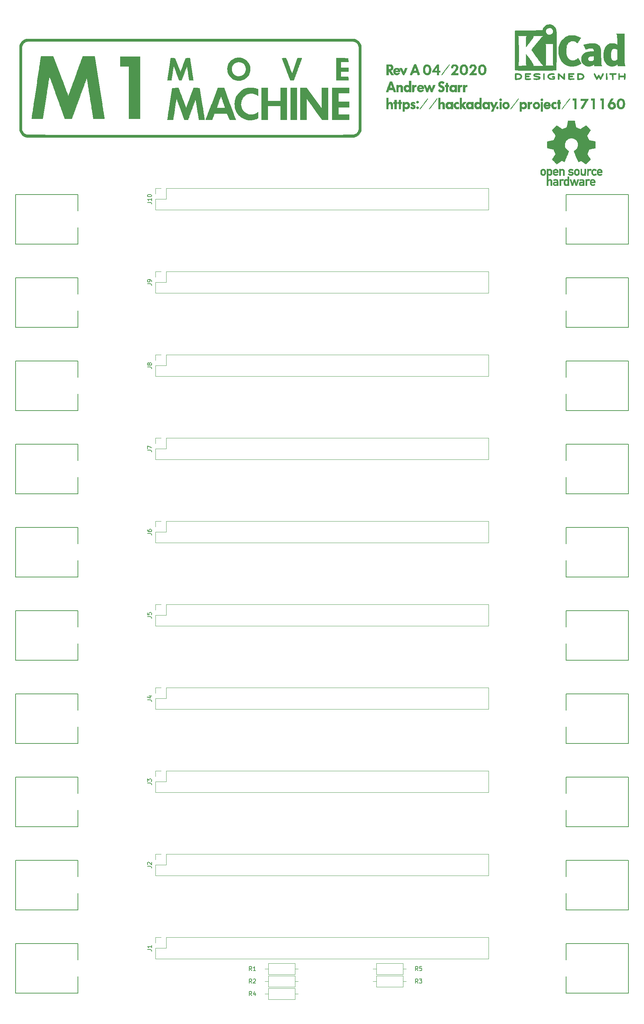
<source format=gto>
G04 #@! TF.GenerationSoftware,KiCad,Pcbnew,5.1.6-c6e7f7d~86~ubuntu18.04.1*
G04 #@! TF.CreationDate,2020-06-23T20:17:20+12:00*
G04 #@! TF.ProjectId,M1 Backplane,4d312042-6163-46b7-906c-616e652e6b69,rev?*
G04 #@! TF.SameCoordinates,Original*
G04 #@! TF.FileFunction,Legend,Top*
G04 #@! TF.FilePolarity,Positive*
%FSLAX46Y46*%
G04 Gerber Fmt 4.6, Leading zero omitted, Abs format (unit mm)*
G04 Created by KiCad (PCBNEW 5.1.6-c6e7f7d~86~ubuntu18.04.1) date 2020-06-23 20:17:20*
%MOMM*%
%LPD*%
G01*
G04 APERTURE LIST*
%ADD10C,0.010000*%
%ADD11C,0.120000*%
%ADD12C,0.150000*%
G04 APERTURE END LIST*
D10*
G36*
X196071021Y-94610667D02*
G01*
X196202469Y-94617002D01*
X196343004Y-94627444D01*
X196481967Y-94641096D01*
X196608701Y-94657062D01*
X196712548Y-94674445D01*
X196773404Y-94689208D01*
X196949460Y-94761128D01*
X197092019Y-94858017D01*
X197203429Y-94982317D01*
X197286036Y-95136472D01*
X197329109Y-95267751D01*
X197346403Y-95387567D01*
X197334019Y-95510243D01*
X197290469Y-95645019D01*
X197256168Y-95720594D01*
X197161608Y-95867863D01*
X197036558Y-95985822D01*
X196881192Y-96074345D01*
X196695685Y-96133308D01*
X196672344Y-96138205D01*
X196606240Y-96147828D01*
X196510871Y-96157077D01*
X196395223Y-96165551D01*
X196268282Y-96172850D01*
X196139032Y-96178573D01*
X196016460Y-96182319D01*
X195909550Y-96183688D01*
X195827288Y-96182279D01*
X195780103Y-96177992D01*
X195748660Y-96169028D01*
X195723766Y-96152919D01*
X195704488Y-96124944D01*
X195689893Y-96080382D01*
X195679049Y-96014513D01*
X195671021Y-95922617D01*
X195664877Y-95799972D01*
X195659684Y-95641858D01*
X195657390Y-95557162D01*
X195654454Y-95394724D01*
X195965833Y-95394724D01*
X195966313Y-95528749D01*
X195967654Y-95647998D01*
X195969711Y-95746147D01*
X195972337Y-95816870D01*
X195975385Y-95853840D01*
X195976546Y-95857657D01*
X196002670Y-95862490D01*
X196061548Y-95864050D01*
X196143763Y-95862749D01*
X196239896Y-95859000D01*
X196340530Y-95853215D01*
X196436247Y-95845807D01*
X196517628Y-95837189D01*
X196550120Y-95832535D01*
X196709962Y-95791441D01*
X196837390Y-95724707D01*
X196934793Y-95630795D01*
X196983772Y-95553218D01*
X197018679Y-95443944D01*
X197014059Y-95335051D01*
X196972522Y-95231001D01*
X196896678Y-95136260D01*
X196789134Y-95055291D01*
X196656974Y-94994124D01*
X196601857Y-94980170D01*
X196519335Y-94965891D01*
X196419290Y-94952273D01*
X196311599Y-94940304D01*
X196206141Y-94930970D01*
X196112795Y-94925257D01*
X196041441Y-94924153D01*
X196001957Y-94928643D01*
X196001818Y-94928696D01*
X195989841Y-94936880D01*
X195980833Y-94954568D01*
X195974379Y-94987116D01*
X195970066Y-95039879D01*
X195967480Y-95118214D01*
X195966209Y-95227476D01*
X195965837Y-95373023D01*
X195965833Y-95394724D01*
X195654454Y-95394724D01*
X195653096Y-95319661D01*
X195653791Y-95122044D01*
X195659635Y-94962140D01*
X195670786Y-94837776D01*
X195687405Y-94746779D01*
X195709651Y-94686977D01*
X195722706Y-94668346D01*
X195771908Y-94638581D01*
X195853370Y-94617474D01*
X195878020Y-94613902D01*
X195959319Y-94609334D01*
X196071021Y-94610667D01*
G37*
X196071021Y-94610667D02*
X196202469Y-94617002D01*
X196343004Y-94627444D01*
X196481967Y-94641096D01*
X196608701Y-94657062D01*
X196712548Y-94674445D01*
X196773404Y-94689208D01*
X196949460Y-94761128D01*
X197092019Y-94858017D01*
X197203429Y-94982317D01*
X197286036Y-95136472D01*
X197329109Y-95267751D01*
X197346403Y-95387567D01*
X197334019Y-95510243D01*
X197290469Y-95645019D01*
X197256168Y-95720594D01*
X197161608Y-95867863D01*
X197036558Y-95985822D01*
X196881192Y-96074345D01*
X196695685Y-96133308D01*
X196672344Y-96138205D01*
X196606240Y-96147828D01*
X196510871Y-96157077D01*
X196395223Y-96165551D01*
X196268282Y-96172850D01*
X196139032Y-96178573D01*
X196016460Y-96182319D01*
X195909550Y-96183688D01*
X195827288Y-96182279D01*
X195780103Y-96177992D01*
X195748660Y-96169028D01*
X195723766Y-96152919D01*
X195704488Y-96124944D01*
X195689893Y-96080382D01*
X195679049Y-96014513D01*
X195671021Y-95922617D01*
X195664877Y-95799972D01*
X195659684Y-95641858D01*
X195657390Y-95557162D01*
X195654454Y-95394724D01*
X195965833Y-95394724D01*
X195966313Y-95528749D01*
X195967654Y-95647998D01*
X195969711Y-95746147D01*
X195972337Y-95816870D01*
X195975385Y-95853840D01*
X195976546Y-95857657D01*
X196002670Y-95862490D01*
X196061548Y-95864050D01*
X196143763Y-95862749D01*
X196239896Y-95859000D01*
X196340530Y-95853215D01*
X196436247Y-95845807D01*
X196517628Y-95837189D01*
X196550120Y-95832535D01*
X196709962Y-95791441D01*
X196837390Y-95724707D01*
X196934793Y-95630795D01*
X196983772Y-95553218D01*
X197018679Y-95443944D01*
X197014059Y-95335051D01*
X196972522Y-95231001D01*
X196896678Y-95136260D01*
X196789134Y-95055291D01*
X196656974Y-94994124D01*
X196601857Y-94980170D01*
X196519335Y-94965891D01*
X196419290Y-94952273D01*
X196311599Y-94940304D01*
X196206141Y-94930970D01*
X196112795Y-94925257D01*
X196041441Y-94924153D01*
X196001957Y-94928643D01*
X196001818Y-94928696D01*
X195989841Y-94936880D01*
X195980833Y-94954568D01*
X195974379Y-94987116D01*
X195970066Y-95039879D01*
X195967480Y-95118214D01*
X195966209Y-95227476D01*
X195965837Y-95373023D01*
X195965833Y-95394724D01*
X195654454Y-95394724D01*
X195653096Y-95319661D01*
X195653791Y-95122044D01*
X195659635Y-94962140D01*
X195670786Y-94837776D01*
X195687405Y-94746779D01*
X195709651Y-94686977D01*
X195722706Y-94668346D01*
X195771908Y-94638581D01*
X195853370Y-94617474D01*
X195878020Y-94613902D01*
X195959319Y-94609334D01*
X196071021Y-94610667D01*
G36*
X199142808Y-94617332D02*
G01*
X199251090Y-94618876D01*
X199331988Y-94621657D01*
X199390487Y-94625947D01*
X199431568Y-94632019D01*
X199460214Y-94640146D01*
X199481408Y-94650602D01*
X199485287Y-94653059D01*
X199541073Y-94710984D01*
X199557863Y-94783931D01*
X199545131Y-94842979D01*
X199535578Y-94864507D01*
X199521976Y-94881572D01*
X199499549Y-94894846D01*
X199463522Y-94905004D01*
X199409121Y-94912719D01*
X199331570Y-94918666D01*
X199226095Y-94923517D01*
X199087920Y-94927948D01*
X198912272Y-94932630D01*
X198909229Y-94932708D01*
X198771779Y-94936673D01*
X198648999Y-94941047D01*
X198547046Y-94945542D01*
X198472077Y-94949871D01*
X198430249Y-94953747D01*
X198423714Y-94955397D01*
X198416655Y-94980577D01*
X198409188Y-95034963D01*
X198404282Y-95089451D01*
X198395345Y-95213011D01*
X198756843Y-95223447D01*
X198913458Y-95229388D01*
X199029541Y-95237077D01*
X199106862Y-95246681D01*
X199147193Y-95258368D01*
X199150754Y-95260783D01*
X199176924Y-95306478D01*
X199183064Y-95371104D01*
X199170015Y-95436760D01*
X199140270Y-95484093D01*
X199118852Y-95498923D01*
X199087711Y-95509978D01*
X199040189Y-95518079D01*
X198969625Y-95524049D01*
X198869362Y-95528711D01*
X198748687Y-95532455D01*
X198400000Y-95541997D01*
X198400000Y-95849737D01*
X198500542Y-95859199D01*
X198555341Y-95862583D01*
X198643018Y-95865927D01*
X198754117Y-95868962D01*
X198879184Y-95871417D01*
X198971500Y-95872662D01*
X199135394Y-95875028D01*
X199262296Y-95878645D01*
X199357544Y-95884258D01*
X199426475Y-95892611D01*
X199474427Y-95904449D01*
X199506738Y-95920517D01*
X199528746Y-95941559D01*
X199535759Y-95951380D01*
X199555100Y-96014583D01*
X199543458Y-96082013D01*
X199506198Y-96138073D01*
X199462661Y-96163915D01*
X199427944Y-96168251D01*
X199357743Y-96172137D01*
X199258905Y-96175505D01*
X199138277Y-96178288D01*
X199002706Y-96180420D01*
X198859040Y-96181834D01*
X198714126Y-96182462D01*
X198574811Y-96182238D01*
X198447943Y-96181095D01*
X198340368Y-96178966D01*
X198258934Y-96175785D01*
X198257280Y-96175690D01*
X198185687Y-96167632D01*
X198143511Y-96150628D01*
X198119697Y-96122774D01*
X198113124Y-96090524D01*
X198107338Y-96022334D01*
X198102388Y-95924592D01*
X198098322Y-95803682D01*
X198095186Y-95665993D01*
X198093030Y-95517911D01*
X198091902Y-95365823D01*
X198091849Y-95216116D01*
X198092920Y-95075176D01*
X198095162Y-94949391D01*
X198098623Y-94845146D01*
X198103352Y-94768830D01*
X198109208Y-94727485D01*
X198119488Y-94697363D01*
X198134621Y-94673322D01*
X198159095Y-94654670D01*
X198197399Y-94640712D01*
X198254020Y-94630753D01*
X198333447Y-94624098D01*
X198440167Y-94620054D01*
X198578670Y-94617926D01*
X198753443Y-94617020D01*
X198824165Y-94616863D01*
X199002161Y-94616752D01*
X199142808Y-94617332D01*
G37*
X199142808Y-94617332D02*
X199251090Y-94618876D01*
X199331988Y-94621657D01*
X199390487Y-94625947D01*
X199431568Y-94632019D01*
X199460214Y-94640146D01*
X199481408Y-94650602D01*
X199485287Y-94653059D01*
X199541073Y-94710984D01*
X199557863Y-94783931D01*
X199545131Y-94842979D01*
X199535578Y-94864507D01*
X199521976Y-94881572D01*
X199499549Y-94894846D01*
X199463522Y-94905004D01*
X199409121Y-94912719D01*
X199331570Y-94918666D01*
X199226095Y-94923517D01*
X199087920Y-94927948D01*
X198912272Y-94932630D01*
X198909229Y-94932708D01*
X198771779Y-94936673D01*
X198648999Y-94941047D01*
X198547046Y-94945542D01*
X198472077Y-94949871D01*
X198430249Y-94953747D01*
X198423714Y-94955397D01*
X198416655Y-94980577D01*
X198409188Y-95034963D01*
X198404282Y-95089451D01*
X198395345Y-95213011D01*
X198756843Y-95223447D01*
X198913458Y-95229388D01*
X199029541Y-95237077D01*
X199106862Y-95246681D01*
X199147193Y-95258368D01*
X199150754Y-95260783D01*
X199176924Y-95306478D01*
X199183064Y-95371104D01*
X199170015Y-95436760D01*
X199140270Y-95484093D01*
X199118852Y-95498923D01*
X199087711Y-95509978D01*
X199040189Y-95518079D01*
X198969625Y-95524049D01*
X198869362Y-95528711D01*
X198748687Y-95532455D01*
X198400000Y-95541997D01*
X198400000Y-95849737D01*
X198500542Y-95859199D01*
X198555341Y-95862583D01*
X198643018Y-95865927D01*
X198754117Y-95868962D01*
X198879184Y-95871417D01*
X198971500Y-95872662D01*
X199135394Y-95875028D01*
X199262296Y-95878645D01*
X199357544Y-95884258D01*
X199426475Y-95892611D01*
X199474427Y-95904449D01*
X199506738Y-95920517D01*
X199528746Y-95941559D01*
X199535759Y-95951380D01*
X199555100Y-96014583D01*
X199543458Y-96082013D01*
X199506198Y-96138073D01*
X199462661Y-96163915D01*
X199427944Y-96168251D01*
X199357743Y-96172137D01*
X199258905Y-96175505D01*
X199138277Y-96178288D01*
X199002706Y-96180420D01*
X198859040Y-96181834D01*
X198714126Y-96182462D01*
X198574811Y-96182238D01*
X198447943Y-96181095D01*
X198340368Y-96178966D01*
X198258934Y-96175785D01*
X198257280Y-96175690D01*
X198185687Y-96167632D01*
X198143511Y-96150628D01*
X198119697Y-96122774D01*
X198113124Y-96090524D01*
X198107338Y-96022334D01*
X198102388Y-95924592D01*
X198098322Y-95803682D01*
X198095186Y-95665993D01*
X198093030Y-95517911D01*
X198091902Y-95365823D01*
X198091849Y-95216116D01*
X198092920Y-95075176D01*
X198095162Y-94949391D01*
X198098623Y-94845146D01*
X198103352Y-94768830D01*
X198109208Y-94727485D01*
X198119488Y-94697363D01*
X198134621Y-94673322D01*
X198159095Y-94654670D01*
X198197399Y-94640712D01*
X198254020Y-94630753D01*
X198333447Y-94624098D01*
X198440167Y-94620054D01*
X198578670Y-94617926D01*
X198753443Y-94617020D01*
X198824165Y-94616863D01*
X199002161Y-94616752D01*
X199142808Y-94617332D01*
G36*
X201319576Y-94621721D02*
G01*
X201467919Y-94636722D01*
X201600563Y-94659003D01*
X201710775Y-94688265D01*
X201791821Y-94724210D01*
X201833967Y-94761578D01*
X201849331Y-94820587D01*
X201831163Y-94890203D01*
X201804284Y-94932954D01*
X201777360Y-94963956D01*
X201750226Y-94979983D01*
X201710161Y-94984016D01*
X201644447Y-94979036D01*
X201619075Y-94976364D01*
X201435466Y-94957752D01*
X201285956Y-94945208D01*
X201162801Y-94938376D01*
X201058256Y-94936899D01*
X200964579Y-94940420D01*
X200918132Y-94944059D01*
X200766120Y-94962951D01*
X200650141Y-94988313D01*
X200572266Y-95019556D01*
X200536227Y-95052668D01*
X200531057Y-95084526D01*
X200553821Y-95113527D01*
X200607720Y-95141105D01*
X200695955Y-95168689D01*
X200821729Y-95197713D01*
X200891774Y-95211692D01*
X201076587Y-95247471D01*
X201224804Y-95276776D01*
X201341440Y-95300922D01*
X201431509Y-95321223D01*
X201500026Y-95338994D01*
X201552006Y-95355549D01*
X201592464Y-95372202D01*
X201626414Y-95390268D01*
X201658871Y-95411062D01*
X201662961Y-95413842D01*
X201752079Y-95490896D01*
X201816958Y-95580071D01*
X201849979Y-95670440D01*
X201851833Y-95684666D01*
X201855169Y-95769790D01*
X201842457Y-95833815D01*
X201807701Y-95891915D01*
X201744907Y-95959269D01*
X201742373Y-95961742D01*
X201637940Y-96050068D01*
X201531181Y-96108531D01*
X201404143Y-96146611D01*
X201384500Y-96150699D01*
X201303464Y-96161920D01*
X201191550Y-96170688D01*
X201060158Y-96176702D01*
X200920689Y-96179658D01*
X200784541Y-96179255D01*
X200663116Y-96175188D01*
X200607297Y-96171329D01*
X200447220Y-96151873D01*
X200326793Y-96124148D01*
X200243941Y-96087028D01*
X200196587Y-96039390D01*
X200182656Y-95980110D01*
X200187951Y-95944230D01*
X200196666Y-95911241D01*
X200207556Y-95885693D01*
X200225586Y-95866763D01*
X200255724Y-95853628D01*
X200302935Y-95845462D01*
X200372185Y-95841442D01*
X200468441Y-95840743D01*
X200596668Y-95842543D01*
X200761833Y-95846015D01*
X200777739Y-95846361D01*
X200941572Y-95849826D01*
X201068835Y-95851988D01*
X201165282Y-95852499D01*
X201236666Y-95851012D01*
X201288741Y-95847179D01*
X201327260Y-95840649D01*
X201357975Y-95831076D01*
X201386642Y-95818111D01*
X201405667Y-95808343D01*
X201460353Y-95774128D01*
X201494801Y-95741534D01*
X201500917Y-95727285D01*
X201496734Y-95707878D01*
X201481593Y-95689938D01*
X201451605Y-95672349D01*
X201402882Y-95653997D01*
X201331536Y-95633768D01*
X201233677Y-95610547D01*
X201105418Y-95583218D01*
X200942869Y-95550668D01*
X200763267Y-95515838D01*
X200615927Y-95483631D01*
X200500830Y-95448154D01*
X200407904Y-95404958D01*
X200327075Y-95349593D01*
X200267958Y-95297046D01*
X200216289Y-95243503D01*
X200189324Y-95200578D01*
X200179228Y-95151813D01*
X200178000Y-95108079D01*
X200192912Y-94984221D01*
X200239682Y-94880778D01*
X200321359Y-94793600D01*
X200440993Y-94718536D01*
X200476830Y-94701341D01*
X200577992Y-94666384D01*
X200703849Y-94640500D01*
X200847669Y-94623390D01*
X201002718Y-94614757D01*
X201162264Y-94614300D01*
X201319576Y-94621721D01*
G37*
X201319576Y-94621721D02*
X201467919Y-94636722D01*
X201600563Y-94659003D01*
X201710775Y-94688265D01*
X201791821Y-94724210D01*
X201833967Y-94761578D01*
X201849331Y-94820587D01*
X201831163Y-94890203D01*
X201804284Y-94932954D01*
X201777360Y-94963956D01*
X201750226Y-94979983D01*
X201710161Y-94984016D01*
X201644447Y-94979036D01*
X201619075Y-94976364D01*
X201435466Y-94957752D01*
X201285956Y-94945208D01*
X201162801Y-94938376D01*
X201058256Y-94936899D01*
X200964579Y-94940420D01*
X200918132Y-94944059D01*
X200766120Y-94962951D01*
X200650141Y-94988313D01*
X200572266Y-95019556D01*
X200536227Y-95052668D01*
X200531057Y-95084526D01*
X200553821Y-95113527D01*
X200607720Y-95141105D01*
X200695955Y-95168689D01*
X200821729Y-95197713D01*
X200891774Y-95211692D01*
X201076587Y-95247471D01*
X201224804Y-95276776D01*
X201341440Y-95300922D01*
X201431509Y-95321223D01*
X201500026Y-95338994D01*
X201552006Y-95355549D01*
X201592464Y-95372202D01*
X201626414Y-95390268D01*
X201658871Y-95411062D01*
X201662961Y-95413842D01*
X201752079Y-95490896D01*
X201816958Y-95580071D01*
X201849979Y-95670440D01*
X201851833Y-95684666D01*
X201855169Y-95769790D01*
X201842457Y-95833815D01*
X201807701Y-95891915D01*
X201744907Y-95959269D01*
X201742373Y-95961742D01*
X201637940Y-96050068D01*
X201531181Y-96108531D01*
X201404143Y-96146611D01*
X201384500Y-96150699D01*
X201303464Y-96161920D01*
X201191550Y-96170688D01*
X201060158Y-96176702D01*
X200920689Y-96179658D01*
X200784541Y-96179255D01*
X200663116Y-96175188D01*
X200607297Y-96171329D01*
X200447220Y-96151873D01*
X200326793Y-96124148D01*
X200243941Y-96087028D01*
X200196587Y-96039390D01*
X200182656Y-95980110D01*
X200187951Y-95944230D01*
X200196666Y-95911241D01*
X200207556Y-95885693D01*
X200225586Y-95866763D01*
X200255724Y-95853628D01*
X200302935Y-95845462D01*
X200372185Y-95841442D01*
X200468441Y-95840743D01*
X200596668Y-95842543D01*
X200761833Y-95846015D01*
X200777739Y-95846361D01*
X200941572Y-95849826D01*
X201068835Y-95851988D01*
X201165282Y-95852499D01*
X201236666Y-95851012D01*
X201288741Y-95847179D01*
X201327260Y-95840649D01*
X201357975Y-95831076D01*
X201386642Y-95818111D01*
X201405667Y-95808343D01*
X201460353Y-95774128D01*
X201494801Y-95741534D01*
X201500917Y-95727285D01*
X201496734Y-95707878D01*
X201481593Y-95689938D01*
X201451605Y-95672349D01*
X201402882Y-95653997D01*
X201331536Y-95633768D01*
X201233677Y-95610547D01*
X201105418Y-95583218D01*
X200942869Y-95550668D01*
X200763267Y-95515838D01*
X200615927Y-95483631D01*
X200500830Y-95448154D01*
X200407904Y-95404958D01*
X200327075Y-95349593D01*
X200267958Y-95297046D01*
X200216289Y-95243503D01*
X200189324Y-95200578D01*
X200179228Y-95151813D01*
X200178000Y-95108079D01*
X200192912Y-94984221D01*
X200239682Y-94880778D01*
X200321359Y-94793600D01*
X200440993Y-94718536D01*
X200476830Y-94701341D01*
X200577992Y-94666384D01*
X200703849Y-94640500D01*
X200847669Y-94623390D01*
X201002718Y-94614757D01*
X201162264Y-94614300D01*
X201319576Y-94621721D01*
G36*
X202804863Y-94633949D02*
G01*
X202857594Y-94670876D01*
X202868909Y-94685602D01*
X202877891Y-94705122D01*
X202884806Y-94734111D01*
X202889924Y-94777245D01*
X202893511Y-94839199D01*
X202895836Y-94924649D01*
X202897167Y-95038270D01*
X202897771Y-95184738D01*
X202897916Y-95368727D01*
X202897917Y-95374668D01*
X202897434Y-95540035D01*
X202896068Y-95693735D01*
X202893940Y-95830115D01*
X202891172Y-95943523D01*
X202887886Y-96028304D01*
X202884203Y-96078805D01*
X202882549Y-96088496D01*
X202851694Y-96136201D01*
X202798642Y-96175780D01*
X202743034Y-96192660D01*
X202742131Y-96192666D01*
X202718354Y-96178658D01*
X202680098Y-96144019D01*
X202670829Y-96134458D01*
X202649149Y-96109545D01*
X202631952Y-96082402D01*
X202618678Y-96048014D01*
X202608770Y-96001366D01*
X202601671Y-95937441D01*
X202596823Y-95851224D01*
X202593667Y-95737700D01*
X202591646Y-95591853D01*
X202590208Y-95409500D01*
X202588870Y-95219580D01*
X202587909Y-95067522D01*
X202587745Y-94948852D01*
X202588798Y-94859100D01*
X202591489Y-94793791D01*
X202596236Y-94748456D01*
X202603460Y-94718620D01*
X202613581Y-94699812D01*
X202627018Y-94687560D01*
X202644193Y-94677392D01*
X202659792Y-94668434D01*
X202739979Y-94632536D01*
X202804863Y-94633949D01*
G37*
X202804863Y-94633949D02*
X202857594Y-94670876D01*
X202868909Y-94685602D01*
X202877891Y-94705122D01*
X202884806Y-94734111D01*
X202889924Y-94777245D01*
X202893511Y-94839199D01*
X202895836Y-94924649D01*
X202897167Y-95038270D01*
X202897771Y-95184738D01*
X202897916Y-95368727D01*
X202897917Y-95374668D01*
X202897434Y-95540035D01*
X202896068Y-95693735D01*
X202893940Y-95830115D01*
X202891172Y-95943523D01*
X202887886Y-96028304D01*
X202884203Y-96078805D01*
X202882549Y-96088496D01*
X202851694Y-96136201D01*
X202798642Y-96175780D01*
X202743034Y-96192660D01*
X202742131Y-96192666D01*
X202718354Y-96178658D01*
X202680098Y-96144019D01*
X202670829Y-96134458D01*
X202649149Y-96109545D01*
X202631952Y-96082402D01*
X202618678Y-96048014D01*
X202608770Y-96001366D01*
X202601671Y-95937441D01*
X202596823Y-95851224D01*
X202593667Y-95737700D01*
X202591646Y-95591853D01*
X202590208Y-95409500D01*
X202588870Y-95219580D01*
X202587909Y-95067522D01*
X202587745Y-94948852D01*
X202588798Y-94859100D01*
X202591489Y-94793791D01*
X202596236Y-94748456D01*
X202603460Y-94718620D01*
X202613581Y-94699812D01*
X202627018Y-94687560D01*
X202644193Y-94677392D01*
X202659792Y-94668434D01*
X202739979Y-94632536D01*
X202804863Y-94633949D01*
G36*
X206330551Y-94619462D02*
G01*
X206368747Y-94639126D01*
X206424156Y-94677021D01*
X206498969Y-94734965D01*
X206595378Y-94814775D01*
X206715574Y-94918269D01*
X206861749Y-95047265D01*
X207036092Y-95203581D01*
X207053035Y-95218868D01*
X207168685Y-95322773D01*
X207273878Y-95416362D01*
X207364622Y-95496156D01*
X207436924Y-95558678D01*
X207486792Y-95600448D01*
X207510233Y-95617988D01*
X207511456Y-95618242D01*
X207514391Y-95595746D01*
X207518288Y-95537338D01*
X207522825Y-95449422D01*
X207527678Y-95338400D01*
X207532526Y-95210673D01*
X207533707Y-95176666D01*
X207540485Y-95008047D01*
X207548111Y-94878645D01*
X207556867Y-94785350D01*
X207567037Y-94725048D01*
X207577278Y-94696964D01*
X207628348Y-94652056D01*
X207699297Y-94634710D01*
X207775694Y-94647687D01*
X207793275Y-94655639D01*
X207855140Y-94687631D01*
X207870226Y-95194034D01*
X207873957Y-95349222D01*
X207876011Y-95502090D01*
X207876389Y-95643650D01*
X207875090Y-95764915D01*
X207872114Y-95856899D01*
X207870235Y-95886267D01*
X207861062Y-95980376D01*
X207849626Y-96043928D01*
X207832469Y-96088685D01*
X207806134Y-96126408D01*
X207796320Y-96137674D01*
X207737484Y-96203250D01*
X207664465Y-96164252D01*
X207611008Y-96129281D01*
X207530008Y-96066655D01*
X207420958Y-95975940D01*
X207283347Y-95856702D01*
X207116665Y-95708508D01*
X206930167Y-95539816D01*
X206835691Y-95454357D01*
X206745919Y-95374163D01*
X206668152Y-95305685D01*
X206609693Y-95255370D01*
X206586208Y-95236016D01*
X206506833Y-95173109D01*
X206505569Y-95317763D01*
X206503898Y-95392815D01*
X206500198Y-95497615D01*
X206494974Y-95619651D01*
X206488729Y-95746415D01*
X206486991Y-95778782D01*
X206480013Y-95900918D01*
X206473640Y-95988097D01*
X206466385Y-96047644D01*
X206456765Y-96086886D01*
X206443296Y-96113146D01*
X206424492Y-96133751D01*
X206412991Y-96143907D01*
X206357134Y-96182790D01*
X206310096Y-96187391D01*
X206257473Y-96157542D01*
X206238493Y-96141888D01*
X206216571Y-96121836D01*
X206200476Y-96100570D01*
X206188839Y-96071157D01*
X206180292Y-96026664D01*
X206173466Y-95960158D01*
X206166993Y-95864708D01*
X206160154Y-95745013D01*
X206154107Y-95590969D01*
X206151323Y-95416248D01*
X206151896Y-95240707D01*
X206155919Y-95084203D01*
X206156925Y-95061495D01*
X206163186Y-94934906D01*
X206168921Y-94843391D01*
X206175501Y-94779732D01*
X206184302Y-94736714D01*
X206196695Y-94707119D01*
X206214053Y-94683730D01*
X206232428Y-94664648D01*
X206286147Y-94623312D01*
X206329370Y-94619043D01*
X206330551Y-94619462D01*
G37*
X206330551Y-94619462D02*
X206368747Y-94639126D01*
X206424156Y-94677021D01*
X206498969Y-94734965D01*
X206595378Y-94814775D01*
X206715574Y-94918269D01*
X206861749Y-95047265D01*
X207036092Y-95203581D01*
X207053035Y-95218868D01*
X207168685Y-95322773D01*
X207273878Y-95416362D01*
X207364622Y-95496156D01*
X207436924Y-95558678D01*
X207486792Y-95600448D01*
X207510233Y-95617988D01*
X207511456Y-95618242D01*
X207514391Y-95595746D01*
X207518288Y-95537338D01*
X207522825Y-95449422D01*
X207527678Y-95338400D01*
X207532526Y-95210673D01*
X207533707Y-95176666D01*
X207540485Y-95008047D01*
X207548111Y-94878645D01*
X207556867Y-94785350D01*
X207567037Y-94725048D01*
X207577278Y-94696964D01*
X207628348Y-94652056D01*
X207699297Y-94634710D01*
X207775694Y-94647687D01*
X207793275Y-94655639D01*
X207855140Y-94687631D01*
X207870226Y-95194034D01*
X207873957Y-95349222D01*
X207876011Y-95502090D01*
X207876389Y-95643650D01*
X207875090Y-95764915D01*
X207872114Y-95856899D01*
X207870235Y-95886267D01*
X207861062Y-95980376D01*
X207849626Y-96043928D01*
X207832469Y-96088685D01*
X207806134Y-96126408D01*
X207796320Y-96137674D01*
X207737484Y-96203250D01*
X207664465Y-96164252D01*
X207611008Y-96129281D01*
X207530008Y-96066655D01*
X207420958Y-95975940D01*
X207283347Y-95856702D01*
X207116665Y-95708508D01*
X206930167Y-95539816D01*
X206835691Y-95454357D01*
X206745919Y-95374163D01*
X206668152Y-95305685D01*
X206609693Y-95255370D01*
X206586208Y-95236016D01*
X206506833Y-95173109D01*
X206505569Y-95317763D01*
X206503898Y-95392815D01*
X206500198Y-95497615D01*
X206494974Y-95619651D01*
X206488729Y-95746415D01*
X206486991Y-95778782D01*
X206480013Y-95900918D01*
X206473640Y-95988097D01*
X206466385Y-96047644D01*
X206456765Y-96086886D01*
X206443296Y-96113146D01*
X206424492Y-96133751D01*
X206412991Y-96143907D01*
X206357134Y-96182790D01*
X206310096Y-96187391D01*
X206257473Y-96157542D01*
X206238493Y-96141888D01*
X206216571Y-96121836D01*
X206200476Y-96100570D01*
X206188839Y-96071157D01*
X206180292Y-96026664D01*
X206173466Y-95960158D01*
X206166993Y-95864708D01*
X206160154Y-95745013D01*
X206154107Y-95590969D01*
X206151323Y-95416248D01*
X206151896Y-95240707D01*
X206155919Y-95084203D01*
X206156925Y-95061495D01*
X206163186Y-94934906D01*
X206168921Y-94843391D01*
X206175501Y-94779732D01*
X206184302Y-94736714D01*
X206196695Y-94707119D01*
X206214053Y-94683730D01*
X206232428Y-94664648D01*
X206286147Y-94623312D01*
X206329370Y-94619043D01*
X206330551Y-94619462D01*
G36*
X209408695Y-94610909D02*
G01*
X209602829Y-94614394D01*
X209758867Y-94618365D01*
X209881043Y-94623716D01*
X209973593Y-94631339D01*
X210040751Y-94642128D01*
X210086752Y-94656977D01*
X210115831Y-94676780D01*
X210132224Y-94702430D01*
X210140164Y-94734821D01*
X210143256Y-94765904D01*
X210145268Y-94807794D01*
X210141391Y-94840709D01*
X210127062Y-94865933D01*
X210097720Y-94884751D01*
X210048805Y-94898448D01*
X209975753Y-94908308D01*
X209874005Y-94915617D01*
X209738999Y-94921658D01*
X209569018Y-94927620D01*
X209426123Y-94933017D01*
X209297498Y-94939011D01*
X209189124Y-94945228D01*
X209106982Y-94951298D01*
X209057055Y-94956850D01*
X209044517Y-94960180D01*
X209035278Y-94988316D01*
X209026242Y-95044683D01*
X209021215Y-95094972D01*
X209011985Y-95214361D01*
X209380680Y-95222402D01*
X209525473Y-95226215D01*
X209633350Y-95231773D01*
X209709727Y-95241049D01*
X209760020Y-95256020D01*
X209789645Y-95278660D01*
X209804018Y-95310943D01*
X209808557Y-95354844D01*
X209808833Y-95378515D01*
X209805369Y-95426833D01*
X209791505Y-95463376D01*
X209762028Y-95489950D01*
X209711728Y-95508360D01*
X209635394Y-95520414D01*
X209527815Y-95527916D01*
X209383782Y-95532673D01*
X209362639Y-95533172D01*
X209004500Y-95541384D01*
X209004500Y-95854000D01*
X209094458Y-95857621D01*
X209165324Y-95860997D01*
X209227090Y-95864779D01*
X209237333Y-95865562D01*
X209275047Y-95867094D01*
X209347194Y-95868691D01*
X209445874Y-95870229D01*
X209563187Y-95871580D01*
X209676542Y-95872524D01*
X209814425Y-95873786D01*
X209916343Y-95875859D01*
X209988663Y-95879410D01*
X210037753Y-95885107D01*
X210069982Y-95893618D01*
X210091716Y-95905611D01*
X210105167Y-95917500D01*
X210137879Y-95974356D01*
X210146589Y-96043740D01*
X210130856Y-96107578D01*
X210110458Y-96134851D01*
X210094259Y-96144782D01*
X210066978Y-96152761D01*
X210023989Y-96159075D01*
X209960667Y-96164011D01*
X209872387Y-96167857D01*
X209754524Y-96170899D01*
X209602453Y-96173427D01*
X209461809Y-96175173D01*
X209254715Y-96176774D01*
X209088001Y-96176394D01*
X208959757Y-96173984D01*
X208868075Y-96169494D01*
X208811044Y-96162876D01*
X208792879Y-96157955D01*
X208742035Y-96117511D01*
X208721862Y-96065351D01*
X208718366Y-96027078D01*
X208715199Y-95952472D01*
X208712480Y-95847533D01*
X208710327Y-95718260D01*
X208708859Y-95570653D01*
X208708194Y-95410711D01*
X208708167Y-95371122D01*
X208708257Y-95191836D01*
X208708757Y-95049856D01*
X208710009Y-94940151D01*
X208712357Y-94857693D01*
X208716143Y-94797454D01*
X208721712Y-94754404D01*
X208729405Y-94723515D01*
X208739567Y-94699759D01*
X208752540Y-94678106D01*
X208755792Y-94673146D01*
X208803417Y-94600923D01*
X209408695Y-94610909D01*
G37*
X209408695Y-94610909D02*
X209602829Y-94614394D01*
X209758867Y-94618365D01*
X209881043Y-94623716D01*
X209973593Y-94631339D01*
X210040751Y-94642128D01*
X210086752Y-94656977D01*
X210115831Y-94676780D01*
X210132224Y-94702430D01*
X210140164Y-94734821D01*
X210143256Y-94765904D01*
X210145268Y-94807794D01*
X210141391Y-94840709D01*
X210127062Y-94865933D01*
X210097720Y-94884751D01*
X210048805Y-94898448D01*
X209975753Y-94908308D01*
X209874005Y-94915617D01*
X209738999Y-94921658D01*
X209569018Y-94927620D01*
X209426123Y-94933017D01*
X209297498Y-94939011D01*
X209189124Y-94945228D01*
X209106982Y-94951298D01*
X209057055Y-94956850D01*
X209044517Y-94960180D01*
X209035278Y-94988316D01*
X209026242Y-95044683D01*
X209021215Y-95094972D01*
X209011985Y-95214361D01*
X209380680Y-95222402D01*
X209525473Y-95226215D01*
X209633350Y-95231773D01*
X209709727Y-95241049D01*
X209760020Y-95256020D01*
X209789645Y-95278660D01*
X209804018Y-95310943D01*
X209808557Y-95354844D01*
X209808833Y-95378515D01*
X209805369Y-95426833D01*
X209791505Y-95463376D01*
X209762028Y-95489950D01*
X209711728Y-95508360D01*
X209635394Y-95520414D01*
X209527815Y-95527916D01*
X209383782Y-95532673D01*
X209362639Y-95533172D01*
X209004500Y-95541384D01*
X209004500Y-95854000D01*
X209094458Y-95857621D01*
X209165324Y-95860997D01*
X209227090Y-95864779D01*
X209237333Y-95865562D01*
X209275047Y-95867094D01*
X209347194Y-95868691D01*
X209445874Y-95870229D01*
X209563187Y-95871580D01*
X209676542Y-95872524D01*
X209814425Y-95873786D01*
X209916343Y-95875859D01*
X209988663Y-95879410D01*
X210037753Y-95885107D01*
X210069982Y-95893618D01*
X210091716Y-95905611D01*
X210105167Y-95917500D01*
X210137879Y-95974356D01*
X210146589Y-96043740D01*
X210130856Y-96107578D01*
X210110458Y-96134851D01*
X210094259Y-96144782D01*
X210066978Y-96152761D01*
X210023989Y-96159075D01*
X209960667Y-96164011D01*
X209872387Y-96167857D01*
X209754524Y-96170899D01*
X209602453Y-96173427D01*
X209461809Y-96175173D01*
X209254715Y-96176774D01*
X209088001Y-96176394D01*
X208959757Y-96173984D01*
X208868075Y-96169494D01*
X208811044Y-96162876D01*
X208792879Y-96157955D01*
X208742035Y-96117511D01*
X208721862Y-96065351D01*
X208718366Y-96027078D01*
X208715199Y-95952472D01*
X208712480Y-95847533D01*
X208710327Y-95718260D01*
X208708859Y-95570653D01*
X208708194Y-95410711D01*
X208708167Y-95371122D01*
X208708257Y-95191836D01*
X208708757Y-95049856D01*
X208710009Y-94940151D01*
X208712357Y-94857693D01*
X208716143Y-94797454D01*
X208721712Y-94754404D01*
X208729405Y-94723515D01*
X208739567Y-94699759D01*
X208752540Y-94678106D01*
X208755792Y-94673146D01*
X208803417Y-94600923D01*
X209408695Y-94610909D01*
G36*
X211413725Y-94615795D02*
G01*
X211542520Y-94625166D01*
X211737166Y-94645593D01*
X211896529Y-94670912D01*
X212027579Y-94703434D01*
X212137288Y-94745469D01*
X212232626Y-94799330D01*
X212320566Y-94867327D01*
X212348051Y-94892233D01*
X212463444Y-95025895D01*
X212539665Y-95171499D01*
X212576584Y-95324626D01*
X212574071Y-95480855D01*
X212531996Y-95635765D01*
X212450231Y-95784937D01*
X212376856Y-95875523D01*
X212299651Y-95952463D01*
X212221185Y-96014919D01*
X212135793Y-96064586D01*
X212037814Y-96103161D01*
X211921582Y-96132341D01*
X211781436Y-96153820D01*
X211611711Y-96169295D01*
X211406744Y-96180463D01*
X211351186Y-96182710D01*
X211221396Y-96187463D01*
X211127168Y-96189868D01*
X211061773Y-96189380D01*
X211018477Y-96185455D01*
X210990550Y-96177552D01*
X210971259Y-96165125D01*
X210956880Y-96150874D01*
X210938646Y-96128258D01*
X210923963Y-96100616D01*
X210912450Y-96063410D01*
X210903726Y-96012102D01*
X210897410Y-95942153D01*
X210893120Y-95849026D01*
X210890475Y-95728183D01*
X210889094Y-95575087D01*
X210888595Y-95385198D01*
X210888595Y-95384805D01*
X211227000Y-95384805D01*
X211227466Y-95520337D01*
X211228771Y-95641141D01*
X211230774Y-95740964D01*
X211233334Y-95813554D01*
X211236311Y-95852660D01*
X211237636Y-95857580D01*
X211262543Y-95861697D01*
X211319457Y-95863258D01*
X211398149Y-95862563D01*
X211488388Y-95859908D01*
X211579944Y-95855592D01*
X211662588Y-95849913D01*
X211724417Y-95843403D01*
X211831435Y-95821582D01*
X211940512Y-95787838D01*
X212035022Y-95747881D01*
X212081475Y-95720788D01*
X212146960Y-95659385D01*
X212204925Y-95578079D01*
X212246712Y-95491604D01*
X212263664Y-95414694D01*
X212263702Y-95410647D01*
X212242881Y-95290004D01*
X212183605Y-95183179D01*
X212088310Y-95093026D01*
X211959431Y-95022399D01*
X211919523Y-95007164D01*
X211850429Y-94988838D01*
X211751166Y-94970063D01*
X211633849Y-94952451D01*
X211510591Y-94937618D01*
X211393507Y-94927175D01*
X211294711Y-94922736D01*
X211285208Y-94922684D01*
X211227000Y-94922666D01*
X211227000Y-95384805D01*
X210888595Y-95384805D01*
X210888566Y-95337879D01*
X210888333Y-94726508D01*
X210944504Y-94678242D01*
X211009841Y-94642655D01*
X211108543Y-94620499D01*
X211242530Y-94611603D01*
X211413725Y-94615795D01*
G37*
X211413725Y-94615795D02*
X211542520Y-94625166D01*
X211737166Y-94645593D01*
X211896529Y-94670912D01*
X212027579Y-94703434D01*
X212137288Y-94745469D01*
X212232626Y-94799330D01*
X212320566Y-94867327D01*
X212348051Y-94892233D01*
X212463444Y-95025895D01*
X212539665Y-95171499D01*
X212576584Y-95324626D01*
X212574071Y-95480855D01*
X212531996Y-95635765D01*
X212450231Y-95784937D01*
X212376856Y-95875523D01*
X212299651Y-95952463D01*
X212221185Y-96014919D01*
X212135793Y-96064586D01*
X212037814Y-96103161D01*
X211921582Y-96132341D01*
X211781436Y-96153820D01*
X211611711Y-96169295D01*
X211406744Y-96180463D01*
X211351186Y-96182710D01*
X211221396Y-96187463D01*
X211127168Y-96189868D01*
X211061773Y-96189380D01*
X211018477Y-96185455D01*
X210990550Y-96177552D01*
X210971259Y-96165125D01*
X210956880Y-96150874D01*
X210938646Y-96128258D01*
X210923963Y-96100616D01*
X210912450Y-96063410D01*
X210903726Y-96012102D01*
X210897410Y-95942153D01*
X210893120Y-95849026D01*
X210890475Y-95728183D01*
X210889094Y-95575087D01*
X210888595Y-95385198D01*
X210888595Y-95384805D01*
X211227000Y-95384805D01*
X211227466Y-95520337D01*
X211228771Y-95641141D01*
X211230774Y-95740964D01*
X211233334Y-95813554D01*
X211236311Y-95852660D01*
X211237636Y-95857580D01*
X211262543Y-95861697D01*
X211319457Y-95863258D01*
X211398149Y-95862563D01*
X211488388Y-95859908D01*
X211579944Y-95855592D01*
X211662588Y-95849913D01*
X211724417Y-95843403D01*
X211831435Y-95821582D01*
X211940512Y-95787838D01*
X212035022Y-95747881D01*
X212081475Y-95720788D01*
X212146960Y-95659385D01*
X212204925Y-95578079D01*
X212246712Y-95491604D01*
X212263664Y-95414694D01*
X212263702Y-95410647D01*
X212242881Y-95290004D01*
X212183605Y-95183179D01*
X212088310Y-95093026D01*
X211959431Y-95022399D01*
X211919523Y-95007164D01*
X211850429Y-94988838D01*
X211751166Y-94970063D01*
X211633849Y-94952451D01*
X211510591Y-94937618D01*
X211393507Y-94927175D01*
X211294711Y-94922736D01*
X211285208Y-94922684D01*
X211227000Y-94922666D01*
X211227000Y-95384805D01*
X210888595Y-95384805D01*
X210888566Y-95337879D01*
X210888333Y-94726508D01*
X210944504Y-94678242D01*
X211009841Y-94642655D01*
X211108543Y-94620499D01*
X211242530Y-94611603D01*
X211413725Y-94615795D01*
G36*
X217218421Y-94645087D02*
G01*
X217267872Y-94692242D01*
X217297884Y-94754132D01*
X217301833Y-94784592D01*
X217292277Y-94833962D01*
X217263482Y-94918045D01*
X217215258Y-95037283D01*
X217147412Y-95192119D01*
X217059755Y-95382994D01*
X216952096Y-95610351D01*
X216888430Y-95742553D01*
X216815516Y-95891431D01*
X216756829Y-96005460D01*
X216709200Y-96088386D01*
X216669459Y-96143952D01*
X216634438Y-96175906D01*
X216600968Y-96187991D01*
X216565879Y-96183953D01*
X216527991Y-96168512D01*
X216499041Y-96146611D01*
X216464120Y-96104168D01*
X216420264Y-96036639D01*
X216364506Y-95939480D01*
X216298212Y-95816349D01*
X216233514Y-95692373D01*
X216185633Y-95604305D01*
X216148992Y-95552130D01*
X216118013Y-95535831D01*
X216087121Y-95555390D01*
X216050738Y-95610792D01*
X216003288Y-95702020D01*
X215946226Y-95815300D01*
X215872917Y-95954767D01*
X215812442Y-96058491D01*
X215761506Y-96129869D01*
X215716816Y-96172300D01*
X215675076Y-96189180D01*
X215632991Y-96183906D01*
X215602721Y-96169531D01*
X215577152Y-96140459D01*
X215538035Y-96077858D01*
X215487960Y-95987334D01*
X215429518Y-95874495D01*
X215365301Y-95744947D01*
X215297897Y-95604298D01*
X215229899Y-95458155D01*
X215163897Y-95312124D01*
X215102482Y-95171812D01*
X215048244Y-95042827D01*
X215003773Y-94930775D01*
X214971662Y-94841263D01*
X214954500Y-94779899D01*
X214952333Y-94761928D01*
X214971900Y-94699818D01*
X215024968Y-94652454D01*
X215071402Y-94634359D01*
X215104495Y-94631631D01*
X215137234Y-94642995D01*
X215172183Y-94672082D01*
X215211906Y-94722520D01*
X215258970Y-94797938D01*
X215315938Y-94901967D01*
X215385374Y-95038235D01*
X215450881Y-95171375D01*
X215512933Y-95297783D01*
X215569126Y-95410458D01*
X215616764Y-95504144D01*
X215653153Y-95573583D01*
X215675599Y-95613519D01*
X215681412Y-95621166D01*
X215694972Y-95603478D01*
X215722978Y-95555548D01*
X215761100Y-95485078D01*
X215797421Y-95414791D01*
X215872433Y-95270680D01*
X215934279Y-95161475D01*
X215986047Y-95082994D01*
X216030827Y-95031054D01*
X216071709Y-95001474D01*
X216111131Y-94990133D01*
X216154574Y-94991726D01*
X216194339Y-95008738D01*
X216234670Y-95045976D01*
X216279809Y-95108246D01*
X216334000Y-95200354D01*
X216391269Y-95307461D01*
X216440402Y-95400851D01*
X216486020Y-95486114D01*
X216522514Y-95552847D01*
X216541936Y-95586845D01*
X216578664Y-95647774D01*
X216792085Y-95207839D01*
X216874697Y-95039224D01*
X216942384Y-94905505D01*
X216997521Y-94802942D01*
X217042485Y-94727796D01*
X217079653Y-94676326D01*
X217111403Y-94644793D01*
X217140109Y-94629457D01*
X217161637Y-94626333D01*
X217218421Y-94645087D01*
G37*
X217218421Y-94645087D02*
X217267872Y-94692242D01*
X217297884Y-94754132D01*
X217301833Y-94784592D01*
X217292277Y-94833962D01*
X217263482Y-94918045D01*
X217215258Y-95037283D01*
X217147412Y-95192119D01*
X217059755Y-95382994D01*
X216952096Y-95610351D01*
X216888430Y-95742553D01*
X216815516Y-95891431D01*
X216756829Y-96005460D01*
X216709200Y-96088386D01*
X216669459Y-96143952D01*
X216634438Y-96175906D01*
X216600968Y-96187991D01*
X216565879Y-96183953D01*
X216527991Y-96168512D01*
X216499041Y-96146611D01*
X216464120Y-96104168D01*
X216420264Y-96036639D01*
X216364506Y-95939480D01*
X216298212Y-95816349D01*
X216233514Y-95692373D01*
X216185633Y-95604305D01*
X216148992Y-95552130D01*
X216118013Y-95535831D01*
X216087121Y-95555390D01*
X216050738Y-95610792D01*
X216003288Y-95702020D01*
X215946226Y-95815300D01*
X215872917Y-95954767D01*
X215812442Y-96058491D01*
X215761506Y-96129869D01*
X215716816Y-96172300D01*
X215675076Y-96189180D01*
X215632991Y-96183906D01*
X215602721Y-96169531D01*
X215577152Y-96140459D01*
X215538035Y-96077858D01*
X215487960Y-95987334D01*
X215429518Y-95874495D01*
X215365301Y-95744947D01*
X215297897Y-95604298D01*
X215229899Y-95458155D01*
X215163897Y-95312124D01*
X215102482Y-95171812D01*
X215048244Y-95042827D01*
X215003773Y-94930775D01*
X214971662Y-94841263D01*
X214954500Y-94779899D01*
X214952333Y-94761928D01*
X214971900Y-94699818D01*
X215024968Y-94652454D01*
X215071402Y-94634359D01*
X215104495Y-94631631D01*
X215137234Y-94642995D01*
X215172183Y-94672082D01*
X215211906Y-94722520D01*
X215258970Y-94797938D01*
X215315938Y-94901967D01*
X215385374Y-95038235D01*
X215450881Y-95171375D01*
X215512933Y-95297783D01*
X215569126Y-95410458D01*
X215616764Y-95504144D01*
X215653153Y-95573583D01*
X215675599Y-95613519D01*
X215681412Y-95621166D01*
X215694972Y-95603478D01*
X215722978Y-95555548D01*
X215761100Y-95485078D01*
X215797421Y-95414791D01*
X215872433Y-95270680D01*
X215934279Y-95161475D01*
X215986047Y-95082994D01*
X216030827Y-95031054D01*
X216071709Y-95001474D01*
X216111131Y-94990133D01*
X216154574Y-94991726D01*
X216194339Y-95008738D01*
X216234670Y-95045976D01*
X216279809Y-95108246D01*
X216334000Y-95200354D01*
X216391269Y-95307461D01*
X216440402Y-95400851D01*
X216486020Y-95486114D01*
X216522514Y-95552847D01*
X216541936Y-95586845D01*
X216578664Y-95647774D01*
X216792085Y-95207839D01*
X216874697Y-95039224D01*
X216942384Y-94905505D01*
X216997521Y-94802942D01*
X217042485Y-94727796D01*
X217079653Y-94676326D01*
X217111403Y-94644793D01*
X217140109Y-94629457D01*
X217161637Y-94626333D01*
X217218421Y-94645087D01*
G36*
X218137731Y-94632141D02*
G01*
X218153792Y-94641438D01*
X218222583Y-94681607D01*
X218233725Y-96104487D01*
X218177675Y-96148577D01*
X218130010Y-96181191D01*
X218090079Y-96189578D01*
X218041354Y-96174158D01*
X218000003Y-96153108D01*
X217926250Y-96113550D01*
X217924807Y-95501179D01*
X217924497Y-95295007D01*
X217924938Y-95126931D01*
X217926580Y-94992713D01*
X217929872Y-94888118D01*
X217935265Y-94808907D01*
X217943210Y-94750845D01*
X217954157Y-94709694D01*
X217968557Y-94681217D01*
X217986859Y-94661179D01*
X218009515Y-94645341D01*
X218016208Y-94641369D01*
X218063504Y-94616356D01*
X218096660Y-94613277D01*
X218137731Y-94632141D01*
G37*
X218137731Y-94632141D02*
X218153792Y-94641438D01*
X218222583Y-94681607D01*
X218233725Y-96104487D01*
X218177675Y-96148577D01*
X218130010Y-96181191D01*
X218090079Y-96189578D01*
X218041354Y-96174158D01*
X218000003Y-96153108D01*
X217926250Y-96113550D01*
X217924807Y-95501179D01*
X217924497Y-95295007D01*
X217924938Y-95126931D01*
X217926580Y-94992713D01*
X217929872Y-94888118D01*
X217935265Y-94808907D01*
X217943210Y-94750845D01*
X217954157Y-94709694D01*
X217968557Y-94681217D01*
X217986859Y-94661179D01*
X218009515Y-94645341D01*
X218016208Y-94641369D01*
X218063504Y-94616356D01*
X218096660Y-94613277D01*
X218137731Y-94632141D01*
G36*
X219785955Y-94626414D02*
G01*
X219946805Y-94626813D01*
X220074023Y-94627766D01*
X220171959Y-94629505D01*
X220244964Y-94632266D01*
X220297389Y-94636284D01*
X220333583Y-94641791D01*
X220357898Y-94649024D01*
X220374685Y-94658215D01*
X220388175Y-94669491D01*
X220425615Y-94727960D01*
X220434500Y-94774500D01*
X220416833Y-94840948D01*
X220388175Y-94879508D01*
X220366351Y-94896622D01*
X220338862Y-94908529D01*
X220298199Y-94916159D01*
X220236851Y-94920439D01*
X220147310Y-94922297D01*
X220038925Y-94922666D01*
X219736000Y-94922666D01*
X219735711Y-95330125D01*
X219734950Y-95472330D01*
X219733021Y-95613960D01*
X219730153Y-95744144D01*
X219726580Y-95852011D01*
X219723197Y-95917500D01*
X219715468Y-96009088D01*
X219705301Y-96069252D01*
X219689609Y-96108896D01*
X219665307Y-96138923D01*
X219658805Y-96145041D01*
X219602145Y-96184516D01*
X219552864Y-96185790D01*
X219499726Y-96148686D01*
X219493317Y-96142407D01*
X219473182Y-96119414D01*
X219457074Y-96091816D01*
X219444403Y-96054657D01*
X219434582Y-96002982D01*
X219427021Y-95931835D01*
X219421132Y-95836260D01*
X219416327Y-95711301D01*
X219412017Y-95552002D01*
X219409370Y-95435363D01*
X219405825Y-95297637D01*
X219401605Y-95173863D01*
X219397010Y-95070408D01*
X219392343Y-94993637D01*
X219387905Y-94949917D01*
X219386035Y-94942676D01*
X219355729Y-94924616D01*
X219348112Y-94924613D01*
X219318084Y-94925619D01*
X219255150Y-94926049D01*
X219168733Y-94925882D01*
X219075366Y-94925174D01*
X218968075Y-94923468D01*
X218894579Y-94919945D01*
X218846340Y-94913141D01*
X218814820Y-94901594D01*
X218791482Y-94883839D01*
X218782871Y-94875041D01*
X218751504Y-94813340D01*
X218754820Y-94741241D01*
X218791940Y-94671306D01*
X218797615Y-94664763D01*
X218809196Y-94654611D01*
X218826513Y-94646415D01*
X218853831Y-94639968D01*
X218895417Y-94635061D01*
X218955535Y-94631487D01*
X219038452Y-94629038D01*
X219148432Y-94627507D01*
X219289743Y-94626687D01*
X219466649Y-94626369D01*
X219587123Y-94626333D01*
X219785955Y-94626414D01*
G37*
X219785955Y-94626414D02*
X219946805Y-94626813D01*
X220074023Y-94627766D01*
X220171959Y-94629505D01*
X220244964Y-94632266D01*
X220297389Y-94636284D01*
X220333583Y-94641791D01*
X220357898Y-94649024D01*
X220374685Y-94658215D01*
X220388175Y-94669491D01*
X220425615Y-94727960D01*
X220434500Y-94774500D01*
X220416833Y-94840948D01*
X220388175Y-94879508D01*
X220366351Y-94896622D01*
X220338862Y-94908529D01*
X220298199Y-94916159D01*
X220236851Y-94920439D01*
X220147310Y-94922297D01*
X220038925Y-94922666D01*
X219736000Y-94922666D01*
X219735711Y-95330125D01*
X219734950Y-95472330D01*
X219733021Y-95613960D01*
X219730153Y-95744144D01*
X219726580Y-95852011D01*
X219723197Y-95917500D01*
X219715468Y-96009088D01*
X219705301Y-96069252D01*
X219689609Y-96108896D01*
X219665307Y-96138923D01*
X219658805Y-96145041D01*
X219602145Y-96184516D01*
X219552864Y-96185790D01*
X219499726Y-96148686D01*
X219493317Y-96142407D01*
X219473182Y-96119414D01*
X219457074Y-96091816D01*
X219444403Y-96054657D01*
X219434582Y-96002982D01*
X219427021Y-95931835D01*
X219421132Y-95836260D01*
X219416327Y-95711301D01*
X219412017Y-95552002D01*
X219409370Y-95435363D01*
X219405825Y-95297637D01*
X219401605Y-95173863D01*
X219397010Y-95070408D01*
X219392343Y-94993637D01*
X219387905Y-94949917D01*
X219386035Y-94942676D01*
X219355729Y-94924616D01*
X219348112Y-94924613D01*
X219318084Y-94925619D01*
X219255150Y-94926049D01*
X219168733Y-94925882D01*
X219075366Y-94925174D01*
X218968075Y-94923468D01*
X218894579Y-94919945D01*
X218846340Y-94913141D01*
X218814820Y-94901594D01*
X218791482Y-94883839D01*
X218782871Y-94875041D01*
X218751504Y-94813340D01*
X218754820Y-94741241D01*
X218791940Y-94671306D01*
X218797615Y-94664763D01*
X218809196Y-94654611D01*
X218826513Y-94646415D01*
X218853831Y-94639968D01*
X218895417Y-94635061D01*
X218955535Y-94631487D01*
X219038452Y-94629038D01*
X219148432Y-94627507D01*
X219289743Y-94626687D01*
X219466649Y-94626369D01*
X219587123Y-94626333D01*
X219785955Y-94626414D01*
G36*
X222508115Y-94636165D02*
G01*
X222575086Y-94681815D01*
X222580813Y-94687637D01*
X222639546Y-94748942D01*
X222632398Y-95402981D01*
X222630154Y-95589185D01*
X222627740Y-95737797D01*
X222624857Y-95853557D01*
X222621208Y-95941207D01*
X222616494Y-96005486D01*
X222610419Y-96051136D01*
X222602685Y-96082897D01*
X222592993Y-96105510D01*
X222587720Y-96114260D01*
X222551160Y-96154510D01*
X222501749Y-96170096D01*
X222468604Y-96171500D01*
X222418679Y-96168647D01*
X222382718Y-96156129D01*
X222358386Y-96128003D01*
X222343350Y-96078329D01*
X222335274Y-96001164D01*
X222331825Y-95890566D01*
X222331110Y-95821541D01*
X222329080Y-95536500D01*
X221265110Y-95536500D01*
X221255015Y-95795791D01*
X221249819Y-95899433D01*
X221243132Y-95989993D01*
X221235816Y-96057727D01*
X221228734Y-96092894D01*
X221228728Y-96092907D01*
X221198020Y-96128936D01*
X221146116Y-96165037D01*
X221092338Y-96189024D01*
X221070551Y-96192666D01*
X221040355Y-96178979D01*
X221007180Y-96151513D01*
X220973990Y-96101012D01*
X220953430Y-96040388D01*
X220950432Y-96001819D01*
X220948101Y-95926894D01*
X220946493Y-95821589D01*
X220945662Y-95691879D01*
X220945663Y-95543736D01*
X220946551Y-95383135D01*
X220946957Y-95337689D01*
X220953083Y-94704963D01*
X221011249Y-94661547D01*
X221062036Y-94632676D01*
X221109189Y-94632751D01*
X221127666Y-94638334D01*
X221183576Y-94672158D01*
X221223041Y-94731716D01*
X221247615Y-94821398D01*
X221258849Y-94945600D01*
X221259967Y-95012625D01*
X221260000Y-95219000D01*
X222318333Y-95219000D01*
X222321528Y-95150208D01*
X222325287Y-95087541D01*
X222329437Y-95039083D01*
X222332256Y-94996588D01*
X222334967Y-94927421D01*
X222336825Y-94853875D01*
X222341451Y-94768238D01*
X222353342Y-94712768D01*
X222375400Y-94675526D01*
X222381833Y-94668666D01*
X222442763Y-94631693D01*
X222508115Y-94636165D01*
G37*
X222508115Y-94636165D02*
X222575086Y-94681815D01*
X222580813Y-94687637D01*
X222639546Y-94748942D01*
X222632398Y-95402981D01*
X222630154Y-95589185D01*
X222627740Y-95737797D01*
X222624857Y-95853557D01*
X222621208Y-95941207D01*
X222616494Y-96005486D01*
X222610419Y-96051136D01*
X222602685Y-96082897D01*
X222592993Y-96105510D01*
X222587720Y-96114260D01*
X222551160Y-96154510D01*
X222501749Y-96170096D01*
X222468604Y-96171500D01*
X222418679Y-96168647D01*
X222382718Y-96156129D01*
X222358386Y-96128003D01*
X222343350Y-96078329D01*
X222335274Y-96001164D01*
X222331825Y-95890566D01*
X222331110Y-95821541D01*
X222329080Y-95536500D01*
X221265110Y-95536500D01*
X221255015Y-95795791D01*
X221249819Y-95899433D01*
X221243132Y-95989993D01*
X221235816Y-96057727D01*
X221228734Y-96092894D01*
X221228728Y-96092907D01*
X221198020Y-96128936D01*
X221146116Y-96165037D01*
X221092338Y-96189024D01*
X221070551Y-96192666D01*
X221040355Y-96178979D01*
X221007180Y-96151513D01*
X220973990Y-96101012D01*
X220953430Y-96040388D01*
X220950432Y-96001819D01*
X220948101Y-95926894D01*
X220946493Y-95821589D01*
X220945662Y-95691879D01*
X220945663Y-95543736D01*
X220946551Y-95383135D01*
X220946957Y-95337689D01*
X220953083Y-94704963D01*
X221011249Y-94661547D01*
X221062036Y-94632676D01*
X221109189Y-94632751D01*
X221127666Y-94638334D01*
X221183576Y-94672158D01*
X221223041Y-94731716D01*
X221247615Y-94821398D01*
X221258849Y-94945600D01*
X221259967Y-95012625D01*
X221260000Y-95219000D01*
X222318333Y-95219000D01*
X222321528Y-95150208D01*
X222325287Y-95087541D01*
X222329437Y-95039083D01*
X222332256Y-94996588D01*
X222334967Y-94927421D01*
X222336825Y-94853875D01*
X222341451Y-94768238D01*
X222353342Y-94712768D01*
X222375400Y-94675526D01*
X222381833Y-94668666D01*
X222442763Y-94631693D01*
X222508115Y-94636165D01*
G36*
X204913149Y-94628816D02*
G01*
X204988513Y-94634074D01*
X205052545Y-94644968D01*
X205096975Y-94656511D01*
X205205676Y-94698858D01*
X205278610Y-94750819D01*
X205314133Y-94809693D01*
X205310601Y-94872781D01*
X205267371Y-94936386D01*
X205221561Y-94972842D01*
X205173598Y-94981995D01*
X205135079Y-94977587D01*
X205022452Y-94963413D01*
X204892085Y-94953975D01*
X204756773Y-94949532D01*
X204629312Y-94950345D01*
X204522499Y-94956676D01*
X204469394Y-94964029D01*
X204295366Y-95010861D01*
X204157397Y-95076474D01*
X204056230Y-95160225D01*
X203992611Y-95261469D01*
X203967284Y-95379561D01*
X203966833Y-95398916D01*
X203978552Y-95499412D01*
X204017791Y-95586021D01*
X204090673Y-95671852D01*
X204097319Y-95678290D01*
X204172615Y-95741091D01*
X204253640Y-95786835D01*
X204348970Y-95818152D01*
X204467180Y-95837673D01*
X204616845Y-95848031D01*
X204654750Y-95849339D01*
X204808171Y-95851344D01*
X204924233Y-95846236D01*
X205007491Y-95832852D01*
X205062500Y-95810029D01*
X205093813Y-95776604D01*
X205105740Y-95734209D01*
X205112229Y-95667336D01*
X204951933Y-95652315D01*
X204828952Y-95632500D01*
X204744852Y-95599259D01*
X204698083Y-95551713D01*
X204686500Y-95501822D01*
X204694723Y-95438447D01*
X204722474Y-95391319D01*
X204774373Y-95358422D01*
X204855041Y-95337736D01*
X204969100Y-95327245D01*
X205091825Y-95324833D01*
X205210498Y-95326039D01*
X205293687Y-95333902D01*
X205348238Y-95354788D01*
X205380999Y-95395063D01*
X205398818Y-95461095D01*
X205408542Y-95559250D01*
X205412549Y-95623032D01*
X205416968Y-95783081D01*
X205408442Y-95904430D01*
X205386718Y-95988763D01*
X205351546Y-96037763D01*
X205350388Y-96038626D01*
X205310790Y-96060926D01*
X205247433Y-96090087D01*
X205195766Y-96111236D01*
X205113316Y-96133318D01*
X204999694Y-96150337D01*
X204865799Y-96161958D01*
X204722527Y-96167844D01*
X204580776Y-96167659D01*
X204451444Y-96161068D01*
X204345428Y-96147733D01*
X204305500Y-96138693D01*
X204113907Y-96070715D01*
X203956775Y-95982042D01*
X203830081Y-95869615D01*
X203729801Y-95730378D01*
X203703258Y-95680911D01*
X203659444Y-95584262D01*
X203635991Y-95505502D01*
X203628259Y-95428355D01*
X203628167Y-95417466D01*
X203648199Y-95266251D01*
X203704693Y-95117572D01*
X203792244Y-94980242D01*
X203905450Y-94863071D01*
X204014291Y-94787848D01*
X204126787Y-94732137D01*
X204241270Y-94691069D01*
X204367875Y-94662312D01*
X204516736Y-94643531D01*
X204687327Y-94632832D01*
X204816179Y-94628600D01*
X204913149Y-94628816D01*
G37*
X204913149Y-94628816D02*
X204988513Y-94634074D01*
X205052545Y-94644968D01*
X205096975Y-94656511D01*
X205205676Y-94698858D01*
X205278610Y-94750819D01*
X205314133Y-94809693D01*
X205310601Y-94872781D01*
X205267371Y-94936386D01*
X205221561Y-94972842D01*
X205173598Y-94981995D01*
X205135079Y-94977587D01*
X205022452Y-94963413D01*
X204892085Y-94953975D01*
X204756773Y-94949532D01*
X204629312Y-94950345D01*
X204522499Y-94956676D01*
X204469394Y-94964029D01*
X204295366Y-95010861D01*
X204157397Y-95076474D01*
X204056230Y-95160225D01*
X203992611Y-95261469D01*
X203967284Y-95379561D01*
X203966833Y-95398916D01*
X203978552Y-95499412D01*
X204017791Y-95586021D01*
X204090673Y-95671852D01*
X204097319Y-95678290D01*
X204172615Y-95741091D01*
X204253640Y-95786835D01*
X204348970Y-95818152D01*
X204467180Y-95837673D01*
X204616845Y-95848031D01*
X204654750Y-95849339D01*
X204808171Y-95851344D01*
X204924233Y-95846236D01*
X205007491Y-95832852D01*
X205062500Y-95810029D01*
X205093813Y-95776604D01*
X205105740Y-95734209D01*
X205112229Y-95667336D01*
X204951933Y-95652315D01*
X204828952Y-95632500D01*
X204744852Y-95599259D01*
X204698083Y-95551713D01*
X204686500Y-95501822D01*
X204694723Y-95438447D01*
X204722474Y-95391319D01*
X204774373Y-95358422D01*
X204855041Y-95337736D01*
X204969100Y-95327245D01*
X205091825Y-95324833D01*
X205210498Y-95326039D01*
X205293687Y-95333902D01*
X205348238Y-95354788D01*
X205380999Y-95395063D01*
X205398818Y-95461095D01*
X205408542Y-95559250D01*
X205412549Y-95623032D01*
X205416968Y-95783081D01*
X205408442Y-95904430D01*
X205386718Y-95988763D01*
X205351546Y-96037763D01*
X205350388Y-96038626D01*
X205310790Y-96060926D01*
X205247433Y-96090087D01*
X205195766Y-96111236D01*
X205113316Y-96133318D01*
X204999694Y-96150337D01*
X204865799Y-96161958D01*
X204722527Y-96167844D01*
X204580776Y-96167659D01*
X204451444Y-96161068D01*
X204345428Y-96147733D01*
X204305500Y-96138693D01*
X204113907Y-96070715D01*
X203956775Y-95982042D01*
X203830081Y-95869615D01*
X203729801Y-95730378D01*
X203703258Y-95680911D01*
X203659444Y-95584262D01*
X203635991Y-95505502D01*
X203628259Y-95428355D01*
X203628167Y-95417466D01*
X203648199Y-95266251D01*
X203704693Y-95117572D01*
X203792244Y-94980242D01*
X203905450Y-94863071D01*
X204014291Y-94787848D01*
X204126787Y-94732137D01*
X204241270Y-94691069D01*
X204367875Y-94662312D01*
X204516736Y-94643531D01*
X204687327Y-94632832D01*
X204816179Y-94628600D01*
X204913149Y-94628816D01*
G36*
X204290519Y-82709142D02*
G01*
X204558072Y-82765521D01*
X204806655Y-82857682D01*
X205033554Y-82983125D01*
X205236053Y-83139350D01*
X205411438Y-83323857D01*
X205556994Y-83534144D01*
X205670007Y-83767713D01*
X205747762Y-84022061D01*
X205755539Y-84058492D01*
X205759383Y-84080151D01*
X205762922Y-84106772D01*
X205766165Y-84140025D01*
X205769122Y-84181581D01*
X205771802Y-84233114D01*
X205774215Y-84296293D01*
X205776370Y-84372792D01*
X205778277Y-84464280D01*
X205779945Y-84572432D01*
X205781383Y-84698916D01*
X205782601Y-84845407D01*
X205783609Y-85013574D01*
X205784415Y-85205090D01*
X205785030Y-85421627D01*
X205785462Y-85664855D01*
X205785720Y-85936447D01*
X205785816Y-86238074D01*
X205785757Y-86571408D01*
X205785554Y-86938121D01*
X205785215Y-87339884D01*
X205784750Y-87778369D01*
X205784169Y-88255247D01*
X205783481Y-88772190D01*
X205783211Y-88966675D01*
X205782456Y-89496003D01*
X205781722Y-89984643D01*
X205780992Y-90434241D01*
X205780254Y-90846441D01*
X205779491Y-91222889D01*
X205778690Y-91565230D01*
X205777835Y-91875109D01*
X205776912Y-92154172D01*
X205775906Y-92404064D01*
X205774803Y-92626431D01*
X205773587Y-92822917D01*
X205772245Y-92995168D01*
X205770761Y-93144829D01*
X205769121Y-93273546D01*
X205767311Y-93382963D01*
X205765314Y-93474727D01*
X205763118Y-93550481D01*
X205760706Y-93611873D01*
X205758065Y-93660546D01*
X205755179Y-93698147D01*
X205752034Y-93726320D01*
X205748616Y-93746711D01*
X205744910Y-93760965D01*
X205740900Y-93770727D01*
X205740324Y-93771809D01*
X205705919Y-93820582D01*
X205670662Y-93850697D01*
X205667728Y-93851980D01*
X205640021Y-93858375D01*
X205590722Y-93864283D01*
X205518645Y-93869716D01*
X205422602Y-93874687D01*
X205301405Y-93879207D01*
X205153866Y-93883287D01*
X204978800Y-93886941D01*
X204775017Y-93890178D01*
X204541331Y-93893012D01*
X204276554Y-93895454D01*
X203979499Y-93897516D01*
X203648978Y-93899210D01*
X203283804Y-93900546D01*
X202882789Y-93901538D01*
X202444746Y-93902197D01*
X201968488Y-93902535D01*
X201452827Y-93902563D01*
X200896576Y-93902294D01*
X200622500Y-93902069D01*
X200205282Y-93901627D01*
X199795920Y-93901077D01*
X199396727Y-93900427D01*
X199010015Y-93899684D01*
X198638096Y-93898858D01*
X198283284Y-93897956D01*
X197947889Y-93896986D01*
X197634225Y-93895956D01*
X197344604Y-93894874D01*
X197081339Y-93893748D01*
X196846740Y-93892587D01*
X196643122Y-93891398D01*
X196472796Y-93890189D01*
X196338075Y-93888969D01*
X196241270Y-93887745D01*
X196188083Y-93886635D01*
X196024996Y-93880068D01*
X195898596Y-93871597D01*
X195810690Y-93861386D01*
X195763086Y-93849597D01*
X195760369Y-93848201D01*
X195721001Y-93805490D01*
X195696869Y-93742367D01*
X195695062Y-93712829D01*
X195693362Y-93643317D01*
X195691766Y-93536187D01*
X195690276Y-93393799D01*
X195688891Y-93218511D01*
X195687612Y-93012680D01*
X195686438Y-92778666D01*
X195685368Y-92518826D01*
X195684404Y-92235519D01*
X195683544Y-91931102D01*
X195682789Y-91607935D01*
X195682138Y-91268374D01*
X195681592Y-90914780D01*
X195681150Y-90549509D01*
X195680812Y-90174919D01*
X195680579Y-89793371D01*
X195680449Y-89407220D01*
X195680423Y-89018826D01*
X195680501Y-88630547D01*
X195680683Y-88244741D01*
X195680968Y-87863766D01*
X195681357Y-87489981D01*
X195681848Y-87125743D01*
X195682443Y-86773412D01*
X195683141Y-86435344D01*
X195683943Y-86113899D01*
X195684846Y-85811435D01*
X195685853Y-85530310D01*
X195686206Y-85448312D01*
X196325667Y-85448312D01*
X196336097Y-85470009D01*
X196363647Y-85517743D01*
X196402702Y-85581841D01*
X196409185Y-85592235D01*
X196455528Y-85673912D01*
X196495232Y-85757232D01*
X196518687Y-85821000D01*
X196522267Y-85855018D01*
X196525722Y-85928456D01*
X196529044Y-86038396D01*
X196532223Y-86181925D01*
X196535248Y-86356127D01*
X196538110Y-86558088D01*
X196540799Y-86784892D01*
X196543306Y-87033625D01*
X196545622Y-87301372D01*
X196547735Y-87585218D01*
X196549637Y-87882247D01*
X196551318Y-88189546D01*
X196552768Y-88504198D01*
X196553977Y-88823290D01*
X196554936Y-89143906D01*
X196555635Y-89463131D01*
X196556065Y-89778050D01*
X196556215Y-90085748D01*
X196556076Y-90383311D01*
X196555639Y-90667824D01*
X196554893Y-90936371D01*
X196553828Y-91186038D01*
X196552436Y-91413909D01*
X196550707Y-91617071D01*
X196548630Y-91792607D01*
X196546196Y-91937603D01*
X196543396Y-92049144D01*
X196540219Y-92124315D01*
X196539692Y-92132516D01*
X196528387Y-92273606D01*
X196514494Y-92382726D01*
X196494959Y-92470239D01*
X196466727Y-92546506D01*
X196426743Y-92621888D01*
X196371953Y-92706747D01*
X196369230Y-92710750D01*
X196325970Y-92774250D01*
X196426360Y-92784833D01*
X196467588Y-92786896D01*
X196543879Y-92788456D01*
X196650307Y-92789541D01*
X196781943Y-92790181D01*
X196933863Y-92790406D01*
X197101138Y-92790245D01*
X197278843Y-92789727D01*
X197462051Y-92788882D01*
X197645835Y-92787740D01*
X197825269Y-92786330D01*
X197995426Y-92784681D01*
X198151379Y-92782823D01*
X198288201Y-92780786D01*
X198400966Y-92778598D01*
X198484748Y-92776290D01*
X198534619Y-92773890D01*
X198546740Y-92772148D01*
X198542875Y-92749852D01*
X198523574Y-92700122D01*
X198492846Y-92633125D01*
X198488231Y-92623697D01*
X198460092Y-92565974D01*
X198436106Y-92513282D01*
X198415911Y-92461783D01*
X198399145Y-92407638D01*
X198385448Y-92347012D01*
X198374457Y-92276066D01*
X198365811Y-92190962D01*
X198359148Y-92087862D01*
X198354107Y-91962930D01*
X198350327Y-91812328D01*
X198347445Y-91632218D01*
X198345101Y-91418762D01*
X198342932Y-91168122D01*
X198342166Y-91073265D01*
X198340247Y-90794015D01*
X198339319Y-90555968D01*
X198339394Y-90358005D01*
X198340486Y-90199009D01*
X198342607Y-90077859D01*
X198345770Y-89993437D01*
X198349988Y-89944625D01*
X198355176Y-89930265D01*
X198377968Y-89950691D01*
X198422502Y-90002004D01*
X198485981Y-90080594D01*
X198565609Y-90182850D01*
X198658589Y-90305162D01*
X198762126Y-90443921D01*
X198873424Y-90595516D01*
X198918583Y-90657688D01*
X199007206Y-90779829D01*
X199110541Y-90921876D01*
X199218237Y-91069618D01*
X199319941Y-91208847D01*
X199364296Y-91269444D01*
X199516295Y-91478422D01*
X199644539Y-91658212D01*
X199751644Y-91812745D01*
X199840225Y-91945949D01*
X199912898Y-92061754D01*
X199972279Y-92164089D01*
X200019119Y-92253128D01*
X200066136Y-92351481D01*
X200096535Y-92428314D01*
X200114796Y-92498805D01*
X200125405Y-92578131D01*
X200129251Y-92625986D01*
X200141714Y-92802598D01*
X201366357Y-92801864D01*
X201589670Y-92801562D01*
X201799850Y-92800951D01*
X201993172Y-92800064D01*
X202165909Y-92798934D01*
X202314337Y-92797594D01*
X202434730Y-92796077D01*
X202523362Y-92794415D01*
X202576507Y-92792641D01*
X202591000Y-92791092D01*
X202579522Y-92775656D01*
X203056667Y-92775656D01*
X203077011Y-92778057D01*
X203134756Y-92780076D01*
X203224974Y-92781726D01*
X203342734Y-92783015D01*
X203483106Y-92783954D01*
X203641161Y-92784554D01*
X203811968Y-92784823D01*
X203990598Y-92784774D01*
X204172121Y-92784415D01*
X204351607Y-92783757D01*
X204524127Y-92782810D01*
X204684750Y-92781585D01*
X204828547Y-92780091D01*
X204950588Y-92778339D01*
X205045943Y-92776340D01*
X205109682Y-92774102D01*
X205136876Y-92771637D01*
X205137430Y-92771347D01*
X205135957Y-92746795D01*
X205114049Y-92705553D01*
X205111972Y-92702555D01*
X205077066Y-92647154D01*
X205039227Y-92578956D01*
X205030886Y-92562583D01*
X205023575Y-92546758D01*
X205017131Y-92528689D01*
X205011476Y-92505658D01*
X205006533Y-92474950D01*
X205002224Y-92433846D01*
X204998473Y-92379629D01*
X204995202Y-92309584D01*
X204992334Y-92220992D01*
X204989792Y-92111136D01*
X204987499Y-91977300D01*
X204985376Y-91816766D01*
X204983349Y-91626817D01*
X204981338Y-91404737D01*
X204979267Y-91147807D01*
X204977058Y-90853312D01*
X204975254Y-90604666D01*
X204973172Y-90307534D01*
X204971187Y-90008757D01*
X204969323Y-89712972D01*
X204967606Y-89424814D01*
X204966060Y-89148920D01*
X204964710Y-88889925D01*
X204963580Y-88652466D01*
X204962695Y-88441179D01*
X204962079Y-88260699D01*
X204961758Y-88115662D01*
X204961716Y-88059375D01*
X204961667Y-87387333D01*
X204075312Y-87387333D01*
X203883231Y-87387635D01*
X203702398Y-87388496D01*
X203537627Y-87389853D01*
X203393732Y-87391640D01*
X203275526Y-87393791D01*
X203187823Y-87396241D01*
X203135436Y-87398925D01*
X203124553Y-87400214D01*
X203060149Y-87413095D01*
X203215417Y-87710297D01*
X203221828Y-89903607D01*
X203222533Y-90210076D01*
X203222849Y-90508228D01*
X203222794Y-90794882D01*
X203222382Y-91066856D01*
X203221632Y-91320967D01*
X203220560Y-91554034D01*
X203219183Y-91762874D01*
X203217516Y-91944306D01*
X203215578Y-92095148D01*
X203213384Y-92212218D01*
X203210952Y-92292334D01*
X203209142Y-92324418D01*
X203198932Y-92431221D01*
X203187424Y-92507607D01*
X203171572Y-92565452D01*
X203148334Y-92616635D01*
X203123355Y-92659199D01*
X203087880Y-92717682D01*
X203063692Y-92760266D01*
X203056667Y-92775656D01*
X202579522Y-92775656D01*
X202577349Y-92772735D01*
X202540079Y-92729863D01*
X202484709Y-92668663D01*
X202416761Y-92595326D01*
X202409101Y-92587152D01*
X202329795Y-92501348D01*
X202253805Y-92416089D01*
X202177599Y-92326913D01*
X202097642Y-92229359D01*
X202010400Y-92118964D01*
X201912340Y-91991268D01*
X201799928Y-91841808D01*
X201669631Y-91666125D01*
X201539887Y-91489722D01*
X201294944Y-91155116D01*
X201063936Y-90838199D01*
X200847809Y-90540309D01*
X200647504Y-90262782D01*
X200463967Y-90006956D01*
X200298140Y-89774168D01*
X200150968Y-89565753D01*
X200023393Y-89383051D01*
X199916359Y-89227396D01*
X199830810Y-89100127D01*
X199767689Y-89002580D01*
X199727940Y-88936092D01*
X199712506Y-88902001D01*
X199712333Y-88900191D01*
X199725248Y-88878010D01*
X199762368Y-88826001D01*
X199821260Y-88747239D01*
X199899490Y-88644795D01*
X199994623Y-88521744D01*
X200104225Y-88381159D01*
X200225863Y-88226112D01*
X200357101Y-88059676D01*
X200495506Y-87884925D01*
X200638643Y-87704932D01*
X200784078Y-87522770D01*
X200929378Y-87341511D01*
X201072108Y-87164229D01*
X201209833Y-86993998D01*
X201340120Y-86833890D01*
X201460534Y-86686977D01*
X201568641Y-86556335D01*
X201573955Y-86549954D01*
X201645967Y-86463155D01*
X201716153Y-86377925D01*
X201775366Y-86305402D01*
X201807833Y-86265098D01*
X201967147Y-86072581D01*
X202126985Y-85896387D01*
X202303395Y-85719002D01*
X202343615Y-85680374D01*
X202568695Y-85465665D01*
X202489889Y-85455174D01*
X202453888Y-85453102D01*
X202379837Y-85451058D01*
X202272018Y-85449089D01*
X202134714Y-85447243D01*
X201972208Y-85445568D01*
X201788784Y-85444113D01*
X201588723Y-85442925D01*
X201376308Y-85442052D01*
X201296959Y-85441822D01*
X200182836Y-85438960D01*
X200174712Y-85582355D01*
X200169189Y-85642727D01*
X200158424Y-85702881D01*
X200140692Y-85765506D01*
X200114266Y-85833291D01*
X200077421Y-85908926D01*
X200028431Y-85995100D01*
X199965570Y-86094502D01*
X199887114Y-86209823D01*
X199791335Y-86343750D01*
X199676509Y-86498974D01*
X199540909Y-86678184D01*
X199382810Y-86884069D01*
X199200487Y-87119318D01*
X199131935Y-87207416D01*
X198967839Y-87417920D01*
X198827756Y-87597100D01*
X198709887Y-87747182D01*
X198612431Y-87870394D01*
X198533587Y-87968965D01*
X198471557Y-88045121D01*
X198424538Y-88101090D01*
X198390732Y-88139101D01*
X198368338Y-88161380D01*
X198355556Y-88170155D01*
X198353642Y-88170500D01*
X198348815Y-88150125D01*
X198345018Y-88092146D01*
X198342199Y-88001275D01*
X198340306Y-87882228D01*
X198339288Y-87739717D01*
X198339094Y-87578458D01*
X198339672Y-87403165D01*
X198340971Y-87218551D01*
X198342940Y-87029332D01*
X198345527Y-86840220D01*
X198348680Y-86655931D01*
X198352349Y-86481178D01*
X198356482Y-86320676D01*
X198361028Y-86179139D01*
X198365935Y-86061281D01*
X198371152Y-85971817D01*
X198376627Y-85915459D01*
X198378323Y-85905666D01*
X198401052Y-85829015D01*
X198438033Y-85735016D01*
X198481728Y-85642614D01*
X198486851Y-85632930D01*
X198523646Y-85560179D01*
X198548897Y-85502082D01*
X198558660Y-85468077D01*
X198557671Y-85463597D01*
X198534850Y-85461004D01*
X198474752Y-85458448D01*
X198382137Y-85455960D01*
X198261763Y-85453574D01*
X198118392Y-85451321D01*
X197956781Y-85449235D01*
X197781691Y-85447347D01*
X197597881Y-85445692D01*
X197410111Y-85444300D01*
X197223139Y-85443205D01*
X197041726Y-85442440D01*
X196870632Y-85442036D01*
X196714615Y-85442027D01*
X196578434Y-85442446D01*
X196466851Y-85443324D01*
X196384623Y-85444694D01*
X196336511Y-85446589D01*
X196325667Y-85448312D01*
X195686206Y-85448312D01*
X195686962Y-85272881D01*
X195688174Y-85041508D01*
X195689488Y-84838549D01*
X195690905Y-84666361D01*
X195692423Y-84527303D01*
X195694044Y-84423733D01*
X195695424Y-84371083D01*
X203194363Y-84371083D01*
X203195801Y-84474825D01*
X203201578Y-84550002D01*
X203214087Y-84610337D01*
X203235720Y-84669553D01*
X203253146Y-84708271D01*
X203353821Y-84877514D01*
X203481690Y-85017818D01*
X203631989Y-85126751D01*
X203799954Y-85201884D01*
X203980821Y-85240788D01*
X204169827Y-85241033D01*
X204267416Y-85225575D01*
X204458383Y-85165690D01*
X204622319Y-85073230D01*
X204759305Y-84948133D01*
X204869424Y-84790336D01*
X204892539Y-84746230D01*
X204929228Y-84669573D01*
X204952500Y-84609812D01*
X204965396Y-84552662D01*
X204970961Y-84483841D01*
X204972240Y-84389065D01*
X204972250Y-84372181D01*
X204971107Y-84270354D01*
X204965889Y-84196765D01*
X204953912Y-84137341D01*
X204932492Y-84078011D01*
X204904334Y-84016037D01*
X204806468Y-83856084D01*
X204679494Y-83721646D01*
X204529401Y-83615839D01*
X204362178Y-83541785D01*
X204183813Y-83502601D01*
X204000295Y-83501406D01*
X203934320Y-83510840D01*
X203745304Y-83565769D01*
X203575375Y-83655560D01*
X203429347Y-83776592D01*
X203312033Y-83925246D01*
X203261838Y-84016737D01*
X203230169Y-84087232D01*
X203210281Y-84145778D01*
X203199483Y-84206507D01*
X203195084Y-84283555D01*
X203194363Y-84371083D01*
X195695424Y-84371083D01*
X195695767Y-84358010D01*
X195697315Y-84333640D01*
X195699778Y-84310784D01*
X195700282Y-84290008D01*
X195700751Y-84271211D01*
X195703114Y-84254291D01*
X195709295Y-84239145D01*
X195721221Y-84225674D01*
X195740818Y-84213775D01*
X195770013Y-84203347D01*
X195810731Y-84194288D01*
X195864900Y-84186496D01*
X195934444Y-84179871D01*
X196021291Y-84174310D01*
X196127366Y-84169713D01*
X196254596Y-84165977D01*
X196404906Y-84163001D01*
X196580224Y-84160684D01*
X196782475Y-84158924D01*
X197013586Y-84157619D01*
X197275482Y-84156668D01*
X197570091Y-84155970D01*
X197899337Y-84155422D01*
X198265148Y-84154924D01*
X198669449Y-84154374D01*
X199111653Y-84153674D01*
X202396931Y-84147932D01*
X202411493Y-84058424D01*
X202425800Y-83996801D01*
X202451089Y-83911391D01*
X202482652Y-83817725D01*
X202493139Y-83789000D01*
X202601078Y-83557951D01*
X202742251Y-83348688D01*
X202912363Y-83163788D01*
X203107121Y-83005833D01*
X203322231Y-82877402D01*
X203553400Y-82781075D01*
X203796334Y-82719430D01*
X204046738Y-82695049D01*
X204290519Y-82709142D01*
G37*
X204290519Y-82709142D02*
X204558072Y-82765521D01*
X204806655Y-82857682D01*
X205033554Y-82983125D01*
X205236053Y-83139350D01*
X205411438Y-83323857D01*
X205556994Y-83534144D01*
X205670007Y-83767713D01*
X205747762Y-84022061D01*
X205755539Y-84058492D01*
X205759383Y-84080151D01*
X205762922Y-84106772D01*
X205766165Y-84140025D01*
X205769122Y-84181581D01*
X205771802Y-84233114D01*
X205774215Y-84296293D01*
X205776370Y-84372792D01*
X205778277Y-84464280D01*
X205779945Y-84572432D01*
X205781383Y-84698916D01*
X205782601Y-84845407D01*
X205783609Y-85013574D01*
X205784415Y-85205090D01*
X205785030Y-85421627D01*
X205785462Y-85664855D01*
X205785720Y-85936447D01*
X205785816Y-86238074D01*
X205785757Y-86571408D01*
X205785554Y-86938121D01*
X205785215Y-87339884D01*
X205784750Y-87778369D01*
X205784169Y-88255247D01*
X205783481Y-88772190D01*
X205783211Y-88966675D01*
X205782456Y-89496003D01*
X205781722Y-89984643D01*
X205780992Y-90434241D01*
X205780254Y-90846441D01*
X205779491Y-91222889D01*
X205778690Y-91565230D01*
X205777835Y-91875109D01*
X205776912Y-92154172D01*
X205775906Y-92404064D01*
X205774803Y-92626431D01*
X205773587Y-92822917D01*
X205772245Y-92995168D01*
X205770761Y-93144829D01*
X205769121Y-93273546D01*
X205767311Y-93382963D01*
X205765314Y-93474727D01*
X205763118Y-93550481D01*
X205760706Y-93611873D01*
X205758065Y-93660546D01*
X205755179Y-93698147D01*
X205752034Y-93726320D01*
X205748616Y-93746711D01*
X205744910Y-93760965D01*
X205740900Y-93770727D01*
X205740324Y-93771809D01*
X205705919Y-93820582D01*
X205670662Y-93850697D01*
X205667728Y-93851980D01*
X205640021Y-93858375D01*
X205590722Y-93864283D01*
X205518645Y-93869716D01*
X205422602Y-93874687D01*
X205301405Y-93879207D01*
X205153866Y-93883287D01*
X204978800Y-93886941D01*
X204775017Y-93890178D01*
X204541331Y-93893012D01*
X204276554Y-93895454D01*
X203979499Y-93897516D01*
X203648978Y-93899210D01*
X203283804Y-93900546D01*
X202882789Y-93901538D01*
X202444746Y-93902197D01*
X201968488Y-93902535D01*
X201452827Y-93902563D01*
X200896576Y-93902294D01*
X200622500Y-93902069D01*
X200205282Y-93901627D01*
X199795920Y-93901077D01*
X199396727Y-93900427D01*
X199010015Y-93899684D01*
X198638096Y-93898858D01*
X198283284Y-93897956D01*
X197947889Y-93896986D01*
X197634225Y-93895956D01*
X197344604Y-93894874D01*
X197081339Y-93893748D01*
X196846740Y-93892587D01*
X196643122Y-93891398D01*
X196472796Y-93890189D01*
X196338075Y-93888969D01*
X196241270Y-93887745D01*
X196188083Y-93886635D01*
X196024996Y-93880068D01*
X195898596Y-93871597D01*
X195810690Y-93861386D01*
X195763086Y-93849597D01*
X195760369Y-93848201D01*
X195721001Y-93805490D01*
X195696869Y-93742367D01*
X195695062Y-93712829D01*
X195693362Y-93643317D01*
X195691766Y-93536187D01*
X195690276Y-93393799D01*
X195688891Y-93218511D01*
X195687612Y-93012680D01*
X195686438Y-92778666D01*
X195685368Y-92518826D01*
X195684404Y-92235519D01*
X195683544Y-91931102D01*
X195682789Y-91607935D01*
X195682138Y-91268374D01*
X195681592Y-90914780D01*
X195681150Y-90549509D01*
X195680812Y-90174919D01*
X195680579Y-89793371D01*
X195680449Y-89407220D01*
X195680423Y-89018826D01*
X195680501Y-88630547D01*
X195680683Y-88244741D01*
X195680968Y-87863766D01*
X195681357Y-87489981D01*
X195681848Y-87125743D01*
X195682443Y-86773412D01*
X195683141Y-86435344D01*
X195683943Y-86113899D01*
X195684846Y-85811435D01*
X195685853Y-85530310D01*
X195686206Y-85448312D01*
X196325667Y-85448312D01*
X196336097Y-85470009D01*
X196363647Y-85517743D01*
X196402702Y-85581841D01*
X196409185Y-85592235D01*
X196455528Y-85673912D01*
X196495232Y-85757232D01*
X196518687Y-85821000D01*
X196522267Y-85855018D01*
X196525722Y-85928456D01*
X196529044Y-86038396D01*
X196532223Y-86181925D01*
X196535248Y-86356127D01*
X196538110Y-86558088D01*
X196540799Y-86784892D01*
X196543306Y-87033625D01*
X196545622Y-87301372D01*
X196547735Y-87585218D01*
X196549637Y-87882247D01*
X196551318Y-88189546D01*
X196552768Y-88504198D01*
X196553977Y-88823290D01*
X196554936Y-89143906D01*
X196555635Y-89463131D01*
X196556065Y-89778050D01*
X196556215Y-90085748D01*
X196556076Y-90383311D01*
X196555639Y-90667824D01*
X196554893Y-90936371D01*
X196553828Y-91186038D01*
X196552436Y-91413909D01*
X196550707Y-91617071D01*
X196548630Y-91792607D01*
X196546196Y-91937603D01*
X196543396Y-92049144D01*
X196540219Y-92124315D01*
X196539692Y-92132516D01*
X196528387Y-92273606D01*
X196514494Y-92382726D01*
X196494959Y-92470239D01*
X196466727Y-92546506D01*
X196426743Y-92621888D01*
X196371953Y-92706747D01*
X196369230Y-92710750D01*
X196325970Y-92774250D01*
X196426360Y-92784833D01*
X196467588Y-92786896D01*
X196543879Y-92788456D01*
X196650307Y-92789541D01*
X196781943Y-92790181D01*
X196933863Y-92790406D01*
X197101138Y-92790245D01*
X197278843Y-92789727D01*
X197462051Y-92788882D01*
X197645835Y-92787740D01*
X197825269Y-92786330D01*
X197995426Y-92784681D01*
X198151379Y-92782823D01*
X198288201Y-92780786D01*
X198400966Y-92778598D01*
X198484748Y-92776290D01*
X198534619Y-92773890D01*
X198546740Y-92772148D01*
X198542875Y-92749852D01*
X198523574Y-92700122D01*
X198492846Y-92633125D01*
X198488231Y-92623697D01*
X198460092Y-92565974D01*
X198436106Y-92513282D01*
X198415911Y-92461783D01*
X198399145Y-92407638D01*
X198385448Y-92347012D01*
X198374457Y-92276066D01*
X198365811Y-92190962D01*
X198359148Y-92087862D01*
X198354107Y-91962930D01*
X198350327Y-91812328D01*
X198347445Y-91632218D01*
X198345101Y-91418762D01*
X198342932Y-91168122D01*
X198342166Y-91073265D01*
X198340247Y-90794015D01*
X198339319Y-90555968D01*
X198339394Y-90358005D01*
X198340486Y-90199009D01*
X198342607Y-90077859D01*
X198345770Y-89993437D01*
X198349988Y-89944625D01*
X198355176Y-89930265D01*
X198377968Y-89950691D01*
X198422502Y-90002004D01*
X198485981Y-90080594D01*
X198565609Y-90182850D01*
X198658589Y-90305162D01*
X198762126Y-90443921D01*
X198873424Y-90595516D01*
X198918583Y-90657688D01*
X199007206Y-90779829D01*
X199110541Y-90921876D01*
X199218237Y-91069618D01*
X199319941Y-91208847D01*
X199364296Y-91269444D01*
X199516295Y-91478422D01*
X199644539Y-91658212D01*
X199751644Y-91812745D01*
X199840225Y-91945949D01*
X199912898Y-92061754D01*
X199972279Y-92164089D01*
X200019119Y-92253128D01*
X200066136Y-92351481D01*
X200096535Y-92428314D01*
X200114796Y-92498805D01*
X200125405Y-92578131D01*
X200129251Y-92625986D01*
X200141714Y-92802598D01*
X201366357Y-92801864D01*
X201589670Y-92801562D01*
X201799850Y-92800951D01*
X201993172Y-92800064D01*
X202165909Y-92798934D01*
X202314337Y-92797594D01*
X202434730Y-92796077D01*
X202523362Y-92794415D01*
X202576507Y-92792641D01*
X202591000Y-92791092D01*
X202579522Y-92775656D01*
X203056667Y-92775656D01*
X203077011Y-92778057D01*
X203134756Y-92780076D01*
X203224974Y-92781726D01*
X203342734Y-92783015D01*
X203483106Y-92783954D01*
X203641161Y-92784554D01*
X203811968Y-92784823D01*
X203990598Y-92784774D01*
X204172121Y-92784415D01*
X204351607Y-92783757D01*
X204524127Y-92782810D01*
X204684750Y-92781585D01*
X204828547Y-92780091D01*
X204950588Y-92778339D01*
X205045943Y-92776340D01*
X205109682Y-92774102D01*
X205136876Y-92771637D01*
X205137430Y-92771347D01*
X205135957Y-92746795D01*
X205114049Y-92705553D01*
X205111972Y-92702555D01*
X205077066Y-92647154D01*
X205039227Y-92578956D01*
X205030886Y-92562583D01*
X205023575Y-92546758D01*
X205017131Y-92528689D01*
X205011476Y-92505658D01*
X205006533Y-92474950D01*
X205002224Y-92433846D01*
X204998473Y-92379629D01*
X204995202Y-92309584D01*
X204992334Y-92220992D01*
X204989792Y-92111136D01*
X204987499Y-91977300D01*
X204985376Y-91816766D01*
X204983349Y-91626817D01*
X204981338Y-91404737D01*
X204979267Y-91147807D01*
X204977058Y-90853312D01*
X204975254Y-90604666D01*
X204973172Y-90307534D01*
X204971187Y-90008757D01*
X204969323Y-89712972D01*
X204967606Y-89424814D01*
X204966060Y-89148920D01*
X204964710Y-88889925D01*
X204963580Y-88652466D01*
X204962695Y-88441179D01*
X204962079Y-88260699D01*
X204961758Y-88115662D01*
X204961716Y-88059375D01*
X204961667Y-87387333D01*
X204075312Y-87387333D01*
X203883231Y-87387635D01*
X203702398Y-87388496D01*
X203537627Y-87389853D01*
X203393732Y-87391640D01*
X203275526Y-87393791D01*
X203187823Y-87396241D01*
X203135436Y-87398925D01*
X203124553Y-87400214D01*
X203060149Y-87413095D01*
X203215417Y-87710297D01*
X203221828Y-89903607D01*
X203222533Y-90210076D01*
X203222849Y-90508228D01*
X203222794Y-90794882D01*
X203222382Y-91066856D01*
X203221632Y-91320967D01*
X203220560Y-91554034D01*
X203219183Y-91762874D01*
X203217516Y-91944306D01*
X203215578Y-92095148D01*
X203213384Y-92212218D01*
X203210952Y-92292334D01*
X203209142Y-92324418D01*
X203198932Y-92431221D01*
X203187424Y-92507607D01*
X203171572Y-92565452D01*
X203148334Y-92616635D01*
X203123355Y-92659199D01*
X203087880Y-92717682D01*
X203063692Y-92760266D01*
X203056667Y-92775656D01*
X202579522Y-92775656D01*
X202577349Y-92772735D01*
X202540079Y-92729863D01*
X202484709Y-92668663D01*
X202416761Y-92595326D01*
X202409101Y-92587152D01*
X202329795Y-92501348D01*
X202253805Y-92416089D01*
X202177599Y-92326913D01*
X202097642Y-92229359D01*
X202010400Y-92118964D01*
X201912340Y-91991268D01*
X201799928Y-91841808D01*
X201669631Y-91666125D01*
X201539887Y-91489722D01*
X201294944Y-91155116D01*
X201063936Y-90838199D01*
X200847809Y-90540309D01*
X200647504Y-90262782D01*
X200463967Y-90006956D01*
X200298140Y-89774168D01*
X200150968Y-89565753D01*
X200023393Y-89383051D01*
X199916359Y-89227396D01*
X199830810Y-89100127D01*
X199767689Y-89002580D01*
X199727940Y-88936092D01*
X199712506Y-88902001D01*
X199712333Y-88900191D01*
X199725248Y-88878010D01*
X199762368Y-88826001D01*
X199821260Y-88747239D01*
X199899490Y-88644795D01*
X199994623Y-88521744D01*
X200104225Y-88381159D01*
X200225863Y-88226112D01*
X200357101Y-88059676D01*
X200495506Y-87884925D01*
X200638643Y-87704932D01*
X200784078Y-87522770D01*
X200929378Y-87341511D01*
X201072108Y-87164229D01*
X201209833Y-86993998D01*
X201340120Y-86833890D01*
X201460534Y-86686977D01*
X201568641Y-86556335D01*
X201573955Y-86549954D01*
X201645967Y-86463155D01*
X201716153Y-86377925D01*
X201775366Y-86305402D01*
X201807833Y-86265098D01*
X201967147Y-86072581D01*
X202126985Y-85896387D01*
X202303395Y-85719002D01*
X202343615Y-85680374D01*
X202568695Y-85465665D01*
X202489889Y-85455174D01*
X202453888Y-85453102D01*
X202379837Y-85451058D01*
X202272018Y-85449089D01*
X202134714Y-85447243D01*
X201972208Y-85445568D01*
X201788784Y-85444113D01*
X201588723Y-85442925D01*
X201376308Y-85442052D01*
X201296959Y-85441822D01*
X200182836Y-85438960D01*
X200174712Y-85582355D01*
X200169189Y-85642727D01*
X200158424Y-85702881D01*
X200140692Y-85765506D01*
X200114266Y-85833291D01*
X200077421Y-85908926D01*
X200028431Y-85995100D01*
X199965570Y-86094502D01*
X199887114Y-86209823D01*
X199791335Y-86343750D01*
X199676509Y-86498974D01*
X199540909Y-86678184D01*
X199382810Y-86884069D01*
X199200487Y-87119318D01*
X199131935Y-87207416D01*
X198967839Y-87417920D01*
X198827756Y-87597100D01*
X198709887Y-87747182D01*
X198612431Y-87870394D01*
X198533587Y-87968965D01*
X198471557Y-88045121D01*
X198424538Y-88101090D01*
X198390732Y-88139101D01*
X198368338Y-88161380D01*
X198355556Y-88170155D01*
X198353642Y-88170500D01*
X198348815Y-88150125D01*
X198345018Y-88092146D01*
X198342199Y-88001275D01*
X198340306Y-87882228D01*
X198339288Y-87739717D01*
X198339094Y-87578458D01*
X198339672Y-87403165D01*
X198340971Y-87218551D01*
X198342940Y-87029332D01*
X198345527Y-86840220D01*
X198348680Y-86655931D01*
X198352349Y-86481178D01*
X198356482Y-86320676D01*
X198361028Y-86179139D01*
X198365935Y-86061281D01*
X198371152Y-85971817D01*
X198376627Y-85915459D01*
X198378323Y-85905666D01*
X198401052Y-85829015D01*
X198438033Y-85735016D01*
X198481728Y-85642614D01*
X198486851Y-85632930D01*
X198523646Y-85560179D01*
X198548897Y-85502082D01*
X198558660Y-85468077D01*
X198557671Y-85463597D01*
X198534850Y-85461004D01*
X198474752Y-85458448D01*
X198382137Y-85455960D01*
X198261763Y-85453574D01*
X198118392Y-85451321D01*
X197956781Y-85449235D01*
X197781691Y-85447347D01*
X197597881Y-85445692D01*
X197410111Y-85444300D01*
X197223139Y-85443205D01*
X197041726Y-85442440D01*
X196870632Y-85442036D01*
X196714615Y-85442027D01*
X196578434Y-85442446D01*
X196466851Y-85443324D01*
X196384623Y-85444694D01*
X196336511Y-85446589D01*
X196325667Y-85448312D01*
X195686206Y-85448312D01*
X195686962Y-85272881D01*
X195688174Y-85041508D01*
X195689488Y-84838549D01*
X195690905Y-84666361D01*
X195692423Y-84527303D01*
X195694044Y-84423733D01*
X195695424Y-84371083D01*
X203194363Y-84371083D01*
X203195801Y-84474825D01*
X203201578Y-84550002D01*
X203214087Y-84610337D01*
X203235720Y-84669553D01*
X203253146Y-84708271D01*
X203353821Y-84877514D01*
X203481690Y-85017818D01*
X203631989Y-85126751D01*
X203799954Y-85201884D01*
X203980821Y-85240788D01*
X204169827Y-85241033D01*
X204267416Y-85225575D01*
X204458383Y-85165690D01*
X204622319Y-85073230D01*
X204759305Y-84948133D01*
X204869424Y-84790336D01*
X204892539Y-84746230D01*
X204929228Y-84669573D01*
X204952500Y-84609812D01*
X204965396Y-84552662D01*
X204970961Y-84483841D01*
X204972240Y-84389065D01*
X204972250Y-84372181D01*
X204971107Y-84270354D01*
X204965889Y-84196765D01*
X204953912Y-84137341D01*
X204932492Y-84078011D01*
X204904334Y-84016037D01*
X204806468Y-83856084D01*
X204679494Y-83721646D01*
X204529401Y-83615839D01*
X204362178Y-83541785D01*
X204183813Y-83502601D01*
X204000295Y-83501406D01*
X203934320Y-83510840D01*
X203745304Y-83565769D01*
X203575375Y-83655560D01*
X203429347Y-83776592D01*
X203312033Y-83925246D01*
X203261838Y-84016737D01*
X203230169Y-84087232D01*
X203210281Y-84145778D01*
X203199483Y-84206507D01*
X203195084Y-84283555D01*
X203194363Y-84371083D01*
X195695424Y-84371083D01*
X195695767Y-84358010D01*
X195697315Y-84333640D01*
X195699778Y-84310784D01*
X195700282Y-84290008D01*
X195700751Y-84271211D01*
X195703114Y-84254291D01*
X195709295Y-84239145D01*
X195721221Y-84225674D01*
X195740818Y-84213775D01*
X195770013Y-84203347D01*
X195810731Y-84194288D01*
X195864900Y-84186496D01*
X195934444Y-84179871D01*
X196021291Y-84174310D01*
X196127366Y-84169713D01*
X196254596Y-84165977D01*
X196404906Y-84163001D01*
X196580224Y-84160684D01*
X196782475Y-84158924D01*
X197013586Y-84157619D01*
X197275482Y-84156668D01*
X197570091Y-84155970D01*
X197899337Y-84155422D01*
X198265148Y-84154924D01*
X198669449Y-84154374D01*
X199111653Y-84153674D01*
X202396931Y-84147932D01*
X202411493Y-84058424D01*
X202425800Y-83996801D01*
X202451089Y-83911391D01*
X202482652Y-83817725D01*
X202493139Y-83789000D01*
X202601078Y-83557951D01*
X202742251Y-83348688D01*
X202912363Y-83163788D01*
X203107121Y-83005833D01*
X203322231Y-82877402D01*
X203553400Y-82781075D01*
X203796334Y-82719430D01*
X204046738Y-82695049D01*
X204290519Y-82709142D01*
G36*
X210050555Y-85363052D02*
G01*
X210312317Y-85411285D01*
X210544265Y-85473765D01*
X210643995Y-85504575D01*
X210732328Y-85533577D01*
X210816818Y-85563787D01*
X210905015Y-85598223D01*
X211004471Y-85639901D01*
X211122740Y-85691838D01*
X211267371Y-85757050D01*
X211366331Y-85802153D01*
X211474365Y-85850889D01*
X211569659Y-85892711D01*
X211645277Y-85924667D01*
X211694286Y-85943807D01*
X211709040Y-85948000D01*
X211741405Y-85963514D01*
X211745109Y-85968399D01*
X211737652Y-85991351D01*
X211709263Y-86043788D01*
X211663167Y-86120900D01*
X211602589Y-86217876D01*
X211530751Y-86329905D01*
X211450878Y-86452178D01*
X211366194Y-86579884D01*
X211279923Y-86708213D01*
X211195289Y-86832353D01*
X211115516Y-86947496D01*
X211043828Y-87048830D01*
X210983449Y-87131544D01*
X210937603Y-87190830D01*
X210909514Y-87221875D01*
X210902801Y-87225169D01*
X210874243Y-87204575D01*
X210824699Y-87165558D01*
X210771917Y-87122368D01*
X210572758Y-86972007D01*
X210381045Y-86859388D01*
X210191853Y-86781772D01*
X210124822Y-86762238D01*
X210022951Y-86744448D01*
X209893916Y-86734859D01*
X209749738Y-86733084D01*
X209602437Y-86738737D01*
X209464033Y-86751434D01*
X209346547Y-86770789D01*
X209279667Y-86789342D01*
X209096650Y-86868785D01*
X208936555Y-86968956D01*
X208790680Y-87096542D01*
X208650322Y-87258225D01*
X208623521Y-87293404D01*
X208498368Y-87491171D01*
X208391542Y-87723286D01*
X208303855Y-87985558D01*
X208236116Y-88273797D01*
X208189137Y-88583812D01*
X208163727Y-88911411D01*
X208160698Y-89252404D01*
X208179616Y-89588666D01*
X208217784Y-89902747D01*
X208274726Y-90182429D01*
X208351926Y-90431955D01*
X208450869Y-90655569D01*
X208573041Y-90857514D01*
X208666803Y-90980606D01*
X208844651Y-91167960D01*
X209034505Y-91314941D01*
X209237414Y-91422071D01*
X209454427Y-91489866D01*
X209686592Y-91518847D01*
X209756766Y-91520066D01*
X210004148Y-91498226D01*
X210248095Y-91435191D01*
X210489302Y-91330668D01*
X210728466Y-91184365D01*
X210933541Y-91024478D01*
X210993631Y-90974934D01*
X211042088Y-90938635D01*
X211069537Y-90922544D01*
X211071124Y-90922300D01*
X211093498Y-90938803D01*
X211122438Y-90978529D01*
X211123613Y-90980508D01*
X211143199Y-91013389D01*
X211181466Y-91077298D01*
X211235265Y-91166992D01*
X211301450Y-91277227D01*
X211376873Y-91402759D01*
X211458389Y-91538345D01*
X211469708Y-91557166D01*
X211570868Y-91725283D01*
X211652259Y-91860806D01*
X211715764Y-91967519D01*
X211763265Y-92049206D01*
X211796647Y-92109649D01*
X211817792Y-92152633D01*
X211828584Y-92181941D01*
X211830904Y-92201356D01*
X211826638Y-92214662D01*
X211817667Y-92225642D01*
X211807633Y-92236102D01*
X211778109Y-92257134D01*
X211716683Y-92292840D01*
X211629812Y-92339990D01*
X211523954Y-92395355D01*
X211405567Y-92455705D01*
X211281109Y-92517811D01*
X211157039Y-92578442D01*
X211039814Y-92634368D01*
X210935892Y-92682361D01*
X210851732Y-92719190D01*
X210803667Y-92738195D01*
X210693756Y-92771962D01*
X210553218Y-92806255D01*
X210393663Y-92838729D01*
X210226699Y-92867036D01*
X210063935Y-92888829D01*
X210052250Y-92890132D01*
X209946077Y-92898553D01*
X209812318Y-92904408D01*
X209663952Y-92907586D01*
X209513956Y-92907979D01*
X209375308Y-92905477D01*
X209260986Y-92899970D01*
X209226750Y-92897081D01*
X208879277Y-92841357D01*
X208538560Y-92744320D01*
X208207425Y-92606807D01*
X208149116Y-92577851D01*
X207858548Y-92406569D01*
X207585882Y-92199277D01*
X207333624Y-91959401D01*
X207104280Y-91690367D01*
X206900353Y-91395600D01*
X206724351Y-91078524D01*
X206578778Y-90742566D01*
X206466140Y-90391149D01*
X206425161Y-90221022D01*
X206347625Y-89766784D01*
X206311217Y-89312185D01*
X206315930Y-88854614D01*
X206361762Y-88391463D01*
X206421402Y-88047252D01*
X206478011Y-87814763D01*
X206553837Y-87584708D01*
X206653311Y-87344529D01*
X206717827Y-87207416D01*
X206836748Y-86984899D01*
X206970487Y-86777882D01*
X207126073Y-86576799D01*
X207310536Y-86372087D01*
X207394795Y-86286231D01*
X207672366Y-86033567D01*
X207958530Y-85821733D01*
X208255592Y-85649694D01*
X208565863Y-85516415D01*
X208891648Y-85420861D01*
X209235257Y-85361998D01*
X209501917Y-85341469D01*
X209786054Y-85340495D01*
X210050555Y-85363052D01*
G37*
X210050555Y-85363052D02*
X210312317Y-85411285D01*
X210544265Y-85473765D01*
X210643995Y-85504575D01*
X210732328Y-85533577D01*
X210816818Y-85563787D01*
X210905015Y-85598223D01*
X211004471Y-85639901D01*
X211122740Y-85691838D01*
X211267371Y-85757050D01*
X211366331Y-85802153D01*
X211474365Y-85850889D01*
X211569659Y-85892711D01*
X211645277Y-85924667D01*
X211694286Y-85943807D01*
X211709040Y-85948000D01*
X211741405Y-85963514D01*
X211745109Y-85968399D01*
X211737652Y-85991351D01*
X211709263Y-86043788D01*
X211663167Y-86120900D01*
X211602589Y-86217876D01*
X211530751Y-86329905D01*
X211450878Y-86452178D01*
X211366194Y-86579884D01*
X211279923Y-86708213D01*
X211195289Y-86832353D01*
X211115516Y-86947496D01*
X211043828Y-87048830D01*
X210983449Y-87131544D01*
X210937603Y-87190830D01*
X210909514Y-87221875D01*
X210902801Y-87225169D01*
X210874243Y-87204575D01*
X210824699Y-87165558D01*
X210771917Y-87122368D01*
X210572758Y-86972007D01*
X210381045Y-86859388D01*
X210191853Y-86781772D01*
X210124822Y-86762238D01*
X210022951Y-86744448D01*
X209893916Y-86734859D01*
X209749738Y-86733084D01*
X209602437Y-86738737D01*
X209464033Y-86751434D01*
X209346547Y-86770789D01*
X209279667Y-86789342D01*
X209096650Y-86868785D01*
X208936555Y-86968956D01*
X208790680Y-87096542D01*
X208650322Y-87258225D01*
X208623521Y-87293404D01*
X208498368Y-87491171D01*
X208391542Y-87723286D01*
X208303855Y-87985558D01*
X208236116Y-88273797D01*
X208189137Y-88583812D01*
X208163727Y-88911411D01*
X208160698Y-89252404D01*
X208179616Y-89588666D01*
X208217784Y-89902747D01*
X208274726Y-90182429D01*
X208351926Y-90431955D01*
X208450869Y-90655569D01*
X208573041Y-90857514D01*
X208666803Y-90980606D01*
X208844651Y-91167960D01*
X209034505Y-91314941D01*
X209237414Y-91422071D01*
X209454427Y-91489866D01*
X209686592Y-91518847D01*
X209756766Y-91520066D01*
X210004148Y-91498226D01*
X210248095Y-91435191D01*
X210489302Y-91330668D01*
X210728466Y-91184365D01*
X210933541Y-91024478D01*
X210993631Y-90974934D01*
X211042088Y-90938635D01*
X211069537Y-90922544D01*
X211071124Y-90922300D01*
X211093498Y-90938803D01*
X211122438Y-90978529D01*
X211123613Y-90980508D01*
X211143199Y-91013389D01*
X211181466Y-91077298D01*
X211235265Y-91166992D01*
X211301450Y-91277227D01*
X211376873Y-91402759D01*
X211458389Y-91538345D01*
X211469708Y-91557166D01*
X211570868Y-91725283D01*
X211652259Y-91860806D01*
X211715764Y-91967519D01*
X211763265Y-92049206D01*
X211796647Y-92109649D01*
X211817792Y-92152633D01*
X211828584Y-92181941D01*
X211830904Y-92201356D01*
X211826638Y-92214662D01*
X211817667Y-92225642D01*
X211807633Y-92236102D01*
X211778109Y-92257134D01*
X211716683Y-92292840D01*
X211629812Y-92339990D01*
X211523954Y-92395355D01*
X211405567Y-92455705D01*
X211281109Y-92517811D01*
X211157039Y-92578442D01*
X211039814Y-92634368D01*
X210935892Y-92682361D01*
X210851732Y-92719190D01*
X210803667Y-92738195D01*
X210693756Y-92771962D01*
X210553218Y-92806255D01*
X210393663Y-92838729D01*
X210226699Y-92867036D01*
X210063935Y-92888829D01*
X210052250Y-92890132D01*
X209946077Y-92898553D01*
X209812318Y-92904408D01*
X209663952Y-92907586D01*
X209513956Y-92907979D01*
X209375308Y-92905477D01*
X209260986Y-92899970D01*
X209226750Y-92897081D01*
X208879277Y-92841357D01*
X208538560Y-92744320D01*
X208207425Y-92606807D01*
X208149116Y-92577851D01*
X207858548Y-92406569D01*
X207585882Y-92199277D01*
X207333624Y-91959401D01*
X207104280Y-91690367D01*
X206900353Y-91395600D01*
X206724351Y-91078524D01*
X206578778Y-90742566D01*
X206466140Y-90391149D01*
X206425161Y-90221022D01*
X206347625Y-89766784D01*
X206311217Y-89312185D01*
X206315930Y-88854614D01*
X206361762Y-88391463D01*
X206421402Y-88047252D01*
X206478011Y-87814763D01*
X206553837Y-87584708D01*
X206653311Y-87344529D01*
X206717827Y-87207416D01*
X206836748Y-86984899D01*
X206970487Y-86777882D01*
X207126073Y-86576799D01*
X207310536Y-86372087D01*
X207394795Y-86286231D01*
X207672366Y-86033567D01*
X207958530Y-85821733D01*
X208255592Y-85649694D01*
X208565863Y-85516415D01*
X208891648Y-85420861D01*
X209235257Y-85361998D01*
X209501917Y-85341469D01*
X209786054Y-85340495D01*
X210050555Y-85363052D01*
G36*
X214589956Y-87292341D02*
G01*
X214754710Y-87301510D01*
X214983701Y-87322845D01*
X215179237Y-87350096D01*
X215350027Y-87385362D01*
X215504777Y-87430744D01*
X215652195Y-87488342D01*
X215777833Y-87548265D01*
X215972946Y-87663038D01*
X216138184Y-87794260D01*
X216277576Y-87947006D01*
X216395151Y-88126352D01*
X216494936Y-88337375D01*
X216568467Y-88544456D01*
X216584775Y-88599066D01*
X216599362Y-88654961D01*
X216612364Y-88714843D01*
X216623918Y-88781419D01*
X216634160Y-88857391D01*
X216643225Y-88945464D01*
X216651252Y-89048343D01*
X216658375Y-89168732D01*
X216664732Y-89309335D01*
X216670458Y-89472857D01*
X216675691Y-89662001D01*
X216680566Y-89879472D01*
X216685220Y-90127975D01*
X216689789Y-90410213D01*
X216694410Y-90728891D01*
X216699218Y-91086713D01*
X216700108Y-91155000D01*
X216703853Y-91429397D01*
X216707605Y-91664936D01*
X216711630Y-91865095D01*
X216716190Y-92033347D01*
X216721549Y-92173169D01*
X216727972Y-92288035D01*
X216735722Y-92381422D01*
X216745062Y-92456805D01*
X216756258Y-92517660D01*
X216769572Y-92567461D01*
X216785269Y-92609685D01*
X216803612Y-92647806D01*
X216815007Y-92668429D01*
X216848719Y-92730263D01*
X216870446Y-92775850D01*
X216875480Y-92794701D01*
X216853397Y-92796621D01*
X216793393Y-92799088D01*
X216699878Y-92801990D01*
X216577260Y-92805216D01*
X216429946Y-92808654D01*
X216262344Y-92812192D01*
X216078864Y-92815717D01*
X215973625Y-92817596D01*
X215079333Y-92833134D01*
X215077764Y-92719025D01*
X215073930Y-92631808D01*
X215066070Y-92544048D01*
X215061889Y-92512685D01*
X215047583Y-92420454D01*
X214912909Y-92519687D01*
X214679933Y-92672017D01*
X214450629Y-92782765D01*
X214223925Y-92852413D01*
X214138726Y-92868130D01*
X214009651Y-92883348D01*
X213863294Y-92893823D01*
X213713876Y-92899093D01*
X213575620Y-92898694D01*
X213462746Y-92892165D01*
X213448450Y-92890576D01*
X213353518Y-92875073D01*
X213244056Y-92851345D01*
X213155116Y-92827747D01*
X212885219Y-92727790D01*
X212644805Y-92597674D01*
X212434349Y-92437863D01*
X212254325Y-92248823D01*
X212105207Y-92031017D01*
X211987468Y-91784912D01*
X211934069Y-91630461D01*
X211910950Y-91549499D01*
X211894868Y-91478226D01*
X211884515Y-91405421D01*
X211878584Y-91319862D01*
X211875770Y-91210326D01*
X211875005Y-91123250D01*
X211875109Y-91108054D01*
X213513465Y-91108054D01*
X213520179Y-91232571D01*
X213544834Y-91330642D01*
X213592913Y-91416282D01*
X213667047Y-91500660D01*
X213752725Y-91575150D01*
X213842646Y-91627336D01*
X213945928Y-91660084D01*
X214071694Y-91676262D01*
X214229062Y-91678735D01*
X214233272Y-91678651D01*
X214341763Y-91675589D01*
X214419962Y-91670154D01*
X214479908Y-91660018D01*
X214533642Y-91642852D01*
X214593204Y-91616329D01*
X214617906Y-91604281D01*
X214773757Y-91504278D01*
X214866009Y-91417367D01*
X214973500Y-91299755D01*
X214973500Y-90890222D01*
X214973107Y-90746328D01*
X214971603Y-90638803D01*
X214968502Y-90561689D01*
X214963317Y-90509029D01*
X214955562Y-90474862D01*
X214944751Y-90453230D01*
X214937097Y-90444288D01*
X214919476Y-90430673D01*
X214894048Y-90421473D01*
X214854091Y-90416277D01*
X214792880Y-90414673D01*
X214703693Y-90416252D01*
X214579806Y-90420602D01*
X214561389Y-90421326D01*
X214363343Y-90432583D01*
X214200377Y-90450522D01*
X214065482Y-90477290D01*
X213951648Y-90515034D01*
X213851865Y-90565902D01*
X213759123Y-90632040D01*
X213697392Y-90686005D01*
X213606688Y-90783393D01*
X213549771Y-90880691D01*
X213520707Y-90991514D01*
X213513465Y-91108054D01*
X211875109Y-91108054D01*
X211876104Y-90962710D01*
X211882808Y-90833299D01*
X211897321Y-90723950D01*
X211921850Y-90623593D01*
X211958600Y-90521163D01*
X212009777Y-90405590D01*
X212023982Y-90375645D01*
X212143099Y-90174118D01*
X212299154Y-89986820D01*
X212488233Y-89816875D01*
X212706424Y-89667409D01*
X212949815Y-89541546D01*
X213178122Y-89453969D01*
X213326439Y-89410097D01*
X213479317Y-89374726D01*
X213643486Y-89347015D01*
X213825675Y-89326124D01*
X214032615Y-89311212D01*
X214271034Y-89301438D01*
X214428458Y-89297754D01*
X214994667Y-89287429D01*
X214994354Y-89231673D01*
X214985688Y-89150819D01*
X214963382Y-89048105D01*
X214931886Y-88939942D01*
X214895651Y-88842742D01*
X214879403Y-88807775D01*
X214816293Y-88712288D01*
X214731110Y-88622487D01*
X214636242Y-88549526D01*
X214544079Y-88504563D01*
X214541917Y-88503894D01*
X214477749Y-88491996D01*
X214380661Y-88483873D01*
X214259947Y-88480152D01*
X214190333Y-88480171D01*
X214031957Y-88486511D01*
X213882812Y-88503574D01*
X213732857Y-88533619D01*
X213572054Y-88578904D01*
X213390363Y-88641689D01*
X213272048Y-88686781D01*
X213174105Y-88724007D01*
X213088181Y-88754684D01*
X213023131Y-88775786D01*
X212987808Y-88784288D01*
X212986593Y-88784333D01*
X212951788Y-88767516D01*
X212916663Y-88726776D01*
X212915061Y-88724124D01*
X212892598Y-88680207D01*
X212857322Y-88604105D01*
X212812267Y-88502885D01*
X212760468Y-88383616D01*
X212704963Y-88253367D01*
X212648784Y-88119207D01*
X212594969Y-87988204D01*
X212546552Y-87867426D01*
X212539675Y-87849946D01*
X212459603Y-87645808D01*
X212650835Y-87610822D01*
X212744353Y-87592406D01*
X212864613Y-87566827D01*
X212997295Y-87537225D01*
X213128080Y-87506736D01*
X213151075Y-87501213D01*
X213427600Y-87436543D01*
X213670209Y-87384761D01*
X213885058Y-87345101D01*
X214078302Y-87316795D01*
X214256096Y-87299078D01*
X214424596Y-87291182D01*
X214589956Y-87292341D01*
G37*
X214589956Y-87292341D02*
X214754710Y-87301510D01*
X214983701Y-87322845D01*
X215179237Y-87350096D01*
X215350027Y-87385362D01*
X215504777Y-87430744D01*
X215652195Y-87488342D01*
X215777833Y-87548265D01*
X215972946Y-87663038D01*
X216138184Y-87794260D01*
X216277576Y-87947006D01*
X216395151Y-88126352D01*
X216494936Y-88337375D01*
X216568467Y-88544456D01*
X216584775Y-88599066D01*
X216599362Y-88654961D01*
X216612364Y-88714843D01*
X216623918Y-88781419D01*
X216634160Y-88857391D01*
X216643225Y-88945464D01*
X216651252Y-89048343D01*
X216658375Y-89168732D01*
X216664732Y-89309335D01*
X216670458Y-89472857D01*
X216675691Y-89662001D01*
X216680566Y-89879472D01*
X216685220Y-90127975D01*
X216689789Y-90410213D01*
X216694410Y-90728891D01*
X216699218Y-91086713D01*
X216700108Y-91155000D01*
X216703853Y-91429397D01*
X216707605Y-91664936D01*
X216711630Y-91865095D01*
X216716190Y-92033347D01*
X216721549Y-92173169D01*
X216727972Y-92288035D01*
X216735722Y-92381422D01*
X216745062Y-92456805D01*
X216756258Y-92517660D01*
X216769572Y-92567461D01*
X216785269Y-92609685D01*
X216803612Y-92647806D01*
X216815007Y-92668429D01*
X216848719Y-92730263D01*
X216870446Y-92775850D01*
X216875480Y-92794701D01*
X216853397Y-92796621D01*
X216793393Y-92799088D01*
X216699878Y-92801990D01*
X216577260Y-92805216D01*
X216429946Y-92808654D01*
X216262344Y-92812192D01*
X216078864Y-92815717D01*
X215973625Y-92817596D01*
X215079333Y-92833134D01*
X215077764Y-92719025D01*
X215073930Y-92631808D01*
X215066070Y-92544048D01*
X215061889Y-92512685D01*
X215047583Y-92420454D01*
X214912909Y-92519687D01*
X214679933Y-92672017D01*
X214450629Y-92782765D01*
X214223925Y-92852413D01*
X214138726Y-92868130D01*
X214009651Y-92883348D01*
X213863294Y-92893823D01*
X213713876Y-92899093D01*
X213575620Y-92898694D01*
X213462746Y-92892165D01*
X213448450Y-92890576D01*
X213353518Y-92875073D01*
X213244056Y-92851345D01*
X213155116Y-92827747D01*
X212885219Y-92727790D01*
X212644805Y-92597674D01*
X212434349Y-92437863D01*
X212254325Y-92248823D01*
X212105207Y-92031017D01*
X211987468Y-91784912D01*
X211934069Y-91630461D01*
X211910950Y-91549499D01*
X211894868Y-91478226D01*
X211884515Y-91405421D01*
X211878584Y-91319862D01*
X211875770Y-91210326D01*
X211875005Y-91123250D01*
X211875109Y-91108054D01*
X213513465Y-91108054D01*
X213520179Y-91232571D01*
X213544834Y-91330642D01*
X213592913Y-91416282D01*
X213667047Y-91500660D01*
X213752725Y-91575150D01*
X213842646Y-91627336D01*
X213945928Y-91660084D01*
X214071694Y-91676262D01*
X214229062Y-91678735D01*
X214233272Y-91678651D01*
X214341763Y-91675589D01*
X214419962Y-91670154D01*
X214479908Y-91660018D01*
X214533642Y-91642852D01*
X214593204Y-91616329D01*
X214617906Y-91604281D01*
X214773757Y-91504278D01*
X214866009Y-91417367D01*
X214973500Y-91299755D01*
X214973500Y-90890222D01*
X214973107Y-90746328D01*
X214971603Y-90638803D01*
X214968502Y-90561689D01*
X214963317Y-90509029D01*
X214955562Y-90474862D01*
X214944751Y-90453230D01*
X214937097Y-90444288D01*
X214919476Y-90430673D01*
X214894048Y-90421473D01*
X214854091Y-90416277D01*
X214792880Y-90414673D01*
X214703693Y-90416252D01*
X214579806Y-90420602D01*
X214561389Y-90421326D01*
X214363343Y-90432583D01*
X214200377Y-90450522D01*
X214065482Y-90477290D01*
X213951648Y-90515034D01*
X213851865Y-90565902D01*
X213759123Y-90632040D01*
X213697392Y-90686005D01*
X213606688Y-90783393D01*
X213549771Y-90880691D01*
X213520707Y-90991514D01*
X213513465Y-91108054D01*
X211875109Y-91108054D01*
X211876104Y-90962710D01*
X211882808Y-90833299D01*
X211897321Y-90723950D01*
X211921850Y-90623593D01*
X211958600Y-90521163D01*
X212009777Y-90405590D01*
X212023982Y-90375645D01*
X212143099Y-90174118D01*
X212299154Y-89986820D01*
X212488233Y-89816875D01*
X212706424Y-89667409D01*
X212949815Y-89541546D01*
X213178122Y-89453969D01*
X213326439Y-89410097D01*
X213479317Y-89374726D01*
X213643486Y-89347015D01*
X213825675Y-89326124D01*
X214032615Y-89311212D01*
X214271034Y-89301438D01*
X214428458Y-89297754D01*
X214994667Y-89287429D01*
X214994354Y-89231673D01*
X214985688Y-89150819D01*
X214963382Y-89048105D01*
X214931886Y-88939942D01*
X214895651Y-88842742D01*
X214879403Y-88807775D01*
X214816293Y-88712288D01*
X214731110Y-88622487D01*
X214636242Y-88549526D01*
X214544079Y-88504563D01*
X214541917Y-88503894D01*
X214477749Y-88491996D01*
X214380661Y-88483873D01*
X214259947Y-88480152D01*
X214190333Y-88480171D01*
X214031957Y-88486511D01*
X213882812Y-88503574D01*
X213732857Y-88533619D01*
X213572054Y-88578904D01*
X213390363Y-88641689D01*
X213272048Y-88686781D01*
X213174105Y-88724007D01*
X213088181Y-88754684D01*
X213023131Y-88775786D01*
X212987808Y-88784288D01*
X212986593Y-88784333D01*
X212951788Y-88767516D01*
X212916663Y-88726776D01*
X212915061Y-88724124D01*
X212892598Y-88680207D01*
X212857322Y-88604105D01*
X212812267Y-88502885D01*
X212760468Y-88383616D01*
X212704963Y-88253367D01*
X212648784Y-88119207D01*
X212594969Y-87988204D01*
X212546552Y-87867426D01*
X212539675Y-87849946D01*
X212459603Y-87645808D01*
X212650835Y-87610822D01*
X212744353Y-87592406D01*
X212864613Y-87566827D01*
X212997295Y-87537225D01*
X213128080Y-87506736D01*
X213151075Y-87501213D01*
X213427600Y-87436543D01*
X213670209Y-87384761D01*
X213885058Y-87345101D01*
X214078302Y-87316795D01*
X214256096Y-87299078D01*
X214424596Y-87291182D01*
X214589956Y-87292341D01*
G36*
X221448336Y-84995500D02*
G01*
X222418907Y-84995500D01*
X222429732Y-88641458D01*
X222431288Y-89138492D01*
X222432888Y-89594523D01*
X222434545Y-90010884D01*
X222436272Y-90388905D01*
X222438081Y-90729918D01*
X222439985Y-91035253D01*
X222441997Y-91306242D01*
X222444130Y-91544215D01*
X222446397Y-91750505D01*
X222448809Y-91926442D01*
X222451380Y-92073358D01*
X222454124Y-92192583D01*
X222457051Y-92285449D01*
X222460176Y-92353288D01*
X222463511Y-92397429D01*
X222465870Y-92414416D01*
X222490524Y-92503772D01*
X222528154Y-92603726D01*
X222560212Y-92672101D01*
X222595460Y-92740738D01*
X222611883Y-92781071D01*
X222611274Y-92801768D01*
X222595424Y-92811498D01*
X222589386Y-92813208D01*
X222560163Y-92815515D01*
X222493279Y-92817769D01*
X222393403Y-92819905D01*
X222265209Y-92821857D01*
X222113366Y-92823557D01*
X221942548Y-92824940D01*
X221757424Y-92825940D01*
X221671932Y-92826243D01*
X220794333Y-92828855D01*
X220794333Y-92626927D01*
X220792932Y-92540324D01*
X220789166Y-92472299D01*
X220783688Y-92432028D01*
X220779926Y-92425000D01*
X220757066Y-92436243D01*
X220708510Y-92466237D01*
X220643184Y-92509375D01*
X220615884Y-92528004D01*
X220380042Y-92673970D01*
X220153485Y-92780348D01*
X219933711Y-92848209D01*
X219820667Y-92868716D01*
X219699194Y-92882330D01*
X219564765Y-92892418D01*
X219428715Y-92898603D01*
X219302379Y-92900511D01*
X219197092Y-92897765D01*
X219132750Y-92891513D01*
X218860577Y-92830794D01*
X218613665Y-92739185D01*
X218386362Y-92613696D01*
X218173018Y-92451337D01*
X218015862Y-92300530D01*
X217828734Y-92077283D01*
X217671523Y-91829871D01*
X217542936Y-91555643D01*
X217441680Y-91251949D01*
X217382610Y-91001813D01*
X217357047Y-90830675D01*
X217340857Y-90627171D01*
X217334571Y-90427227D01*
X219123501Y-90427227D01*
X219123891Y-90534801D01*
X219126275Y-90619682D01*
X219130954Y-90688413D01*
X219138231Y-90747536D01*
X219148409Y-90803594D01*
X219161788Y-90863128D01*
X219161950Y-90863808D01*
X219226159Y-91072754D01*
X219310679Y-91246812D01*
X219414700Y-91385159D01*
X219537413Y-91486973D01*
X219678010Y-91551434D01*
X219835681Y-91577719D01*
X219865339Y-91578333D01*
X219961444Y-91574507D01*
X220060380Y-91564620D01*
X220121250Y-91554603D01*
X220238037Y-91520792D01*
X220371844Y-91467573D01*
X220506597Y-91401941D01*
X220608502Y-91342503D01*
X220709667Y-91277586D01*
X220709667Y-88826140D01*
X220598542Y-88756222D01*
X220406938Y-88653512D01*
X220218652Y-88587183D01*
X220036925Y-88557179D01*
X219865001Y-88563445D01*
X219706120Y-88605926D01*
X219563526Y-88684565D01*
X219461320Y-88775673D01*
X219372260Y-88894028D01*
X219294321Y-89044979D01*
X219225795Y-89232160D01*
X219192809Y-89346920D01*
X219175748Y-89413606D01*
X219162392Y-89474261D01*
X219152169Y-89535657D01*
X219144504Y-89604564D01*
X219138824Y-89687750D01*
X219134556Y-89791988D01*
X219131125Y-89924045D01*
X219127958Y-90090693D01*
X219127492Y-90117833D01*
X219124802Y-90290418D01*
X219123501Y-90427227D01*
X217334571Y-90427227D01*
X217333719Y-90400143D01*
X217335314Y-90158433D01*
X217345322Y-89910885D01*
X217363425Y-89666340D01*
X217389302Y-89433642D01*
X217422634Y-89221633D01*
X217451927Y-89083200D01*
X217548115Y-88753309D01*
X217669337Y-88454612D01*
X217814813Y-88187981D01*
X217983766Y-87954287D01*
X218175416Y-87754401D01*
X218388985Y-87589194D01*
X218623694Y-87459537D01*
X218878765Y-87366300D01*
X219016333Y-87333076D01*
X219106427Y-87317361D01*
X219195883Y-87308033D01*
X219296744Y-87304501D01*
X219421056Y-87306172D01*
X219503736Y-87309092D01*
X219735122Y-87323882D01*
X219932872Y-87349445D01*
X220104804Y-87387972D01*
X220258737Y-87441651D01*
X220402487Y-87512670D01*
X220536988Y-87598368D01*
X220599342Y-87640713D01*
X220648083Y-87671241D01*
X220673100Y-87683636D01*
X220673544Y-87683666D01*
X220677503Y-87663316D01*
X220680805Y-87605520D01*
X220683467Y-87515160D01*
X220685503Y-87397119D01*
X220686929Y-87256279D01*
X220687761Y-87097521D01*
X220688014Y-86925729D01*
X220687703Y-86745785D01*
X220686843Y-86562570D01*
X220685451Y-86380967D01*
X220683541Y-86205858D01*
X220681130Y-86042125D01*
X220678231Y-85894651D01*
X220674862Y-85768317D01*
X220671037Y-85668006D01*
X220666964Y-85600884D01*
X220654108Y-85461836D01*
X220640295Y-85355840D01*
X220623221Y-85273636D01*
X220600583Y-85205966D01*
X220570078Y-85143569D01*
X220541321Y-85095716D01*
X220477766Y-84995499D01*
X221448336Y-84995500D01*
G37*
X221448336Y-84995500D02*
X222418907Y-84995500D01*
X222429732Y-88641458D01*
X222431288Y-89138492D01*
X222432888Y-89594523D01*
X222434545Y-90010884D01*
X222436272Y-90388905D01*
X222438081Y-90729918D01*
X222439985Y-91035253D01*
X222441997Y-91306242D01*
X222444130Y-91544215D01*
X222446397Y-91750505D01*
X222448809Y-91926442D01*
X222451380Y-92073358D01*
X222454124Y-92192583D01*
X222457051Y-92285449D01*
X222460176Y-92353288D01*
X222463511Y-92397429D01*
X222465870Y-92414416D01*
X222490524Y-92503772D01*
X222528154Y-92603726D01*
X222560212Y-92672101D01*
X222595460Y-92740738D01*
X222611883Y-92781071D01*
X222611274Y-92801768D01*
X222595424Y-92811498D01*
X222589386Y-92813208D01*
X222560163Y-92815515D01*
X222493279Y-92817769D01*
X222393403Y-92819905D01*
X222265209Y-92821857D01*
X222113366Y-92823557D01*
X221942548Y-92824940D01*
X221757424Y-92825940D01*
X221671932Y-92826243D01*
X220794333Y-92828855D01*
X220794333Y-92626927D01*
X220792932Y-92540324D01*
X220789166Y-92472299D01*
X220783688Y-92432028D01*
X220779926Y-92425000D01*
X220757066Y-92436243D01*
X220708510Y-92466237D01*
X220643184Y-92509375D01*
X220615884Y-92528004D01*
X220380042Y-92673970D01*
X220153485Y-92780348D01*
X219933711Y-92848209D01*
X219820667Y-92868716D01*
X219699194Y-92882330D01*
X219564765Y-92892418D01*
X219428715Y-92898603D01*
X219302379Y-92900511D01*
X219197092Y-92897765D01*
X219132750Y-92891513D01*
X218860577Y-92830794D01*
X218613665Y-92739185D01*
X218386362Y-92613696D01*
X218173018Y-92451337D01*
X218015862Y-92300530D01*
X217828734Y-92077283D01*
X217671523Y-91829871D01*
X217542936Y-91555643D01*
X217441680Y-91251949D01*
X217382610Y-91001813D01*
X217357047Y-90830675D01*
X217340857Y-90627171D01*
X217334571Y-90427227D01*
X219123501Y-90427227D01*
X219123891Y-90534801D01*
X219126275Y-90619682D01*
X219130954Y-90688413D01*
X219138231Y-90747536D01*
X219148409Y-90803594D01*
X219161788Y-90863128D01*
X219161950Y-90863808D01*
X219226159Y-91072754D01*
X219310679Y-91246812D01*
X219414700Y-91385159D01*
X219537413Y-91486973D01*
X219678010Y-91551434D01*
X219835681Y-91577719D01*
X219865339Y-91578333D01*
X219961444Y-91574507D01*
X220060380Y-91564620D01*
X220121250Y-91554603D01*
X220238037Y-91520792D01*
X220371844Y-91467573D01*
X220506597Y-91401941D01*
X220608502Y-91342503D01*
X220709667Y-91277586D01*
X220709667Y-88826140D01*
X220598542Y-88756222D01*
X220406938Y-88653512D01*
X220218652Y-88587183D01*
X220036925Y-88557179D01*
X219865001Y-88563445D01*
X219706120Y-88605926D01*
X219563526Y-88684565D01*
X219461320Y-88775673D01*
X219372260Y-88894028D01*
X219294321Y-89044979D01*
X219225795Y-89232160D01*
X219192809Y-89346920D01*
X219175748Y-89413606D01*
X219162392Y-89474261D01*
X219152169Y-89535657D01*
X219144504Y-89604564D01*
X219138824Y-89687750D01*
X219134556Y-89791988D01*
X219131125Y-89924045D01*
X219127958Y-90090693D01*
X219127492Y-90117833D01*
X219124802Y-90290418D01*
X219123501Y-90427227D01*
X217334571Y-90427227D01*
X217333719Y-90400143D01*
X217335314Y-90158433D01*
X217345322Y-89910885D01*
X217363425Y-89666340D01*
X217389302Y-89433642D01*
X217422634Y-89221633D01*
X217451927Y-89083200D01*
X217548115Y-88753309D01*
X217669337Y-88454612D01*
X217814813Y-88187981D01*
X217983766Y-87954287D01*
X218175416Y-87754401D01*
X218388985Y-87589194D01*
X218623694Y-87459537D01*
X218878765Y-87366300D01*
X219016333Y-87333076D01*
X219106427Y-87317361D01*
X219195883Y-87308033D01*
X219296744Y-87304501D01*
X219421056Y-87306172D01*
X219503736Y-87309092D01*
X219735122Y-87323882D01*
X219932872Y-87349445D01*
X220104804Y-87387972D01*
X220258737Y-87441651D01*
X220402487Y-87512670D01*
X220536988Y-87598368D01*
X220599342Y-87640713D01*
X220648083Y-87671241D01*
X220673100Y-87683636D01*
X220673544Y-87683666D01*
X220677503Y-87663316D01*
X220680805Y-87605520D01*
X220683467Y-87515160D01*
X220685503Y-87397119D01*
X220686929Y-87256279D01*
X220687761Y-87097521D01*
X220688014Y-86925729D01*
X220687703Y-86745785D01*
X220686843Y-86562570D01*
X220685451Y-86380967D01*
X220683541Y-86205858D01*
X220681130Y-86042125D01*
X220678231Y-85894651D01*
X220674862Y-85768317D01*
X220671037Y-85668006D01*
X220666964Y-85600884D01*
X220654108Y-85461836D01*
X220640295Y-85355840D01*
X220623221Y-85273636D01*
X220600583Y-85205966D01*
X220570078Y-85143569D01*
X220541321Y-85095716D01*
X220477766Y-84995499D01*
X221448336Y-84995500D01*
G36*
X205646056Y-120476185D02*
G01*
X205764957Y-120487885D01*
X205867951Y-120506122D01*
X205935333Y-120527266D01*
X206035778Y-120589643D01*
X206120226Y-120675504D01*
X206177435Y-120772555D01*
X206188060Y-120803629D01*
X206194538Y-120848622D01*
X206200141Y-120930741D01*
X206204694Y-121044785D01*
X206208023Y-121185551D01*
X206209954Y-121347840D01*
X206210381Y-121470958D01*
X206210500Y-122058333D01*
X205893000Y-122058333D01*
X205893000Y-121923413D01*
X205833198Y-121980706D01*
X205772787Y-122025431D01*
X205706271Y-122057152D01*
X205701046Y-122058750D01*
X205594754Y-122076059D01*
X205469294Y-122076886D01*
X205344054Y-122062231D01*
X205243824Y-122035218D01*
X205127555Y-121970793D01*
X205039136Y-121882141D01*
X204979063Y-121776203D01*
X204947833Y-121659920D01*
X204946927Y-121602456D01*
X205245861Y-121602456D01*
X205273184Y-121675516D01*
X205335251Y-121733802D01*
X205398600Y-121762767D01*
X205459003Y-121772963D01*
X205542122Y-121775614D01*
X205633601Y-121771603D01*
X205719085Y-121761809D01*
X205784219Y-121747113D01*
X205805308Y-121737810D01*
X205854155Y-121683374D01*
X205884042Y-121595923D01*
X205893000Y-121494258D01*
X205893000Y-121402166D01*
X205648532Y-121402166D01*
X205510796Y-121405401D01*
X205409043Y-121416310D01*
X205337332Y-121436697D01*
X205289722Y-121468366D01*
X205260270Y-121513122D01*
X205257056Y-121521066D01*
X205245861Y-121602456D01*
X204946927Y-121602456D01*
X204945944Y-121540235D01*
X204973891Y-121424087D01*
X205032171Y-121318419D01*
X205121282Y-121230172D01*
X205183454Y-121191659D01*
X205229101Y-121169904D01*
X205273439Y-121154541D01*
X205325553Y-121144201D01*
X205394528Y-121137515D01*
X205489448Y-121133114D01*
X205590724Y-121130306D01*
X205893000Y-121123030D01*
X205892687Y-121024473D01*
X205880652Y-120922254D01*
X205843312Y-120847903D01*
X205777712Y-120799394D01*
X205680893Y-120774704D01*
X205549900Y-120771807D01*
X205525737Y-120773219D01*
X205441252Y-120781657D01*
X205385450Y-120795962D01*
X205344706Y-120820509D01*
X205326528Y-120837183D01*
X205272331Y-120891381D01*
X205149149Y-120796595D01*
X205085892Y-120746021D01*
X205051921Y-120712029D01*
X205041701Y-120687126D01*
X205049699Y-120663820D01*
X205050326Y-120662804D01*
X205093774Y-120616963D01*
X205163512Y-120567220D01*
X205245419Y-120522289D01*
X205325376Y-120490884D01*
X205331885Y-120489049D01*
X205415723Y-120475893D01*
X205525046Y-120471897D01*
X205646056Y-120476185D01*
G37*
X205646056Y-120476185D02*
X205764957Y-120487885D01*
X205867951Y-120506122D01*
X205935333Y-120527266D01*
X206035778Y-120589643D01*
X206120226Y-120675504D01*
X206177435Y-120772555D01*
X206188060Y-120803629D01*
X206194538Y-120848622D01*
X206200141Y-120930741D01*
X206204694Y-121044785D01*
X206208023Y-121185551D01*
X206209954Y-121347840D01*
X206210381Y-121470958D01*
X206210500Y-122058333D01*
X205893000Y-122058333D01*
X205893000Y-121923413D01*
X205833198Y-121980706D01*
X205772787Y-122025431D01*
X205706271Y-122057152D01*
X205701046Y-122058750D01*
X205594754Y-122076059D01*
X205469294Y-122076886D01*
X205344054Y-122062231D01*
X205243824Y-122035218D01*
X205127555Y-121970793D01*
X205039136Y-121882141D01*
X204979063Y-121776203D01*
X204947833Y-121659920D01*
X204946927Y-121602456D01*
X205245861Y-121602456D01*
X205273184Y-121675516D01*
X205335251Y-121733802D01*
X205398600Y-121762767D01*
X205459003Y-121772963D01*
X205542122Y-121775614D01*
X205633601Y-121771603D01*
X205719085Y-121761809D01*
X205784219Y-121747113D01*
X205805308Y-121737810D01*
X205854155Y-121683374D01*
X205884042Y-121595923D01*
X205893000Y-121494258D01*
X205893000Y-121402166D01*
X205648532Y-121402166D01*
X205510796Y-121405401D01*
X205409043Y-121416310D01*
X205337332Y-121436697D01*
X205289722Y-121468366D01*
X205260270Y-121513122D01*
X205257056Y-121521066D01*
X205245861Y-121602456D01*
X204946927Y-121602456D01*
X204945944Y-121540235D01*
X204973891Y-121424087D01*
X205032171Y-121318419D01*
X205121282Y-121230172D01*
X205183454Y-121191659D01*
X205229101Y-121169904D01*
X205273439Y-121154541D01*
X205325553Y-121144201D01*
X205394528Y-121137515D01*
X205489448Y-121133114D01*
X205590724Y-121130306D01*
X205893000Y-121123030D01*
X205892687Y-121024473D01*
X205880652Y-120922254D01*
X205843312Y-120847903D01*
X205777712Y-120799394D01*
X205680893Y-120774704D01*
X205549900Y-120771807D01*
X205525737Y-120773219D01*
X205441252Y-120781657D01*
X205385450Y-120795962D01*
X205344706Y-120820509D01*
X205326528Y-120837183D01*
X205272331Y-120891381D01*
X205149149Y-120796595D01*
X205085892Y-120746021D01*
X205051921Y-120712029D01*
X205041701Y-120687126D01*
X205049699Y-120663820D01*
X205050326Y-120662804D01*
X205093774Y-120616963D01*
X205163512Y-120567220D01*
X205245419Y-120522289D01*
X205325376Y-120490884D01*
X205331885Y-120489049D01*
X205415723Y-120475893D01*
X205525046Y-120471897D01*
X205646056Y-120476185D01*
G36*
X208893563Y-120952375D02*
G01*
X208899044Y-122058333D01*
X208560000Y-122058333D01*
X208560000Y-121902787D01*
X208512375Y-121947496D01*
X208402182Y-122023255D01*
X208273130Y-122066720D01*
X208135135Y-122076648D01*
X207998112Y-122051797D01*
X207923649Y-122021291D01*
X207801202Y-121937113D01*
X207711247Y-121826174D01*
X207655511Y-121690731D01*
X207649077Y-121663107D01*
X207638306Y-121580179D01*
X207632171Y-121460431D01*
X207630855Y-121309139D01*
X207632407Y-121214739D01*
X207948446Y-121214739D01*
X207951098Y-121352658D01*
X207963868Y-121485533D01*
X207988391Y-121584232D01*
X208027888Y-121656043D01*
X208085581Y-121708256D01*
X208116220Y-121726203D01*
X208210468Y-121754675D01*
X208312333Y-121752304D01*
X208406435Y-121720981D01*
X208458033Y-121684212D01*
X208502810Y-121629079D01*
X208533382Y-121559358D01*
X208551239Y-121468018D01*
X208557872Y-121348030D01*
X208555959Y-121222662D01*
X208549122Y-121098278D01*
X208538088Y-121008318D01*
X208521677Y-120944978D01*
X208510090Y-120918957D01*
X208449362Y-120848141D01*
X208360507Y-120804833D01*
X208249627Y-120791629D01*
X208215656Y-120793662D01*
X208119375Y-120817329D01*
X208045554Y-120869071D01*
X207993153Y-120951087D01*
X207961131Y-121065577D01*
X207948446Y-121214739D01*
X207632407Y-121214739D01*
X207632786Y-121191706D01*
X207638221Y-121037278D01*
X207647311Y-120917737D01*
X207662393Y-120825658D01*
X207685805Y-120753614D01*
X207719883Y-120694181D01*
X207766964Y-120639932D01*
X207822344Y-120589440D01*
X207919846Y-120521918D01*
X208025455Y-120484113D01*
X208153125Y-120471255D01*
X208168416Y-120471158D01*
X208258317Y-120482152D01*
X208355131Y-120510989D01*
X208443554Y-120551658D01*
X208508280Y-120598144D01*
X208517666Y-120608368D01*
X208528824Y-120618200D01*
X208537375Y-120613813D01*
X208543891Y-120590332D01*
X208548942Y-120542880D01*
X208553098Y-120466581D01*
X208556931Y-120356560D01*
X208560000Y-120246612D01*
X208570583Y-119846416D01*
X208888083Y-119846416D01*
X208893563Y-120952375D01*
G37*
X208893563Y-120952375D02*
X208899044Y-122058333D01*
X208560000Y-122058333D01*
X208560000Y-121902787D01*
X208512375Y-121947496D01*
X208402182Y-122023255D01*
X208273130Y-122066720D01*
X208135135Y-122076648D01*
X207998112Y-122051797D01*
X207923649Y-122021291D01*
X207801202Y-121937113D01*
X207711247Y-121826174D01*
X207655511Y-121690731D01*
X207649077Y-121663107D01*
X207638306Y-121580179D01*
X207632171Y-121460431D01*
X207630855Y-121309139D01*
X207632407Y-121214739D01*
X207948446Y-121214739D01*
X207951098Y-121352658D01*
X207963868Y-121485533D01*
X207988391Y-121584232D01*
X208027888Y-121656043D01*
X208085581Y-121708256D01*
X208116220Y-121726203D01*
X208210468Y-121754675D01*
X208312333Y-121752304D01*
X208406435Y-121720981D01*
X208458033Y-121684212D01*
X208502810Y-121629079D01*
X208533382Y-121559358D01*
X208551239Y-121468018D01*
X208557872Y-121348030D01*
X208555959Y-121222662D01*
X208549122Y-121098278D01*
X208538088Y-121008318D01*
X208521677Y-120944978D01*
X208510090Y-120918957D01*
X208449362Y-120848141D01*
X208360507Y-120804833D01*
X208249627Y-120791629D01*
X208215656Y-120793662D01*
X208119375Y-120817329D01*
X208045554Y-120869071D01*
X207993153Y-120951087D01*
X207961131Y-121065577D01*
X207948446Y-121214739D01*
X207632407Y-121214739D01*
X207632786Y-121191706D01*
X207638221Y-121037278D01*
X207647311Y-120917737D01*
X207662393Y-120825658D01*
X207685805Y-120753614D01*
X207719883Y-120694181D01*
X207766964Y-120639932D01*
X207822344Y-120589440D01*
X207919846Y-120521918D01*
X208025455Y-120484113D01*
X208153125Y-120471255D01*
X208168416Y-120471158D01*
X208258317Y-120482152D01*
X208355131Y-120510989D01*
X208443554Y-120551658D01*
X208508280Y-120598144D01*
X208517666Y-120608368D01*
X208528824Y-120618200D01*
X208537375Y-120613813D01*
X208543891Y-120590332D01*
X208548942Y-120542880D01*
X208553098Y-120466581D01*
X208556931Y-120356560D01*
X208560000Y-120246612D01*
X208570583Y-119846416D01*
X208888083Y-119846416D01*
X208893563Y-120952375D01*
G36*
X212082307Y-120484439D02*
G01*
X212185349Y-120492886D01*
X212265389Y-120509962D01*
X212332029Y-120538301D01*
X212394869Y-120580539D01*
X212438558Y-120616988D01*
X212477276Y-120653753D01*
X212508350Y-120692160D01*
X212532611Y-120737160D01*
X212550891Y-120793701D01*
X212564020Y-120866734D01*
X212572828Y-120961209D01*
X212578148Y-121082075D01*
X212580810Y-121234282D01*
X212581645Y-121422780D01*
X212581666Y-121469437D01*
X212581666Y-122058333D01*
X212264166Y-122058333D01*
X212264166Y-121923413D01*
X212204364Y-121980706D01*
X212143954Y-122025431D01*
X212077438Y-122057152D01*
X212072213Y-122058750D01*
X212002787Y-122070662D01*
X211910120Y-122076478D01*
X211811269Y-122076156D01*
X211723291Y-122069653D01*
X211671362Y-122059723D01*
X211543264Y-122001936D01*
X211441061Y-121918343D01*
X211366647Y-121815452D01*
X211321914Y-121699775D01*
X211309191Y-121581867D01*
X211614030Y-121581867D01*
X211616879Y-121600022D01*
X211646010Y-121677857D01*
X211699782Y-121731727D01*
X211782009Y-121763395D01*
X211896504Y-121774624D01*
X211988668Y-121771885D01*
X212077178Y-121763827D01*
X212135473Y-121751174D01*
X212175656Y-121730442D01*
X212196770Y-121712016D01*
X212229001Y-121667347D01*
X212248610Y-121604607D01*
X212258408Y-121530505D01*
X212270362Y-121398679D01*
X211990214Y-121405714D01*
X211876658Y-121408817D01*
X211797433Y-121412524D01*
X211744548Y-121418484D01*
X211710012Y-121428344D01*
X211685837Y-121443751D01*
X211664031Y-121466354D01*
X211657078Y-121474411D01*
X211620609Y-121529108D01*
X211614030Y-121581867D01*
X211309191Y-121581867D01*
X211308754Y-121577820D01*
X211329058Y-121456099D01*
X211384720Y-121341120D01*
X211442283Y-121271549D01*
X211508990Y-121216151D01*
X211586757Y-121175877D01*
X211682792Y-121148871D01*
X211804303Y-121133276D01*
X211958499Y-121127235D01*
X212003425Y-121127000D01*
X212264166Y-121127000D01*
X212263854Y-121026458D01*
X212258002Y-120953512D01*
X212243674Y-120889862D01*
X212236844Y-120873000D01*
X212190732Y-120824621D01*
X212115346Y-120790312D01*
X212021553Y-120770688D01*
X211920218Y-120766365D01*
X211822208Y-120777960D01*
X211738387Y-120806089D01*
X211687917Y-120841868D01*
X211641639Y-120889951D01*
X211517821Y-120794675D01*
X211454817Y-120744840D01*
X211420635Y-120711951D01*
X211409855Y-120688056D01*
X211417061Y-120665206D01*
X211423069Y-120655622D01*
X211456791Y-120621839D01*
X211514247Y-120579343D01*
X211567109Y-120546631D01*
X211616845Y-120519458D01*
X211659343Y-120501140D01*
X211704703Y-120489958D01*
X211763027Y-120484189D01*
X211844418Y-120482115D01*
X211946666Y-120481986D01*
X212082307Y-120484439D01*
G37*
X212082307Y-120484439D02*
X212185349Y-120492886D01*
X212265389Y-120509962D01*
X212332029Y-120538301D01*
X212394869Y-120580539D01*
X212438558Y-120616988D01*
X212477276Y-120653753D01*
X212508350Y-120692160D01*
X212532611Y-120737160D01*
X212550891Y-120793701D01*
X212564020Y-120866734D01*
X212572828Y-120961209D01*
X212578148Y-121082075D01*
X212580810Y-121234282D01*
X212581645Y-121422780D01*
X212581666Y-121469437D01*
X212581666Y-122058333D01*
X212264166Y-122058333D01*
X212264166Y-121923413D01*
X212204364Y-121980706D01*
X212143954Y-122025431D01*
X212077438Y-122057152D01*
X212072213Y-122058750D01*
X212002787Y-122070662D01*
X211910120Y-122076478D01*
X211811269Y-122076156D01*
X211723291Y-122069653D01*
X211671362Y-122059723D01*
X211543264Y-122001936D01*
X211441061Y-121918343D01*
X211366647Y-121815452D01*
X211321914Y-121699775D01*
X211309191Y-121581867D01*
X211614030Y-121581867D01*
X211616879Y-121600022D01*
X211646010Y-121677857D01*
X211699782Y-121731727D01*
X211782009Y-121763395D01*
X211896504Y-121774624D01*
X211988668Y-121771885D01*
X212077178Y-121763827D01*
X212135473Y-121751174D01*
X212175656Y-121730442D01*
X212196770Y-121712016D01*
X212229001Y-121667347D01*
X212248610Y-121604607D01*
X212258408Y-121530505D01*
X212270362Y-121398679D01*
X211990214Y-121405714D01*
X211876658Y-121408817D01*
X211797433Y-121412524D01*
X211744548Y-121418484D01*
X211710012Y-121428344D01*
X211685837Y-121443751D01*
X211664031Y-121466354D01*
X211657078Y-121474411D01*
X211620609Y-121529108D01*
X211614030Y-121581867D01*
X211309191Y-121581867D01*
X211308754Y-121577820D01*
X211329058Y-121456099D01*
X211384720Y-121341120D01*
X211442283Y-121271549D01*
X211508990Y-121216151D01*
X211586757Y-121175877D01*
X211682792Y-121148871D01*
X211804303Y-121133276D01*
X211958499Y-121127235D01*
X212003425Y-121127000D01*
X212264166Y-121127000D01*
X212263854Y-121026458D01*
X212258002Y-120953512D01*
X212243674Y-120889862D01*
X212236844Y-120873000D01*
X212190732Y-120824621D01*
X212115346Y-120790312D01*
X212021553Y-120770688D01*
X211920218Y-120766365D01*
X211822208Y-120777960D01*
X211738387Y-120806089D01*
X211687917Y-120841868D01*
X211641639Y-120889951D01*
X211517821Y-120794675D01*
X211454817Y-120744840D01*
X211420635Y-120711951D01*
X211409855Y-120688056D01*
X211417061Y-120665206D01*
X211423069Y-120655622D01*
X211456791Y-120621839D01*
X211514247Y-120579343D01*
X211567109Y-120546631D01*
X211616845Y-120519458D01*
X211659343Y-120501140D01*
X211704703Y-120489958D01*
X211763027Y-120484189D01*
X211844418Y-120482115D01*
X211946666Y-120481986D01*
X212082307Y-120484439D01*
G36*
X214784196Y-120482245D02*
G01*
X214909272Y-120519701D01*
X215021629Y-120588032D01*
X215102068Y-120659764D01*
X215179727Y-120746451D01*
X215233729Y-120832073D01*
X215267794Y-120927152D01*
X215285642Y-121042215D01*
X215290993Y-121187784D01*
X215291000Y-121194270D01*
X215291000Y-121402166D01*
X214317333Y-121402166D01*
X214317333Y-121450598D01*
X214326746Y-121497989D01*
X214350575Y-121562342D01*
X214364958Y-121592989D01*
X214427721Y-121683349D01*
X214510461Y-121740893D01*
X214618780Y-121768717D01*
X214689618Y-121772475D01*
X214773823Y-121768367D01*
X214839741Y-121751533D01*
X214910039Y-121715458D01*
X214929620Y-121703499D01*
X215040753Y-121634415D01*
X215120287Y-121697407D01*
X215189364Y-121754069D01*
X215227512Y-121794003D01*
X215237924Y-121825538D01*
X215223796Y-121857001D01*
X215194330Y-121890481D01*
X215078748Y-121980911D01*
X214935576Y-122041237D01*
X214768317Y-122070083D01*
X214732374Y-122071951D01*
X214638466Y-122072090D01*
X214549508Y-122067169D01*
X214483026Y-122058226D01*
X214477052Y-122056848D01*
X214336392Y-122000777D01*
X214215472Y-121909395D01*
X214117893Y-121786526D01*
X214047258Y-121635995D01*
X214031122Y-121583302D01*
X214010126Y-121466243D01*
X214001526Y-121326920D01*
X214004772Y-121179699D01*
X214010216Y-121127000D01*
X214312622Y-121127000D01*
X214978211Y-121127000D01*
X214964172Y-121047625D01*
X214925399Y-120935455D01*
X214856211Y-120850449D01*
X214761280Y-120796562D01*
X214645416Y-120777750D01*
X214529435Y-120796603D01*
X214434529Y-120850527D01*
X214365372Y-120935565D01*
X214326660Y-121047625D01*
X214312622Y-121127000D01*
X214010216Y-121127000D01*
X214019314Y-121038946D01*
X214044603Y-120919029D01*
X214058072Y-120878910D01*
X214135759Y-120731380D01*
X214240188Y-120614276D01*
X214367603Y-120530256D01*
X214514246Y-120481982D01*
X214634443Y-120470833D01*
X214784196Y-120482245D01*
G37*
X214784196Y-120482245D02*
X214909272Y-120519701D01*
X215021629Y-120588032D01*
X215102068Y-120659764D01*
X215179727Y-120746451D01*
X215233729Y-120832073D01*
X215267794Y-120927152D01*
X215285642Y-121042215D01*
X215290993Y-121187784D01*
X215291000Y-121194270D01*
X215291000Y-121402166D01*
X214317333Y-121402166D01*
X214317333Y-121450598D01*
X214326746Y-121497989D01*
X214350575Y-121562342D01*
X214364958Y-121592989D01*
X214427721Y-121683349D01*
X214510461Y-121740893D01*
X214618780Y-121768717D01*
X214689618Y-121772475D01*
X214773823Y-121768367D01*
X214839741Y-121751533D01*
X214910039Y-121715458D01*
X214929620Y-121703499D01*
X215040753Y-121634415D01*
X215120287Y-121697407D01*
X215189364Y-121754069D01*
X215227512Y-121794003D01*
X215237924Y-121825538D01*
X215223796Y-121857001D01*
X215194330Y-121890481D01*
X215078748Y-121980911D01*
X214935576Y-122041237D01*
X214768317Y-122070083D01*
X214732374Y-122071951D01*
X214638466Y-122072090D01*
X214549508Y-122067169D01*
X214483026Y-122058226D01*
X214477052Y-122056848D01*
X214336392Y-122000777D01*
X214215472Y-121909395D01*
X214117893Y-121786526D01*
X214047258Y-121635995D01*
X214031122Y-121583302D01*
X214010126Y-121466243D01*
X214001526Y-121326920D01*
X214004772Y-121179699D01*
X214010216Y-121127000D01*
X214312622Y-121127000D01*
X214978211Y-121127000D01*
X214964172Y-121047625D01*
X214925399Y-120935455D01*
X214856211Y-120850449D01*
X214761280Y-120796562D01*
X214645416Y-120777750D01*
X214529435Y-120796603D01*
X214434529Y-120850527D01*
X214365372Y-120935565D01*
X214326660Y-121047625D01*
X214312622Y-121127000D01*
X214010216Y-121127000D01*
X214019314Y-121038946D01*
X214044603Y-120919029D01*
X214058072Y-120878910D01*
X214135759Y-120731380D01*
X214240188Y-120614276D01*
X214367603Y-120530256D01*
X214514246Y-120481982D01*
X214634443Y-120470833D01*
X214784196Y-120482245D01*
G36*
X204299385Y-117988356D02*
G01*
X204432110Y-118038084D01*
X204552909Y-118126659D01*
X204586263Y-118160934D01*
X204630240Y-118215303D01*
X204663325Y-118272560D01*
X204687003Y-118339691D01*
X204702759Y-118423682D01*
X204712077Y-118531521D01*
X204716444Y-118670193D01*
X204717323Y-118777500D01*
X204715968Y-118943051D01*
X204709973Y-119073377D01*
X204697916Y-119175460D01*
X204678377Y-119256285D01*
X204649934Y-119322837D01*
X204611166Y-119382099D01*
X204588690Y-119409753D01*
X204479401Y-119507922D01*
X204354843Y-119568586D01*
X204220037Y-119591392D01*
X204080003Y-119575988D01*
X203939762Y-119522024D01*
X203845125Y-119461840D01*
X203776333Y-119410345D01*
X203776333Y-120643929D01*
X203838997Y-120591201D01*
X203956295Y-120518809D01*
X204090857Y-120479095D01*
X204232155Y-120472809D01*
X204369657Y-120500699D01*
X204467301Y-120546537D01*
X204558970Y-120622517D01*
X204638243Y-120723942D01*
X204694896Y-120835837D01*
X204715185Y-120909658D01*
X204718838Y-120952612D01*
X204722122Y-121031081D01*
X204724887Y-121138248D01*
X204726984Y-121267297D01*
X204728265Y-121411409D01*
X204728600Y-121523875D01*
X204728833Y-122058333D01*
X204390166Y-122058333D01*
X204390166Y-121534128D01*
X204389885Y-121368768D01*
X204388798Y-121240141D01*
X204386544Y-121142651D01*
X204382759Y-121070698D01*
X204377079Y-121018686D01*
X204369143Y-120981016D01*
X204358586Y-120952092D01*
X204351489Y-120937805D01*
X204287273Y-120857466D01*
X204203458Y-120808128D01*
X204108923Y-120789472D01*
X204012548Y-120801176D01*
X203923212Y-120842920D01*
X203849795Y-120914383D01*
X203823958Y-120956859D01*
X203808884Y-120988692D01*
X203797375Y-121020718D01*
X203788950Y-121058950D01*
X203783132Y-121109404D01*
X203779439Y-121178096D01*
X203777395Y-121271039D01*
X203776519Y-121394250D01*
X203776333Y-121553742D01*
X203776333Y-122058333D01*
X203458833Y-122058333D01*
X203458833Y-118766916D01*
X203788383Y-118766916D01*
X203791198Y-118910025D01*
X203802882Y-119018855D01*
X203825427Y-119100901D01*
X203860825Y-119163657D01*
X203906370Y-119210723D01*
X203982151Y-119250564D01*
X204076694Y-119267319D01*
X204173580Y-119260645D01*
X204256391Y-119230196D01*
X204273460Y-119218446D01*
X204319884Y-119173626D01*
X204352714Y-119118901D01*
X204373986Y-119046681D01*
X204385735Y-118949377D01*
X204389998Y-118819398D01*
X204390133Y-118783471D01*
X204386917Y-118644980D01*
X204375796Y-118540771D01*
X204354496Y-118463172D01*
X204320746Y-118404509D01*
X204272272Y-118357107D01*
X204261429Y-118348900D01*
X204189712Y-118317654D01*
X204097426Y-118306046D01*
X204002012Y-118315072D01*
X203949842Y-118331087D01*
X203886467Y-118369999D01*
X203840577Y-118429579D01*
X203810225Y-118515088D01*
X203793460Y-118631790D01*
X203788383Y-118766916D01*
X203458833Y-118766916D01*
X203458833Y-117994333D01*
X203773777Y-117994333D01*
X203780347Y-118067662D01*
X203786916Y-118140990D01*
X203880164Y-118078175D01*
X204018361Y-118007810D01*
X204159785Y-117978068D01*
X204299385Y-117988356D01*
G37*
X204299385Y-117988356D02*
X204432110Y-118038084D01*
X204552909Y-118126659D01*
X204586263Y-118160934D01*
X204630240Y-118215303D01*
X204663325Y-118272560D01*
X204687003Y-118339691D01*
X204702759Y-118423682D01*
X204712077Y-118531521D01*
X204716444Y-118670193D01*
X204717323Y-118777500D01*
X204715968Y-118943051D01*
X204709973Y-119073377D01*
X204697916Y-119175460D01*
X204678377Y-119256285D01*
X204649934Y-119322837D01*
X204611166Y-119382099D01*
X204588690Y-119409753D01*
X204479401Y-119507922D01*
X204354843Y-119568586D01*
X204220037Y-119591392D01*
X204080003Y-119575988D01*
X203939762Y-119522024D01*
X203845125Y-119461840D01*
X203776333Y-119410345D01*
X203776333Y-120643929D01*
X203838997Y-120591201D01*
X203956295Y-120518809D01*
X204090857Y-120479095D01*
X204232155Y-120472809D01*
X204369657Y-120500699D01*
X204467301Y-120546537D01*
X204558970Y-120622517D01*
X204638243Y-120723942D01*
X204694896Y-120835837D01*
X204715185Y-120909658D01*
X204718838Y-120952612D01*
X204722122Y-121031081D01*
X204724887Y-121138248D01*
X204726984Y-121267297D01*
X204728265Y-121411409D01*
X204728600Y-121523875D01*
X204728833Y-122058333D01*
X204390166Y-122058333D01*
X204390166Y-121534128D01*
X204389885Y-121368768D01*
X204388798Y-121240141D01*
X204386544Y-121142651D01*
X204382759Y-121070698D01*
X204377079Y-121018686D01*
X204369143Y-120981016D01*
X204358586Y-120952092D01*
X204351489Y-120937805D01*
X204287273Y-120857466D01*
X204203458Y-120808128D01*
X204108923Y-120789472D01*
X204012548Y-120801176D01*
X203923212Y-120842920D01*
X203849795Y-120914383D01*
X203823958Y-120956859D01*
X203808884Y-120988692D01*
X203797375Y-121020718D01*
X203788950Y-121058950D01*
X203783132Y-121109404D01*
X203779439Y-121178096D01*
X203777395Y-121271039D01*
X203776519Y-121394250D01*
X203776333Y-121553742D01*
X203776333Y-122058333D01*
X203458833Y-122058333D01*
X203458833Y-118766916D01*
X203788383Y-118766916D01*
X203791198Y-118910025D01*
X203802882Y-119018855D01*
X203825427Y-119100901D01*
X203860825Y-119163657D01*
X203906370Y-119210723D01*
X203982151Y-119250564D01*
X204076694Y-119267319D01*
X204173580Y-119260645D01*
X204256391Y-119230196D01*
X204273460Y-119218446D01*
X204319884Y-119173626D01*
X204352714Y-119118901D01*
X204373986Y-119046681D01*
X204385735Y-118949377D01*
X204389998Y-118819398D01*
X204390133Y-118783471D01*
X204386917Y-118644980D01*
X204375796Y-118540771D01*
X204354496Y-118463172D01*
X204320746Y-118404509D01*
X204272272Y-118357107D01*
X204261429Y-118348900D01*
X204189712Y-118317654D01*
X204097426Y-118306046D01*
X204002012Y-118315072D01*
X203949842Y-118331087D01*
X203886467Y-118369999D01*
X203840577Y-118429579D01*
X203810225Y-118515088D01*
X203793460Y-118631790D01*
X203788383Y-118766916D01*
X203458833Y-118766916D01*
X203458833Y-117994333D01*
X203773777Y-117994333D01*
X203780347Y-118067662D01*
X203786916Y-118140990D01*
X203880164Y-118078175D01*
X204018361Y-118007810D01*
X204159785Y-117978068D01*
X204299385Y-117988356D01*
G36*
X207434986Y-120492978D02*
G01*
X207518877Y-120525743D01*
X207629066Y-120580652D01*
X207565575Y-120658034D01*
X207513332Y-120721493D01*
X207461762Y-120783813D01*
X207449951Y-120798018D01*
X207397819Y-120860621D01*
X207322024Y-120824477D01*
X207216322Y-120793595D01*
X207111509Y-120797490D01*
X207017376Y-120833788D01*
X206943716Y-120900113D01*
X206930709Y-120919351D01*
X206917515Y-120943457D01*
X206907346Y-120970796D01*
X206899811Y-121006906D01*
X206894518Y-121057325D01*
X206891073Y-121127593D01*
X206889086Y-121223246D01*
X206888163Y-121349825D01*
X206887914Y-121512867D01*
X206887912Y-121523875D01*
X206887833Y-122058333D01*
X206549166Y-122058333D01*
X206549166Y-120492000D01*
X206887833Y-120492000D01*
X206887833Y-120641815D01*
X206935458Y-120596111D01*
X207039718Y-120523903D01*
X207164611Y-120481815D01*
X207299809Y-120471091D01*
X207434986Y-120492978D01*
G37*
X207434986Y-120492978D02*
X207518877Y-120525743D01*
X207629066Y-120580652D01*
X207565575Y-120658034D01*
X207513332Y-120721493D01*
X207461762Y-120783813D01*
X207449951Y-120798018D01*
X207397819Y-120860621D01*
X207322024Y-120824477D01*
X207216322Y-120793595D01*
X207111509Y-120797490D01*
X207017376Y-120833788D01*
X206943716Y-120900113D01*
X206930709Y-120919351D01*
X206917515Y-120943457D01*
X206907346Y-120970796D01*
X206899811Y-121006906D01*
X206894518Y-121057325D01*
X206891073Y-121127593D01*
X206889086Y-121223246D01*
X206888163Y-121349825D01*
X206887914Y-121512867D01*
X206887912Y-121523875D01*
X206887833Y-122058333D01*
X206549166Y-122058333D01*
X206549166Y-120492000D01*
X206887833Y-120492000D01*
X206887833Y-120641815D01*
X206935458Y-120596111D01*
X207039718Y-120523903D01*
X207164611Y-120481815D01*
X207299809Y-120471091D01*
X207434986Y-120492978D01*
G36*
X209501386Y-120878291D02*
G01*
X209538021Y-121013215D01*
X209574477Y-121146375D01*
X209607923Y-121267515D01*
X209635530Y-121366379D01*
X209651741Y-121423333D01*
X209697687Y-121582083D01*
X209873983Y-121037041D01*
X210050279Y-120492000D01*
X210292171Y-120492000D01*
X210467535Y-121033214D01*
X210523097Y-121202824D01*
X210567683Y-121334484D01*
X210602311Y-121430843D01*
X210628002Y-121494549D01*
X210645776Y-121528250D01*
X210656654Y-121534593D01*
X210659120Y-121530577D01*
X210669123Y-121498233D01*
X210688359Y-121431355D01*
X210715055Y-121336285D01*
X210747439Y-121219366D01*
X210783738Y-121086940D01*
X210805964Y-121005238D01*
X210843454Y-120868608D01*
X210878009Y-120745608D01*
X210907905Y-120642148D01*
X210931415Y-120564138D01*
X210946813Y-120517487D01*
X210951509Y-120506925D01*
X210978491Y-120499605D01*
X211036104Y-120495690D01*
X211112732Y-120495885D01*
X211125916Y-120496342D01*
X211285401Y-120502583D01*
X211038294Y-121275166D01*
X210791188Y-122047750D01*
X210497894Y-122047750D01*
X210336552Y-121510019D01*
X210293415Y-121368226D01*
X210253828Y-121241862D01*
X210219463Y-121135962D01*
X210191992Y-121055565D01*
X210173086Y-121005707D01*
X210164419Y-120991425D01*
X210164413Y-120991435D01*
X210155709Y-121016186D01*
X210136804Y-121075940D01*
X210109411Y-121165079D01*
X210075242Y-121277986D01*
X210036013Y-121409041D01*
X209998801Y-121534458D01*
X209843986Y-122058333D01*
X209558333Y-122058333D01*
X209483817Y-121830791D01*
X209423911Y-121647175D01*
X209364245Y-121463024D01*
X209306257Y-121282882D01*
X209251382Y-121111292D01*
X209201059Y-120952798D01*
X209156724Y-120811945D01*
X209119814Y-120693276D01*
X209091766Y-120601334D01*
X209074017Y-120540663D01*
X209068000Y-120515959D01*
X209088800Y-120502120D01*
X209150501Y-120494110D01*
X209232489Y-120492000D01*
X209396978Y-120492000D01*
X209501386Y-120878291D01*
G37*
X209501386Y-120878291D02*
X209538021Y-121013215D01*
X209574477Y-121146375D01*
X209607923Y-121267515D01*
X209635530Y-121366379D01*
X209651741Y-121423333D01*
X209697687Y-121582083D01*
X209873983Y-121037041D01*
X210050279Y-120492000D01*
X210292171Y-120492000D01*
X210467535Y-121033214D01*
X210523097Y-121202824D01*
X210567683Y-121334484D01*
X210602311Y-121430843D01*
X210628002Y-121494549D01*
X210645776Y-121528250D01*
X210656654Y-121534593D01*
X210659120Y-121530577D01*
X210669123Y-121498233D01*
X210688359Y-121431355D01*
X210715055Y-121336285D01*
X210747439Y-121219366D01*
X210783738Y-121086940D01*
X210805964Y-121005238D01*
X210843454Y-120868608D01*
X210878009Y-120745608D01*
X210907905Y-120642148D01*
X210931415Y-120564138D01*
X210946813Y-120517487D01*
X210951509Y-120506925D01*
X210978491Y-120499605D01*
X211036104Y-120495690D01*
X211112732Y-120495885D01*
X211125916Y-120496342D01*
X211285401Y-120502583D01*
X211038294Y-121275166D01*
X210791188Y-122047750D01*
X210497894Y-122047750D01*
X210336552Y-121510019D01*
X210293415Y-121368226D01*
X210253828Y-121241862D01*
X210219463Y-121135962D01*
X210191992Y-121055565D01*
X210173086Y-121005707D01*
X210164419Y-120991425D01*
X210164413Y-120991435D01*
X210155709Y-121016186D01*
X210136804Y-121075940D01*
X210109411Y-121165079D01*
X210075242Y-121277986D01*
X210036013Y-121409041D01*
X209998801Y-121534458D01*
X209843986Y-122058333D01*
X209558333Y-122058333D01*
X209483817Y-121830791D01*
X209423911Y-121647175D01*
X209364245Y-121463024D01*
X209306257Y-121282882D01*
X209251382Y-121111292D01*
X209201059Y-120952798D01*
X209156724Y-120811945D01*
X209119814Y-120693276D01*
X209091766Y-120601334D01*
X209074017Y-120540663D01*
X209068000Y-120515959D01*
X209088800Y-120502120D01*
X209150501Y-120494110D01*
X209232489Y-120492000D01*
X209396978Y-120492000D01*
X209501386Y-120878291D01*
G36*
X213744016Y-120479543D02*
G01*
X213832902Y-120500775D01*
X213908947Y-120530702D01*
X213959248Y-120565035D01*
X213967061Y-120575013D01*
X213960960Y-120599987D01*
X213934299Y-120646517D01*
X213894618Y-120704493D01*
X213849455Y-120763807D01*
X213806350Y-120814352D01*
X213772841Y-120846019D01*
X213760657Y-120851754D01*
X213731984Y-120842871D01*
X213684283Y-120821049D01*
X213677774Y-120817725D01*
X213595678Y-120794938D01*
X213499533Y-120796578D01*
X213408856Y-120821281D01*
X213376162Y-120838814D01*
X213339480Y-120865393D01*
X213310538Y-120895008D01*
X213288332Y-120932848D01*
X213271856Y-120984102D01*
X213260107Y-121053957D01*
X213252080Y-121147602D01*
X213246771Y-121270225D01*
X213243175Y-121427015D01*
X213241496Y-121534458D01*
X213234042Y-122058333D01*
X212920333Y-122058333D01*
X212920333Y-120492000D01*
X213237833Y-120492000D01*
X213237833Y-120645191D01*
X213311924Y-120588678D01*
X213429138Y-120516164D01*
X213549869Y-120479051D01*
X213655195Y-120471298D01*
X213744016Y-120479543D01*
G37*
X213744016Y-120479543D02*
X213832902Y-120500775D01*
X213908947Y-120530702D01*
X213959248Y-120565035D01*
X213967061Y-120575013D01*
X213960960Y-120599987D01*
X213934299Y-120646517D01*
X213894618Y-120704493D01*
X213849455Y-120763807D01*
X213806350Y-120814352D01*
X213772841Y-120846019D01*
X213760657Y-120851754D01*
X213731984Y-120842871D01*
X213684283Y-120821049D01*
X213677774Y-120817725D01*
X213595678Y-120794938D01*
X213499533Y-120796578D01*
X213408856Y-120821281D01*
X213376162Y-120838814D01*
X213339480Y-120865393D01*
X213310538Y-120895008D01*
X213288332Y-120932848D01*
X213271856Y-120984102D01*
X213260107Y-121053957D01*
X213252080Y-121147602D01*
X213246771Y-121270225D01*
X213243175Y-121427015D01*
X213241496Y-121534458D01*
X213234042Y-122058333D01*
X212920333Y-122058333D01*
X212920333Y-120492000D01*
X213237833Y-120492000D01*
X213237833Y-120645191D01*
X213311924Y-120588678D01*
X213429138Y-120516164D01*
X213549869Y-120479051D01*
X213655195Y-120471298D01*
X213744016Y-120479543D01*
G36*
X202693338Y-117995147D02*
G01*
X202819164Y-118034647D01*
X202932756Y-118104194D01*
X203034401Y-118200895D01*
X203113348Y-118312845D01*
X203152484Y-118403848D01*
X203166930Y-118477299D01*
X203177453Y-118580763D01*
X203183859Y-118702286D01*
X203185957Y-118829914D01*
X203183558Y-118951693D01*
X203176469Y-119055668D01*
X203164499Y-119129884D01*
X203164116Y-119131331D01*
X203113989Y-119253740D01*
X203035934Y-119367841D01*
X202938715Y-119464296D01*
X202831093Y-119533769D01*
X202762362Y-119559361D01*
X202623706Y-119585414D01*
X202493820Y-119591421D01*
X202411083Y-119582056D01*
X202251214Y-119529330D01*
X202119425Y-119445024D01*
X202016668Y-119330050D01*
X201943892Y-119185316D01*
X201921957Y-119113782D01*
X201905691Y-119020037D01*
X201896639Y-118902314D01*
X201894749Y-118788083D01*
X202220625Y-118788083D01*
X202223549Y-118925009D01*
X202233933Y-119027439D01*
X202254274Y-119102917D01*
X202287068Y-119158989D01*
X202334811Y-119203198D01*
X202364485Y-119222856D01*
X202452820Y-119255767D01*
X202556615Y-119263837D01*
X202657089Y-119247062D01*
X202711558Y-119222931D01*
X202765881Y-119185673D01*
X202804696Y-119145496D01*
X202830537Y-119094700D01*
X202845939Y-119025583D01*
X202853438Y-118930443D01*
X202855567Y-118801578D01*
X202855583Y-118785362D01*
X202854178Y-118657011D01*
X202848143Y-118562527D01*
X202834747Y-118493490D01*
X202811259Y-118441476D01*
X202774948Y-118398063D01*
X202723084Y-118354828D01*
X202713706Y-118347771D01*
X202640428Y-118315457D01*
X202547604Y-118305090D01*
X202451950Y-118316775D01*
X202378285Y-118345634D01*
X202316969Y-118388614D01*
X202273312Y-118439618D01*
X202244615Y-118506214D01*
X202228182Y-118595973D01*
X202221315Y-118716464D01*
X202220625Y-118788083D01*
X201894749Y-118788083D01*
X201894483Y-118772055D01*
X201898905Y-118640701D01*
X201909586Y-118519695D01*
X201926208Y-118420479D01*
X201942748Y-118366381D01*
X202020991Y-118232747D01*
X202129615Y-118119862D01*
X202247178Y-118043667D01*
X202386095Y-117996906D01*
X202539761Y-117980655D01*
X202693338Y-117995147D01*
G37*
X202693338Y-117995147D02*
X202819164Y-118034647D01*
X202932756Y-118104194D01*
X203034401Y-118200895D01*
X203113348Y-118312845D01*
X203152484Y-118403848D01*
X203166930Y-118477299D01*
X203177453Y-118580763D01*
X203183859Y-118702286D01*
X203185957Y-118829914D01*
X203183558Y-118951693D01*
X203176469Y-119055668D01*
X203164499Y-119129884D01*
X203164116Y-119131331D01*
X203113989Y-119253740D01*
X203035934Y-119367841D01*
X202938715Y-119464296D01*
X202831093Y-119533769D01*
X202762362Y-119559361D01*
X202623706Y-119585414D01*
X202493820Y-119591421D01*
X202411083Y-119582056D01*
X202251214Y-119529330D01*
X202119425Y-119445024D01*
X202016668Y-119330050D01*
X201943892Y-119185316D01*
X201921957Y-119113782D01*
X201905691Y-119020037D01*
X201896639Y-118902314D01*
X201894749Y-118788083D01*
X202220625Y-118788083D01*
X202223549Y-118925009D01*
X202233933Y-119027439D01*
X202254274Y-119102917D01*
X202287068Y-119158989D01*
X202334811Y-119203198D01*
X202364485Y-119222856D01*
X202452820Y-119255767D01*
X202556615Y-119263837D01*
X202657089Y-119247062D01*
X202711558Y-119222931D01*
X202765881Y-119185673D01*
X202804696Y-119145496D01*
X202830537Y-119094700D01*
X202845939Y-119025583D01*
X202853438Y-118930443D01*
X202855567Y-118801578D01*
X202855583Y-118785362D01*
X202854178Y-118657011D01*
X202848143Y-118562527D01*
X202834747Y-118493490D01*
X202811259Y-118441476D01*
X202774948Y-118398063D01*
X202723084Y-118354828D01*
X202713706Y-118347771D01*
X202640428Y-118315457D01*
X202547604Y-118305090D01*
X202451950Y-118316775D01*
X202378285Y-118345634D01*
X202316969Y-118388614D01*
X202273312Y-118439618D01*
X202244615Y-118506214D01*
X202228182Y-118595973D01*
X202221315Y-118716464D01*
X202220625Y-118788083D01*
X201894749Y-118788083D01*
X201894483Y-118772055D01*
X201898905Y-118640701D01*
X201909586Y-118519695D01*
X201926208Y-118420479D01*
X201942748Y-118366381D01*
X202020991Y-118232747D01*
X202129615Y-118119862D01*
X202247178Y-118043667D01*
X202386095Y-117996906D01*
X202539761Y-117980655D01*
X202693338Y-117995147D01*
G36*
X205740603Y-117999411D02*
G01*
X205871239Y-118041114D01*
X205988180Y-118116032D01*
X206047699Y-118170199D01*
X206119200Y-118252580D01*
X206169591Y-118339874D01*
X206202394Y-118441994D01*
X206221132Y-118568855D01*
X206227738Y-118676958D01*
X206236349Y-118904500D01*
X205252426Y-118904500D01*
X205264246Y-118992625D01*
X205297012Y-119099516D01*
X205366351Y-119190847D01*
X205414318Y-119231275D01*
X205456830Y-119255725D01*
X205510518Y-119269266D01*
X205588300Y-119274535D01*
X205628242Y-119274916D01*
X205713542Y-119273019D01*
X205772482Y-119264500D01*
X205820968Y-119245118D01*
X205874907Y-119210630D01*
X205878328Y-119208225D01*
X205972943Y-119141534D01*
X206075846Y-119226213D01*
X206130820Y-119274720D01*
X206170557Y-119315925D01*
X206185091Y-119337920D01*
X206172841Y-119368448D01*
X206131674Y-119410504D01*
X206070764Y-119457146D01*
X205999286Y-119501432D01*
X205926414Y-119536422D01*
X205918839Y-119539355D01*
X205799672Y-119571990D01*
X205665943Y-119589356D01*
X205537650Y-119589592D01*
X205472455Y-119580912D01*
X205312783Y-119529054D01*
X205179989Y-119444563D01*
X205074796Y-119328096D01*
X204997929Y-119180307D01*
X204982892Y-119137516D01*
X204961658Y-119065286D01*
X204948532Y-118999912D01*
X204942273Y-118928576D01*
X204941643Y-118838462D01*
X204944491Y-118740585D01*
X204948783Y-118650500D01*
X205252426Y-118650500D01*
X205918877Y-118650500D01*
X205904124Y-118571856D01*
X205865803Y-118450913D01*
X205802395Y-118364010D01*
X205713521Y-118310812D01*
X205598802Y-118290985D01*
X205586083Y-118290824D01*
X205466846Y-118308567D01*
X205371425Y-118359809D01*
X205303322Y-118441569D01*
X205266038Y-118550869D01*
X205263890Y-118565026D01*
X205252426Y-118650500D01*
X204948783Y-118650500D01*
X204949950Y-118626030D01*
X204957885Y-118541674D01*
X204970491Y-118475383D01*
X204989966Y-118415021D01*
X205013472Y-118359511D01*
X205089621Y-118231041D01*
X205190170Y-118120597D01*
X205304810Y-118038917D01*
X205335946Y-118023586D01*
X205430167Y-117997805D01*
X205562491Y-117987157D01*
X205586083Y-117986877D01*
X205740603Y-117999411D01*
G37*
X205740603Y-117999411D02*
X205871239Y-118041114D01*
X205988180Y-118116032D01*
X206047699Y-118170199D01*
X206119200Y-118252580D01*
X206169591Y-118339874D01*
X206202394Y-118441994D01*
X206221132Y-118568855D01*
X206227738Y-118676958D01*
X206236349Y-118904500D01*
X205252426Y-118904500D01*
X205264246Y-118992625D01*
X205297012Y-119099516D01*
X205366351Y-119190847D01*
X205414318Y-119231275D01*
X205456830Y-119255725D01*
X205510518Y-119269266D01*
X205588300Y-119274535D01*
X205628242Y-119274916D01*
X205713542Y-119273019D01*
X205772482Y-119264500D01*
X205820968Y-119245118D01*
X205874907Y-119210630D01*
X205878328Y-119208225D01*
X205972943Y-119141534D01*
X206075846Y-119226213D01*
X206130820Y-119274720D01*
X206170557Y-119315925D01*
X206185091Y-119337920D01*
X206172841Y-119368448D01*
X206131674Y-119410504D01*
X206070764Y-119457146D01*
X205999286Y-119501432D01*
X205926414Y-119536422D01*
X205918839Y-119539355D01*
X205799672Y-119571990D01*
X205665943Y-119589356D01*
X205537650Y-119589592D01*
X205472455Y-119580912D01*
X205312783Y-119529054D01*
X205179989Y-119444563D01*
X205074796Y-119328096D01*
X204997929Y-119180307D01*
X204982892Y-119137516D01*
X204961658Y-119065286D01*
X204948532Y-118999912D01*
X204942273Y-118928576D01*
X204941643Y-118838462D01*
X204944491Y-118740585D01*
X204948783Y-118650500D01*
X205252426Y-118650500D01*
X205918877Y-118650500D01*
X205904124Y-118571856D01*
X205865803Y-118450913D01*
X205802395Y-118364010D01*
X205713521Y-118310812D01*
X205598802Y-118290985D01*
X205586083Y-118290824D01*
X205466846Y-118308567D01*
X205371425Y-118359809D01*
X205303322Y-118441569D01*
X205266038Y-118550869D01*
X205263890Y-118565026D01*
X205252426Y-118650500D01*
X204948783Y-118650500D01*
X204949950Y-118626030D01*
X204957885Y-118541674D01*
X204970491Y-118475383D01*
X204989966Y-118415021D01*
X205013472Y-118359511D01*
X205089621Y-118231041D01*
X205190170Y-118120597D01*
X205304810Y-118038917D01*
X205335946Y-118023586D01*
X205430167Y-117997805D01*
X205562491Y-117987157D01*
X205586083Y-117986877D01*
X205740603Y-117999411D01*
G36*
X209415798Y-117985258D02*
G01*
X209577096Y-118014157D01*
X209731371Y-118068246D01*
X209870651Y-118147220D01*
X209897785Y-118167355D01*
X209914101Y-118184778D01*
X209913548Y-118206078D01*
X209892323Y-118239662D01*
X209846622Y-118293936D01*
X209834076Y-118308165D01*
X209734332Y-118420913D01*
X209619008Y-118361081D01*
X209555857Y-118331086D01*
X209499006Y-118313089D01*
X209433564Y-118304154D01*
X209344637Y-118301341D01*
X209315722Y-118301250D01*
X209224258Y-118302208D01*
X209164963Y-118306563D01*
X209127688Y-118316535D01*
X209102286Y-118334344D01*
X209087296Y-118351219D01*
X209051541Y-118422203D01*
X209052873Y-118493413D01*
X209090641Y-118554213D01*
X209100240Y-118562437D01*
X209143608Y-118586481D01*
X209207714Y-118603254D01*
X209301889Y-118614927D01*
X209338365Y-118617829D01*
X209436771Y-118626688D01*
X209531771Y-118638159D01*
X209605951Y-118650075D01*
X209618333Y-118652672D01*
X209749253Y-118700601D01*
X209849796Y-118777632D01*
X209918668Y-118882103D01*
X209954575Y-119012353D01*
X209959795Y-119090875D01*
X209942143Y-119231565D01*
X209888372Y-119350861D01*
X209799429Y-119447822D01*
X209676260Y-119521505D01*
X209519812Y-119570969D01*
X209467431Y-119580799D01*
X209388745Y-119593015D01*
X209332769Y-119598552D01*
X209281698Y-119597461D01*
X209217732Y-119589793D01*
X209163250Y-119581677D01*
X209075970Y-119563291D01*
X208986417Y-119536832D01*
X208962166Y-119527893D01*
X208897302Y-119497888D01*
X208821589Y-119456609D01*
X208746061Y-119410878D01*
X208681752Y-119367514D01*
X208639696Y-119333339D01*
X208631347Y-119323406D01*
X208638656Y-119299057D01*
X208670311Y-119255030D01*
X208719651Y-119200469D01*
X208724388Y-119195698D01*
X208830670Y-119089416D01*
X208905751Y-119146683D01*
X209008069Y-119209103D01*
X209122241Y-119253095D01*
X209240716Y-119278562D01*
X209355939Y-119285402D01*
X209460359Y-119273517D01*
X209546421Y-119242807D01*
X209606573Y-119193171D01*
X209626438Y-119156180D01*
X209636220Y-119085728D01*
X209621695Y-119019616D01*
X209586881Y-118974238D01*
X209580955Y-118970652D01*
X209545785Y-118960693D01*
X209478584Y-118948767D01*
X209389502Y-118936473D01*
X209303290Y-118926843D01*
X209169829Y-118911358D01*
X209069298Y-118893577D01*
X208992298Y-118870602D01*
X208929431Y-118839539D01*
X208871297Y-118797491D01*
X208864153Y-118791536D01*
X208787741Y-118701084D01*
X208741219Y-118590127D01*
X208724649Y-118468203D01*
X208738092Y-118344846D01*
X208781612Y-118229594D01*
X208855271Y-118131982D01*
X208859828Y-118127658D01*
X208969492Y-118052749D01*
X209104024Y-118004249D01*
X209255450Y-117981854D01*
X209415798Y-117985258D01*
G37*
X209415798Y-117985258D02*
X209577096Y-118014157D01*
X209731371Y-118068246D01*
X209870651Y-118147220D01*
X209897785Y-118167355D01*
X209914101Y-118184778D01*
X209913548Y-118206078D01*
X209892323Y-118239662D01*
X209846622Y-118293936D01*
X209834076Y-118308165D01*
X209734332Y-118420913D01*
X209619008Y-118361081D01*
X209555857Y-118331086D01*
X209499006Y-118313089D01*
X209433564Y-118304154D01*
X209344637Y-118301341D01*
X209315722Y-118301250D01*
X209224258Y-118302208D01*
X209164963Y-118306563D01*
X209127688Y-118316535D01*
X209102286Y-118334344D01*
X209087296Y-118351219D01*
X209051541Y-118422203D01*
X209052873Y-118493413D01*
X209090641Y-118554213D01*
X209100240Y-118562437D01*
X209143608Y-118586481D01*
X209207714Y-118603254D01*
X209301889Y-118614927D01*
X209338365Y-118617829D01*
X209436771Y-118626688D01*
X209531771Y-118638159D01*
X209605951Y-118650075D01*
X209618333Y-118652672D01*
X209749253Y-118700601D01*
X209849796Y-118777632D01*
X209918668Y-118882103D01*
X209954575Y-119012353D01*
X209959795Y-119090875D01*
X209942143Y-119231565D01*
X209888372Y-119350861D01*
X209799429Y-119447822D01*
X209676260Y-119521505D01*
X209519812Y-119570969D01*
X209467431Y-119580799D01*
X209388745Y-119593015D01*
X209332769Y-119598552D01*
X209281698Y-119597461D01*
X209217732Y-119589793D01*
X209163250Y-119581677D01*
X209075970Y-119563291D01*
X208986417Y-119536832D01*
X208962166Y-119527893D01*
X208897302Y-119497888D01*
X208821589Y-119456609D01*
X208746061Y-119410878D01*
X208681752Y-119367514D01*
X208639696Y-119333339D01*
X208631347Y-119323406D01*
X208638656Y-119299057D01*
X208670311Y-119255030D01*
X208719651Y-119200469D01*
X208724388Y-119195698D01*
X208830670Y-119089416D01*
X208905751Y-119146683D01*
X209008069Y-119209103D01*
X209122241Y-119253095D01*
X209240716Y-119278562D01*
X209355939Y-119285402D01*
X209460359Y-119273517D01*
X209546421Y-119242807D01*
X209606573Y-119193171D01*
X209626438Y-119156180D01*
X209636220Y-119085728D01*
X209621695Y-119019616D01*
X209586881Y-118974238D01*
X209580955Y-118970652D01*
X209545785Y-118960693D01*
X209478584Y-118948767D01*
X209389502Y-118936473D01*
X209303290Y-118926843D01*
X209169829Y-118911358D01*
X209069298Y-118893577D01*
X208992298Y-118870602D01*
X208929431Y-118839539D01*
X208871297Y-118797491D01*
X208864153Y-118791536D01*
X208787741Y-118701084D01*
X208741219Y-118590127D01*
X208724649Y-118468203D01*
X208738092Y-118344846D01*
X208781612Y-118229594D01*
X208855271Y-118131982D01*
X208859828Y-118127658D01*
X208969492Y-118052749D01*
X209104024Y-118004249D01*
X209255450Y-117981854D01*
X209415798Y-117985258D01*
G36*
X210965601Y-118003244D02*
G01*
X211114702Y-118056908D01*
X211240083Y-118145558D01*
X211341441Y-118269016D01*
X211371234Y-118320511D01*
X211392299Y-118362178D01*
X211407394Y-118400090D01*
X211417512Y-118442229D01*
X211423646Y-118496582D01*
X211426790Y-118571134D01*
X211427936Y-118673869D01*
X211428083Y-118777500D01*
X211427808Y-118907406D01*
X211426290Y-119003194D01*
X211422490Y-119073078D01*
X211415369Y-119125273D01*
X211403889Y-119167992D01*
X211387009Y-119209449D01*
X211368584Y-119247913D01*
X211320762Y-119327935D01*
X211261348Y-119404291D01*
X211222731Y-119442993D01*
X211106603Y-119517694D01*
X210967388Y-119568415D01*
X210819010Y-119591723D01*
X210675396Y-119584183D01*
X210661155Y-119581461D01*
X210506881Y-119529461D01*
X210372523Y-119443504D01*
X210264253Y-119328396D01*
X210203574Y-119225157D01*
X210186137Y-119183322D01*
X210173775Y-119140015D01*
X210165638Y-119087076D01*
X210160877Y-119016340D01*
X210158642Y-118919644D01*
X210158137Y-118801418D01*
X210467903Y-118801418D01*
X210469233Y-118841000D01*
X210480041Y-118974162D01*
X210501228Y-119073317D01*
X210535816Y-119146145D01*
X210586827Y-119200327D01*
X210619485Y-119222856D01*
X210708949Y-119256163D01*
X210813629Y-119263779D01*
X210915150Y-119245777D01*
X210968938Y-119221483D01*
X211034987Y-119165331D01*
X211080886Y-119086869D01*
X211108585Y-118980666D01*
X211120029Y-118841292D01*
X211120583Y-118798666D01*
X211118519Y-118700810D01*
X211112707Y-118610316D01*
X211104218Y-118541572D01*
X211100015Y-118522296D01*
X211053708Y-118429021D01*
X210977837Y-118358708D01*
X210880912Y-118315812D01*
X210771447Y-118304792D01*
X210704312Y-118315074D01*
X210612581Y-118353622D01*
X210544301Y-118418786D01*
X210498246Y-118513311D01*
X210473189Y-118639940D01*
X210467903Y-118801418D01*
X210158137Y-118801418D01*
X210158083Y-118788826D01*
X210158083Y-118788083D01*
X210158656Y-118656762D01*
X210160929Y-118559649D01*
X210165735Y-118488626D01*
X210173904Y-118435574D01*
X210186269Y-118392378D01*
X210202653Y-118353091D01*
X210289319Y-118212191D01*
X210404955Y-118102070D01*
X210503489Y-118042904D01*
X210575617Y-118011140D01*
X210641052Y-117993275D01*
X210717535Y-117985746D01*
X210793083Y-117984740D01*
X210965601Y-118003244D01*
G37*
X210965601Y-118003244D02*
X211114702Y-118056908D01*
X211240083Y-118145558D01*
X211341441Y-118269016D01*
X211371234Y-118320511D01*
X211392299Y-118362178D01*
X211407394Y-118400090D01*
X211417512Y-118442229D01*
X211423646Y-118496582D01*
X211426790Y-118571134D01*
X211427936Y-118673869D01*
X211428083Y-118777500D01*
X211427808Y-118907406D01*
X211426290Y-119003194D01*
X211422490Y-119073078D01*
X211415369Y-119125273D01*
X211403889Y-119167992D01*
X211387009Y-119209449D01*
X211368584Y-119247913D01*
X211320762Y-119327935D01*
X211261348Y-119404291D01*
X211222731Y-119442993D01*
X211106603Y-119517694D01*
X210967388Y-119568415D01*
X210819010Y-119591723D01*
X210675396Y-119584183D01*
X210661155Y-119581461D01*
X210506881Y-119529461D01*
X210372523Y-119443504D01*
X210264253Y-119328396D01*
X210203574Y-119225157D01*
X210186137Y-119183322D01*
X210173775Y-119140015D01*
X210165638Y-119087076D01*
X210160877Y-119016340D01*
X210158642Y-118919644D01*
X210158137Y-118801418D01*
X210467903Y-118801418D01*
X210469233Y-118841000D01*
X210480041Y-118974162D01*
X210501228Y-119073317D01*
X210535816Y-119146145D01*
X210586827Y-119200327D01*
X210619485Y-119222856D01*
X210708949Y-119256163D01*
X210813629Y-119263779D01*
X210915150Y-119245777D01*
X210968938Y-119221483D01*
X211034987Y-119165331D01*
X211080886Y-119086869D01*
X211108585Y-118980666D01*
X211120029Y-118841292D01*
X211120583Y-118798666D01*
X211118519Y-118700810D01*
X211112707Y-118610316D01*
X211104218Y-118541572D01*
X211100015Y-118522296D01*
X211053708Y-118429021D01*
X210977837Y-118358708D01*
X210880912Y-118315812D01*
X210771447Y-118304792D01*
X210704312Y-118315074D01*
X210612581Y-118353622D01*
X210544301Y-118418786D01*
X210498246Y-118513311D01*
X210473189Y-118639940D01*
X210467903Y-118801418D01*
X210158137Y-118801418D01*
X210158083Y-118788826D01*
X210158083Y-118788083D01*
X210158656Y-118656762D01*
X210160929Y-118559649D01*
X210165735Y-118488626D01*
X210173904Y-118435574D01*
X210186269Y-118392378D01*
X210202653Y-118353091D01*
X210289319Y-118212191D01*
X210404955Y-118102070D01*
X210503489Y-118042904D01*
X210575617Y-118011140D01*
X210641052Y-117993275D01*
X210717535Y-117985746D01*
X210793083Y-117984740D01*
X210965601Y-118003244D01*
G36*
X212031451Y-118486458D02*
G01*
X212032372Y-118631214D01*
X212034889Y-118765799D01*
X212038737Y-118883078D01*
X212043651Y-118975912D01*
X212049367Y-119037167D01*
X212052484Y-119053869D01*
X212082432Y-119119185D01*
X212128832Y-119181826D01*
X212137011Y-119190101D01*
X212215065Y-119238461D01*
X212312768Y-119261762D01*
X212414711Y-119258671D01*
X212505486Y-119227856D01*
X212514148Y-119222703D01*
X212551915Y-119196329D01*
X212581676Y-119166615D01*
X212604373Y-119128450D01*
X212620952Y-119076723D01*
X212632357Y-119006325D01*
X212639532Y-118912144D01*
X212643421Y-118789070D01*
X212644968Y-118631992D01*
X212645166Y-118513596D01*
X212645166Y-117994333D01*
X212984348Y-117994333D01*
X212978799Y-118782791D01*
X212973250Y-119571250D01*
X212655750Y-119571250D01*
X212649113Y-119502406D01*
X212642476Y-119433563D01*
X212574936Y-119485079D01*
X212454609Y-119552213D01*
X212317845Y-119587795D01*
X212178855Y-119588783D01*
X212131187Y-119580125D01*
X212059795Y-119558505D01*
X211994628Y-119531784D01*
X211990735Y-119529814D01*
X211921944Y-119480000D01*
X211849771Y-119405542D01*
X211786394Y-119321117D01*
X211743990Y-119241402D01*
X211738725Y-119226088D01*
X211729657Y-119171450D01*
X211722609Y-119075212D01*
X211717607Y-118938059D01*
X211714677Y-118760677D01*
X211713833Y-118568669D01*
X211713833Y-117994333D01*
X212031333Y-117994333D01*
X212031451Y-118486458D01*
G37*
X212031451Y-118486458D02*
X212032372Y-118631214D01*
X212034889Y-118765799D01*
X212038737Y-118883078D01*
X212043651Y-118975912D01*
X212049367Y-119037167D01*
X212052484Y-119053869D01*
X212082432Y-119119185D01*
X212128832Y-119181826D01*
X212137011Y-119190101D01*
X212215065Y-119238461D01*
X212312768Y-119261762D01*
X212414711Y-119258671D01*
X212505486Y-119227856D01*
X212514148Y-119222703D01*
X212551915Y-119196329D01*
X212581676Y-119166615D01*
X212604373Y-119128450D01*
X212620952Y-119076723D01*
X212632357Y-119006325D01*
X212639532Y-118912144D01*
X212643421Y-118789070D01*
X212644968Y-118631992D01*
X212645166Y-118513596D01*
X212645166Y-117994333D01*
X212984348Y-117994333D01*
X212978799Y-118782791D01*
X212973250Y-119571250D01*
X212655750Y-119571250D01*
X212649113Y-119502406D01*
X212642476Y-119433563D01*
X212574936Y-119485079D01*
X212454609Y-119552213D01*
X212317845Y-119587795D01*
X212178855Y-119588783D01*
X212131187Y-119580125D01*
X212059795Y-119558505D01*
X211994628Y-119531784D01*
X211990735Y-119529814D01*
X211921944Y-119480000D01*
X211849771Y-119405542D01*
X211786394Y-119321117D01*
X211743990Y-119241402D01*
X211738725Y-119226088D01*
X211729657Y-119171450D01*
X211722609Y-119075212D01*
X211717607Y-118938059D01*
X211714677Y-118760677D01*
X211713833Y-118568669D01*
X211713833Y-117994333D01*
X212031333Y-117994333D01*
X212031451Y-118486458D01*
G36*
X215211952Y-117995018D02*
G01*
X215361631Y-118047515D01*
X215496100Y-118135619D01*
X215521774Y-118158615D01*
X215627979Y-118258916D01*
X215394701Y-118465878D01*
X215337559Y-118412608D01*
X215256806Y-118349675D01*
X215174415Y-118316442D01*
X215072676Y-118306203D01*
X215056562Y-118306217D01*
X214927320Y-118322470D01*
X214825452Y-118369203D01*
X214750158Y-118447427D01*
X214700639Y-118558149D01*
X214676093Y-118702378D01*
X214672933Y-118789923D01*
X214684550Y-118947977D01*
X214720221Y-119072009D01*
X214781173Y-119163646D01*
X214868633Y-119224519D01*
X214983828Y-119256256D01*
X215027498Y-119260573D01*
X215152922Y-119255326D01*
X215257748Y-119219106D01*
X215347838Y-119153621D01*
X215394093Y-119111361D01*
X215629927Y-119314965D01*
X215561005Y-119386139D01*
X215449489Y-119473983D01*
X215312105Y-119539954D01*
X215161222Y-119580341D01*
X215009210Y-119591432D01*
X214912788Y-119580606D01*
X214750182Y-119528261D01*
X214612814Y-119442517D01*
X214502005Y-119324905D01*
X214419075Y-119176955D01*
X214365343Y-119000195D01*
X214353800Y-118932666D01*
X214344501Y-118765181D01*
X214361218Y-118598622D01*
X214401372Y-118441554D01*
X214462382Y-118302543D01*
X214541668Y-118190155D01*
X214591556Y-118143247D01*
X214736866Y-118052241D01*
X214893049Y-117997273D01*
X215053585Y-117978234D01*
X215211952Y-117995018D01*
G37*
X215211952Y-117995018D02*
X215361631Y-118047515D01*
X215496100Y-118135619D01*
X215521774Y-118158615D01*
X215627979Y-118258916D01*
X215394701Y-118465878D01*
X215337559Y-118412608D01*
X215256806Y-118349675D01*
X215174415Y-118316442D01*
X215072676Y-118306203D01*
X215056562Y-118306217D01*
X214927320Y-118322470D01*
X214825452Y-118369203D01*
X214750158Y-118447427D01*
X214700639Y-118558149D01*
X214676093Y-118702378D01*
X214672933Y-118789923D01*
X214684550Y-118947977D01*
X214720221Y-119072009D01*
X214781173Y-119163646D01*
X214868633Y-119224519D01*
X214983828Y-119256256D01*
X215027498Y-119260573D01*
X215152922Y-119255326D01*
X215257748Y-119219106D01*
X215347838Y-119153621D01*
X215394093Y-119111361D01*
X215629927Y-119314965D01*
X215561005Y-119386139D01*
X215449489Y-119473983D01*
X215312105Y-119539954D01*
X215161222Y-119580341D01*
X215009210Y-119591432D01*
X214912788Y-119580606D01*
X214750182Y-119528261D01*
X214612814Y-119442517D01*
X214502005Y-119324905D01*
X214419075Y-119176955D01*
X214365343Y-119000195D01*
X214353800Y-118932666D01*
X214344501Y-118765181D01*
X214361218Y-118598622D01*
X214401372Y-118441554D01*
X214462382Y-118302543D01*
X214541668Y-118190155D01*
X214591556Y-118143247D01*
X214736866Y-118052241D01*
X214893049Y-117997273D01*
X215053585Y-117978234D01*
X215211952Y-117995018D01*
G36*
X216517882Y-117999889D02*
G01*
X216651364Y-118044112D01*
X216769097Y-118121441D01*
X216815738Y-118164405D01*
X216891763Y-118252585D01*
X216944945Y-118346491D01*
X216978933Y-118456163D01*
X216997378Y-118591639D01*
X217002087Y-118676958D01*
X217010183Y-118904500D01*
X216026259Y-118904500D01*
X216038079Y-118992625D01*
X216070846Y-119099516D01*
X216140184Y-119190847D01*
X216188151Y-119231275D01*
X216230663Y-119255725D01*
X216284351Y-119269266D01*
X216362133Y-119274535D01*
X216402075Y-119274916D01*
X216487344Y-119273025D01*
X216546268Y-119264513D01*
X216594770Y-119245125D01*
X216648774Y-119210606D01*
X216652496Y-119207989D01*
X216747446Y-119141063D01*
X216854095Y-119229156D01*
X216909140Y-119278246D01*
X216948087Y-119319878D01*
X216961956Y-119343502D01*
X216945521Y-119372955D01*
X216900825Y-119413934D01*
X216837740Y-119459587D01*
X216766140Y-119503058D01*
X216695897Y-119537494D01*
X216666833Y-119548390D01*
X216539227Y-119578548D01*
X216403103Y-119591745D01*
X216278290Y-119586440D01*
X216246288Y-119581067D01*
X216085255Y-119529598D01*
X215953160Y-119447438D01*
X215849930Y-119334480D01*
X215775493Y-119190614D01*
X215729775Y-119015734D01*
X215712703Y-118809730D01*
X215712569Y-118788083D01*
X215721644Y-118603992D01*
X215722975Y-118596903D01*
X216031833Y-118596903D01*
X216031833Y-118650500D01*
X216692711Y-118650500D01*
X216677957Y-118571856D01*
X216641461Y-118451398D01*
X216582523Y-118366334D01*
X216498870Y-118314840D01*
X216388229Y-118295091D01*
X216334142Y-118295768D01*
X216249799Y-118304507D01*
X216192594Y-118322305D01*
X216147554Y-118353890D01*
X216146205Y-118355126D01*
X216084588Y-118432292D01*
X216043651Y-118523890D01*
X216031833Y-118596903D01*
X215722975Y-118596903D01*
X215750326Y-118451296D01*
X215800802Y-118322809D01*
X215875257Y-118211341D01*
X215894935Y-118188541D01*
X215998691Y-118089981D01*
X216105735Y-118026679D01*
X216227702Y-117993554D01*
X216359916Y-117985340D01*
X216517882Y-117999889D01*
G37*
X216517882Y-117999889D02*
X216651364Y-118044112D01*
X216769097Y-118121441D01*
X216815738Y-118164405D01*
X216891763Y-118252585D01*
X216944945Y-118346491D01*
X216978933Y-118456163D01*
X216997378Y-118591639D01*
X217002087Y-118676958D01*
X217010183Y-118904500D01*
X216026259Y-118904500D01*
X216038079Y-118992625D01*
X216070846Y-119099516D01*
X216140184Y-119190847D01*
X216188151Y-119231275D01*
X216230663Y-119255725D01*
X216284351Y-119269266D01*
X216362133Y-119274535D01*
X216402075Y-119274916D01*
X216487344Y-119273025D01*
X216546268Y-119264513D01*
X216594770Y-119245125D01*
X216648774Y-119210606D01*
X216652496Y-119207989D01*
X216747446Y-119141063D01*
X216854095Y-119229156D01*
X216909140Y-119278246D01*
X216948087Y-119319878D01*
X216961956Y-119343502D01*
X216945521Y-119372955D01*
X216900825Y-119413934D01*
X216837740Y-119459587D01*
X216766140Y-119503058D01*
X216695897Y-119537494D01*
X216666833Y-119548390D01*
X216539227Y-119578548D01*
X216403103Y-119591745D01*
X216278290Y-119586440D01*
X216246288Y-119581067D01*
X216085255Y-119529598D01*
X215953160Y-119447438D01*
X215849930Y-119334480D01*
X215775493Y-119190614D01*
X215729775Y-119015734D01*
X215712703Y-118809730D01*
X215712569Y-118788083D01*
X215721644Y-118603992D01*
X215722975Y-118596903D01*
X216031833Y-118596903D01*
X216031833Y-118650500D01*
X216692711Y-118650500D01*
X216677957Y-118571856D01*
X216641461Y-118451398D01*
X216582523Y-118366334D01*
X216498870Y-118314840D01*
X216388229Y-118295091D01*
X216334142Y-118295768D01*
X216249799Y-118304507D01*
X216192594Y-118322305D01*
X216147554Y-118353890D01*
X216146205Y-118355126D01*
X216084588Y-118432292D01*
X216043651Y-118523890D01*
X216031833Y-118596903D01*
X215722975Y-118596903D01*
X215750326Y-118451296D01*
X215800802Y-118322809D01*
X215875257Y-118211341D01*
X215894935Y-118188541D01*
X215998691Y-118089981D01*
X216105735Y-118026679D01*
X216227702Y-117993554D01*
X216359916Y-117985340D01*
X216517882Y-117999889D01*
G36*
X207324337Y-117986809D02*
G01*
X207432778Y-118022850D01*
X207532291Y-118073953D01*
X207573188Y-118103350D01*
X207631408Y-118164329D01*
X207685525Y-118241626D01*
X207705273Y-118278583D01*
X207719889Y-118311269D01*
X207731340Y-118342833D01*
X207740013Y-118378731D01*
X207746296Y-118424417D01*
X207750579Y-118485347D01*
X207753248Y-118566977D01*
X207754693Y-118674761D01*
X207755302Y-118814156D01*
X207755459Y-118983875D01*
X207755666Y-119581833D01*
X207438166Y-119581833D01*
X207438133Y-119057958D01*
X207437801Y-118891529D01*
X207436596Y-118761855D01*
X207434173Y-118663362D01*
X207430186Y-118590473D01*
X207424289Y-118537615D01*
X207416137Y-118499212D01*
X207405384Y-118469690D01*
X207401092Y-118460720D01*
X207337800Y-118379970D01*
X207247505Y-118327668D01*
X207138119Y-118308329D01*
X207133925Y-118308305D01*
X207019755Y-118324758D01*
X206931917Y-118374272D01*
X206870017Y-118457081D01*
X206865468Y-118466695D01*
X206852683Y-118498628D01*
X206842892Y-118534851D01*
X206835696Y-118581240D01*
X206830699Y-118643672D01*
X206827504Y-118728022D01*
X206825714Y-118840167D01*
X206824931Y-118985982D01*
X206824798Y-119068541D01*
X206824333Y-119581833D01*
X206506833Y-119581833D01*
X206506833Y-117994333D01*
X206824333Y-117994333D01*
X206824333Y-118161280D01*
X206893125Y-118098306D01*
X206969081Y-118047103D01*
X207067861Y-118004648D01*
X207169981Y-117978255D01*
X207226499Y-117973166D01*
X207324337Y-117986809D01*
G37*
X207324337Y-117986809D02*
X207432778Y-118022850D01*
X207532291Y-118073953D01*
X207573188Y-118103350D01*
X207631408Y-118164329D01*
X207685525Y-118241626D01*
X207705273Y-118278583D01*
X207719889Y-118311269D01*
X207731340Y-118342833D01*
X207740013Y-118378731D01*
X207746296Y-118424417D01*
X207750579Y-118485347D01*
X207753248Y-118566977D01*
X207754693Y-118674761D01*
X207755302Y-118814156D01*
X207755459Y-118983875D01*
X207755666Y-119581833D01*
X207438166Y-119581833D01*
X207438133Y-119057958D01*
X207437801Y-118891529D01*
X207436596Y-118761855D01*
X207434173Y-118663362D01*
X207430186Y-118590473D01*
X207424289Y-118537615D01*
X207416137Y-118499212D01*
X207405384Y-118469690D01*
X207401092Y-118460720D01*
X207337800Y-118379970D01*
X207247505Y-118327668D01*
X207138119Y-118308329D01*
X207133925Y-118308305D01*
X207019755Y-118324758D01*
X206931917Y-118374272D01*
X206870017Y-118457081D01*
X206865468Y-118466695D01*
X206852683Y-118498628D01*
X206842892Y-118534851D01*
X206835696Y-118581240D01*
X206830699Y-118643672D01*
X206827504Y-118728022D01*
X206825714Y-118840167D01*
X206824931Y-118985982D01*
X206824798Y-119068541D01*
X206824333Y-119581833D01*
X206506833Y-119581833D01*
X206506833Y-117994333D01*
X206824333Y-117994333D01*
X206824333Y-118161280D01*
X206893125Y-118098306D01*
X206969081Y-118047103D01*
X207067861Y-118004648D01*
X207169981Y-117978255D01*
X207226499Y-117973166D01*
X207324337Y-117986809D01*
G36*
X214127754Y-117982887D02*
G01*
X214216769Y-118007671D01*
X214299615Y-118040948D01*
X214346901Y-118068559D01*
X214367385Y-118087223D01*
X214370183Y-118107277D01*
X214352041Y-118138616D01*
X214309704Y-118191137D01*
X214304568Y-118197275D01*
X214253817Y-118258199D01*
X214209509Y-118311961D01*
X214188275Y-118338149D01*
X214161916Y-118365870D01*
X214136905Y-118366470D01*
X214099340Y-118344426D01*
X214024622Y-118316255D01*
X213931677Y-118309697D01*
X213838566Y-118324557D01*
X213782559Y-118347831D01*
X213741569Y-118373946D01*
X213709261Y-118402970D01*
X213684608Y-118440013D01*
X213666586Y-118490181D01*
X213654170Y-118558584D01*
X213646334Y-118650327D01*
X213642053Y-118770520D01*
X213640302Y-118924271D01*
X213640032Y-119057958D01*
X213640000Y-119581833D01*
X213322500Y-119581833D01*
X213322500Y-117994333D01*
X213640000Y-117994333D01*
X213640000Y-118161280D01*
X213708791Y-118098306D01*
X213788627Y-118044787D01*
X213891875Y-118002076D01*
X213999801Y-117976988D01*
X214052821Y-117973166D01*
X214127754Y-117982887D01*
G37*
X214127754Y-117982887D02*
X214216769Y-118007671D01*
X214299615Y-118040948D01*
X214346901Y-118068559D01*
X214367385Y-118087223D01*
X214370183Y-118107277D01*
X214352041Y-118138616D01*
X214309704Y-118191137D01*
X214304568Y-118197275D01*
X214253817Y-118258199D01*
X214209509Y-118311961D01*
X214188275Y-118338149D01*
X214161916Y-118365870D01*
X214136905Y-118366470D01*
X214099340Y-118344426D01*
X214024622Y-118316255D01*
X213931677Y-118309697D01*
X213838566Y-118324557D01*
X213782559Y-118347831D01*
X213741569Y-118373946D01*
X213709261Y-118402970D01*
X213684608Y-118440013D01*
X213666586Y-118490181D01*
X213654170Y-118558584D01*
X213646334Y-118650327D01*
X213642053Y-118770520D01*
X213640302Y-118924271D01*
X213640032Y-119057958D01*
X213640000Y-119581833D01*
X213322500Y-119581833D01*
X213322500Y-117994333D01*
X213640000Y-117994333D01*
X213640000Y-118161280D01*
X213708791Y-118098306D01*
X213788627Y-118044787D01*
X213891875Y-118002076D01*
X213999801Y-117976988D01*
X214052821Y-117973166D01*
X214127754Y-117982887D01*
G36*
X209560716Y-106202432D02*
G01*
X209717321Y-106203722D01*
X209864099Y-106206091D01*
X209995257Y-106209541D01*
X210105000Y-106214069D01*
X210187536Y-106219677D01*
X210237069Y-106226364D01*
X210248590Y-106230958D01*
X210257272Y-106257221D01*
X210272465Y-106320319D01*
X210293175Y-106415426D01*
X210318405Y-106537713D01*
X210347159Y-106682355D01*
X210378442Y-106844524D01*
X210411258Y-107019393D01*
X210411262Y-107019416D01*
X210444173Y-107194266D01*
X210475725Y-107356382D01*
X210504903Y-107500942D01*
X210530687Y-107623123D01*
X210552060Y-107718102D01*
X210568004Y-107781058D01*
X210577503Y-107807166D01*
X210577504Y-107807168D01*
X210604069Y-107822545D01*
X210663658Y-107850719D01*
X210749876Y-107889059D01*
X210856325Y-107934931D01*
X210976609Y-107985704D01*
X211104331Y-108038746D01*
X211233094Y-108091425D01*
X211356501Y-108141107D01*
X211468157Y-108185162D01*
X211561664Y-108220957D01*
X211630626Y-108245860D01*
X211668645Y-108257239D01*
X211672308Y-108257666D01*
X211698764Y-108246098D01*
X211755052Y-108213479D01*
X211836250Y-108162933D01*
X211937441Y-108097589D01*
X212053706Y-108020573D01*
X212180125Y-107935010D01*
X212182077Y-107933675D01*
X212373646Y-107802674D01*
X212533307Y-107693602D01*
X212664072Y-107604458D01*
X212768956Y-107533243D01*
X212850970Y-107477957D01*
X212913129Y-107436598D01*
X212958445Y-107407167D01*
X212989931Y-107387664D01*
X213010601Y-107376088D01*
X213023468Y-107370439D01*
X213031544Y-107368717D01*
X213033195Y-107368666D01*
X213055506Y-107383320D01*
X213102901Y-107424529D01*
X213171300Y-107488164D01*
X213256624Y-107570096D01*
X213354791Y-107666194D01*
X213461722Y-107772329D01*
X213573337Y-107884372D01*
X213685556Y-107998194D01*
X213794298Y-108109664D01*
X213895483Y-108214654D01*
X213985032Y-108309035D01*
X214058864Y-108388675D01*
X214112898Y-108449447D01*
X214143056Y-108487221D01*
X214148000Y-108496952D01*
X214136357Y-108522941D01*
X214103233Y-108579493D01*
X214051329Y-108662426D01*
X213983348Y-108767558D01*
X213901992Y-108890709D01*
X213809965Y-109027695D01*
X213714083Y-109168343D01*
X213614484Y-109314169D01*
X213522932Y-109449632D01*
X213442118Y-109570641D01*
X213374734Y-109673102D01*
X213323473Y-109752924D01*
X213291026Y-109806014D01*
X213280076Y-109828098D01*
X213288320Y-109857475D01*
X213311327Y-109919179D01*
X213346399Y-110006972D01*
X213390839Y-110114618D01*
X213441948Y-110235879D01*
X213497029Y-110364517D01*
X213553385Y-110494295D01*
X213608317Y-110618976D01*
X213659129Y-110732321D01*
X213703121Y-110828093D01*
X213737597Y-110900056D01*
X213759860Y-110941971D01*
X213764904Y-110949100D01*
X213790578Y-110962402D01*
X213846805Y-110979680D01*
X213935643Y-111001389D01*
X214059152Y-111027982D01*
X214219389Y-111059917D01*
X214418414Y-111097648D01*
X214528561Y-111117995D01*
X214739823Y-111157256D01*
X214912253Y-111190486D01*
X215048823Y-111218349D01*
X215152502Y-111241508D01*
X215226260Y-111260626D01*
X215273067Y-111276367D01*
X215295853Y-111289353D01*
X215305814Y-111302049D01*
X215313848Y-111321014D01*
X215320158Y-111350539D01*
X215324950Y-111394920D01*
X215328429Y-111458449D01*
X215330800Y-111545420D01*
X215332268Y-111660127D01*
X215333037Y-111806863D01*
X215333314Y-111989923D01*
X215333333Y-112074204D01*
X215332968Y-112285028D01*
X215331794Y-112456938D01*
X215329695Y-112593347D01*
X215326553Y-112697667D01*
X215322250Y-112773311D01*
X215316670Y-112823694D01*
X215309694Y-112852227D01*
X215306375Y-112858442D01*
X215285099Y-112873698D01*
X215240245Y-112890546D01*
X215167820Y-112909988D01*
X215063832Y-112933026D01*
X214924287Y-112960663D01*
X214824833Y-112979316D01*
X214591041Y-113022639D01*
X214395499Y-113059189D01*
X214234791Y-113089682D01*
X214105502Y-113114833D01*
X214004216Y-113135358D01*
X213927519Y-113151975D01*
X213871993Y-113165398D01*
X213834224Y-113176344D01*
X213810796Y-113185529D01*
X213798293Y-113193670D01*
X213797221Y-113194767D01*
X213783253Y-113220880D01*
X213756561Y-113280313D01*
X213719593Y-113366945D01*
X213674794Y-113474661D01*
X213624608Y-113597340D01*
X213571483Y-113728867D01*
X213517863Y-113863122D01*
X213466194Y-113993988D01*
X213418922Y-114115346D01*
X213378493Y-114221079D01*
X213347352Y-114305069D01*
X213327945Y-114361197D01*
X213322500Y-114382310D01*
X213334096Y-114405994D01*
X213367028Y-114460208D01*
X213418509Y-114540694D01*
X213485753Y-114643193D01*
X213565973Y-114763445D01*
X213656383Y-114897194D01*
X213727553Y-115001395D01*
X213824189Y-115142956D01*
X213913200Y-115274647D01*
X213991708Y-115392106D01*
X214056832Y-115490971D01*
X214105691Y-115566881D01*
X214135407Y-115615473D01*
X214143325Y-115631076D01*
X214138545Y-115649723D01*
X214116299Y-115683277D01*
X214074539Y-115733978D01*
X214011215Y-115804067D01*
X213924277Y-115895785D01*
X213811675Y-116011373D01*
X213671361Y-116153073D01*
X213606133Y-116218451D01*
X213471282Y-116352342D01*
X213348284Y-116472441D01*
X213240197Y-116575886D01*
X213150084Y-116659818D01*
X213081004Y-116721374D01*
X213036019Y-116757695D01*
X213019637Y-116766666D01*
X212993414Y-116755029D01*
X212936881Y-116722012D01*
X212854449Y-116670455D01*
X212750529Y-116603198D01*
X212629531Y-116523080D01*
X212495866Y-116432943D01*
X212406708Y-116371994D01*
X212267301Y-116276652D01*
X212137914Y-116189030D01*
X212022948Y-116112042D01*
X211926803Y-116048599D01*
X211853878Y-116001615D01*
X211808575Y-115974002D01*
X211796203Y-115967865D01*
X211765708Y-115974083D01*
X211705498Y-115997466D01*
X211622944Y-116034768D01*
X211525419Y-116082746D01*
X211470504Y-116111223D01*
X211357549Y-116170032D01*
X211275855Y-116210217D01*
X211219820Y-116233970D01*
X211183844Y-116243482D01*
X211162325Y-116240943D01*
X211154333Y-116234893D01*
X211142294Y-116211270D01*
X211115931Y-116152537D01*
X211076908Y-116062698D01*
X211026885Y-115945758D01*
X210967522Y-115805722D01*
X210900482Y-115646593D01*
X210827426Y-115472376D01*
X210750013Y-115287076D01*
X210669907Y-115094697D01*
X210588767Y-114899244D01*
X210508256Y-114704721D01*
X210430033Y-114515133D01*
X210355761Y-114334484D01*
X210287100Y-114166779D01*
X210225711Y-114016022D01*
X210173257Y-113886217D01*
X210131397Y-113781370D01*
X210101793Y-113705485D01*
X210086106Y-113662565D01*
X210084000Y-113654656D01*
X210100430Y-113631780D01*
X210142392Y-113597152D01*
X210174351Y-113575325D01*
X210404596Y-113413733D01*
X210596261Y-113246536D01*
X210753082Y-113069294D01*
X210878795Y-112877564D01*
X210977137Y-112666903D01*
X211006332Y-112586250D01*
X211047333Y-112423824D01*
X211071680Y-112237813D01*
X211078611Y-112043863D01*
X211067367Y-111857626D01*
X211047590Y-111737099D01*
X210971630Y-111487975D01*
X210858940Y-111257022D01*
X210712489Y-111047714D01*
X210535245Y-110863523D01*
X210330178Y-110707920D01*
X210100256Y-110584377D01*
X210040610Y-110559449D01*
X209878279Y-110504259D01*
X209718129Y-110470405D01*
X209543904Y-110455080D01*
X209427833Y-110453592D01*
X209219729Y-110466406D01*
X209028453Y-110503496D01*
X208839281Y-110568587D01*
X208681207Y-110642479D01*
X208581143Y-110697412D01*
X208495878Y-110753900D01*
X208412544Y-110821644D01*
X208318274Y-110910344D01*
X208294164Y-110934258D01*
X208206943Y-111023726D01*
X208142202Y-111097808D01*
X208090734Y-111169195D01*
X208043335Y-111250575D01*
X207994033Y-111348000D01*
X207913358Y-111532019D01*
X207859834Y-111703064D01*
X207829719Y-111877109D01*
X207819275Y-112070125D01*
X207819166Y-112094917D01*
X207834985Y-112336526D01*
X207884344Y-112561625D01*
X207970095Y-112782868D01*
X207978069Y-112799652D01*
X208061519Y-112951934D01*
X208161433Y-113092351D01*
X208283127Y-113226455D01*
X208431916Y-113359796D01*
X208613115Y-113497927D01*
X208713458Y-113567761D01*
X208768002Y-113608037D01*
X208804515Y-113641199D01*
X208814000Y-113656139D01*
X208806063Y-113680492D01*
X208783361Y-113739858D01*
X208747555Y-113830235D01*
X208700306Y-113947618D01*
X208643276Y-114088006D01*
X208578126Y-114247396D01*
X208506516Y-114421783D01*
X208430109Y-114607166D01*
X208350566Y-114799540D01*
X208269548Y-114994904D01*
X208188717Y-115189254D01*
X208109733Y-115378587D01*
X208034258Y-115558899D01*
X207963953Y-115726189D01*
X207900480Y-115876453D01*
X207845500Y-116005688D01*
X207800674Y-116109890D01*
X207767664Y-116185058D01*
X207748131Y-116227187D01*
X207743863Y-116234695D01*
X207728027Y-116243024D01*
X207700664Y-116240425D01*
X207656199Y-116224711D01*
X207589059Y-116193696D01*
X207493672Y-116145194D01*
X207428285Y-116110870D01*
X207325961Y-116058568D01*
X207234766Y-116015237D01*
X207162062Y-115984127D01*
X207115211Y-115968486D01*
X207103445Y-115967561D01*
X207077900Y-115981492D01*
X207021964Y-116016634D01*
X206940031Y-116070073D01*
X206836498Y-116138895D01*
X206715760Y-116220188D01*
X206582213Y-116311037D01*
X206493514Y-116371844D01*
X206354081Y-116466907D01*
X206224461Y-116553741D01*
X206109075Y-116629505D01*
X206012343Y-116691355D01*
X205938686Y-116736450D01*
X205892523Y-116761946D01*
X205879528Y-116766666D01*
X205854441Y-116751825D01*
X205802517Y-116708884D01*
X205726303Y-116640220D01*
X205628346Y-116548208D01*
X205511193Y-116435224D01*
X205377389Y-116303644D01*
X205291866Y-116218451D01*
X205139736Y-116065530D01*
X205016150Y-115939629D01*
X204919058Y-115838506D01*
X204846410Y-115759921D01*
X204796157Y-115701633D01*
X204766250Y-115661399D01*
X204754638Y-115636980D01*
X204754674Y-115631076D01*
X204768872Y-115604779D01*
X204804282Y-115548035D01*
X204858024Y-115465205D01*
X204927216Y-115360651D01*
X205008980Y-115238734D01*
X205100435Y-115103816D01*
X205170446Y-115001395D01*
X205266559Y-114860456D01*
X205354525Y-114729889D01*
X205431558Y-114613954D01*
X205494872Y-114516908D01*
X205541680Y-114443010D01*
X205569196Y-114396519D01*
X205575500Y-114382310D01*
X205567776Y-114353927D01*
X205546237Y-114292580D01*
X205513336Y-114204391D01*
X205471522Y-114095481D01*
X205423246Y-113971970D01*
X205370960Y-113839979D01*
X205317113Y-113705629D01*
X205264157Y-113575041D01*
X205214542Y-113454336D01*
X205170720Y-113349634D01*
X205135140Y-113267056D01*
X205110255Y-113212724D01*
X205099488Y-113193477D01*
X205073081Y-113183028D01*
X205009684Y-113166168D01*
X204913983Y-113143917D01*
X204790663Y-113117292D01*
X204644411Y-113087313D01*
X204479913Y-113055001D01*
X204345763Y-113029544D01*
X204138039Y-112990240D01*
X203968946Y-112957151D01*
X203835352Y-112929562D01*
X203734127Y-112906760D01*
X203662138Y-112888029D01*
X203616255Y-112872658D01*
X203593345Y-112859930D01*
X203591125Y-112857479D01*
X203583677Y-112836546D01*
X203577634Y-112793803D01*
X203572888Y-112726009D01*
X203569330Y-112629924D01*
X203566853Y-112502308D01*
X203565347Y-112339920D01*
X203564706Y-112139521D01*
X203564666Y-112064109D01*
X203564666Y-111306642D01*
X203612291Y-111277128D01*
X203643867Y-111266439D01*
X203711953Y-111249471D01*
X203811372Y-111227311D01*
X203936946Y-111201049D01*
X204083499Y-111171775D01*
X204245853Y-111140577D01*
X204379583Y-111115708D01*
X204597435Y-111075138D01*
X204775382Y-111040553D01*
X204915362Y-111011525D01*
X205019314Y-110987623D01*
X205089178Y-110968418D01*
X205126891Y-110953482D01*
X205133095Y-110948942D01*
X205149438Y-110921497D01*
X205179127Y-110861384D01*
X205219466Y-110774843D01*
X205267755Y-110668112D01*
X205321295Y-110547430D01*
X205377388Y-110419035D01*
X205433336Y-110289166D01*
X205486440Y-110164060D01*
X205534002Y-110049957D01*
X205573323Y-109953096D01*
X205601704Y-109879714D01*
X205616447Y-109836050D01*
X205617923Y-109828098D01*
X205606292Y-109804838D01*
X205573236Y-109750878D01*
X205521447Y-109670310D01*
X205453617Y-109567227D01*
X205372439Y-109445721D01*
X205280603Y-109309884D01*
X205183916Y-109168343D01*
X205084186Y-109022008D01*
X204992533Y-108885494D01*
X204911660Y-108762984D01*
X204844270Y-108658658D01*
X204793064Y-108576699D01*
X204760746Y-108521289D01*
X204750000Y-108496952D01*
X204764501Y-108474123D01*
X204805283Y-108425950D01*
X204868258Y-108356560D01*
X204949340Y-108270082D01*
X205044445Y-108170644D01*
X205149486Y-108062372D01*
X205260378Y-107949396D01*
X205373034Y-107835842D01*
X205483368Y-107725838D01*
X205587295Y-107623513D01*
X205680729Y-107532994D01*
X205759585Y-107458409D01*
X205819775Y-107403885D01*
X205857215Y-107373551D01*
X205866824Y-107368666D01*
X205874998Y-107370108D01*
X205888275Y-107375720D01*
X205909559Y-107387434D01*
X205941759Y-107407183D01*
X205987779Y-107436898D01*
X206050527Y-107478512D01*
X206132907Y-107533955D01*
X206237827Y-107605160D01*
X206368193Y-107694058D01*
X206526909Y-107802582D01*
X206716884Y-107932663D01*
X206769679Y-107968831D01*
X206889018Y-108049602D01*
X206998249Y-108121664D01*
X207092109Y-108181693D01*
X207165331Y-108226365D01*
X207212650Y-108252357D01*
X207227265Y-108257666D01*
X207257585Y-108249720D01*
X207320279Y-108227640D01*
X207408934Y-108194066D01*
X207517140Y-108151636D01*
X207638484Y-108102990D01*
X207766554Y-108050766D01*
X207894939Y-107997602D01*
X208017227Y-107946139D01*
X208127005Y-107899014D01*
X208217863Y-107858868D01*
X208283389Y-107828337D01*
X208317170Y-107810062D01*
X208319537Y-107808126D01*
X208329255Y-107781798D01*
X208345404Y-107718630D01*
X208366959Y-107623451D01*
X208392898Y-107501093D01*
X208422195Y-107356386D01*
X208453826Y-107194161D01*
X208486737Y-107019416D01*
X208519553Y-106844546D01*
X208550836Y-106682375D01*
X208579591Y-106537731D01*
X208604821Y-106415440D01*
X208625532Y-106320330D01*
X208640726Y-106257227D01*
X208649408Y-106230959D01*
X208649409Y-106230958D01*
X208676040Y-106223615D01*
X208739198Y-106217351D01*
X208833087Y-106212166D01*
X208951913Y-106208060D01*
X209089884Y-106205034D01*
X209241203Y-106203088D01*
X209400079Y-106202220D01*
X209560716Y-106202432D01*
G37*
X209560716Y-106202432D02*
X209717321Y-106203722D01*
X209864099Y-106206091D01*
X209995257Y-106209541D01*
X210105000Y-106214069D01*
X210187536Y-106219677D01*
X210237069Y-106226364D01*
X210248590Y-106230958D01*
X210257272Y-106257221D01*
X210272465Y-106320319D01*
X210293175Y-106415426D01*
X210318405Y-106537713D01*
X210347159Y-106682355D01*
X210378442Y-106844524D01*
X210411258Y-107019393D01*
X210411262Y-107019416D01*
X210444173Y-107194266D01*
X210475725Y-107356382D01*
X210504903Y-107500942D01*
X210530687Y-107623123D01*
X210552060Y-107718102D01*
X210568004Y-107781058D01*
X210577503Y-107807166D01*
X210577504Y-107807168D01*
X210604069Y-107822545D01*
X210663658Y-107850719D01*
X210749876Y-107889059D01*
X210856325Y-107934931D01*
X210976609Y-107985704D01*
X211104331Y-108038746D01*
X211233094Y-108091425D01*
X211356501Y-108141107D01*
X211468157Y-108185162D01*
X211561664Y-108220957D01*
X211630626Y-108245860D01*
X211668645Y-108257239D01*
X211672308Y-108257666D01*
X211698764Y-108246098D01*
X211755052Y-108213479D01*
X211836250Y-108162933D01*
X211937441Y-108097589D01*
X212053706Y-108020573D01*
X212180125Y-107935010D01*
X212182077Y-107933675D01*
X212373646Y-107802674D01*
X212533307Y-107693602D01*
X212664072Y-107604458D01*
X212768956Y-107533243D01*
X212850970Y-107477957D01*
X212913129Y-107436598D01*
X212958445Y-107407167D01*
X212989931Y-107387664D01*
X213010601Y-107376088D01*
X213023468Y-107370439D01*
X213031544Y-107368717D01*
X213033195Y-107368666D01*
X213055506Y-107383320D01*
X213102901Y-107424529D01*
X213171300Y-107488164D01*
X213256624Y-107570096D01*
X213354791Y-107666194D01*
X213461722Y-107772329D01*
X213573337Y-107884372D01*
X213685556Y-107998194D01*
X213794298Y-108109664D01*
X213895483Y-108214654D01*
X213985032Y-108309035D01*
X214058864Y-108388675D01*
X214112898Y-108449447D01*
X214143056Y-108487221D01*
X214148000Y-108496952D01*
X214136357Y-108522941D01*
X214103233Y-108579493D01*
X214051329Y-108662426D01*
X213983348Y-108767558D01*
X213901992Y-108890709D01*
X213809965Y-109027695D01*
X213714083Y-109168343D01*
X213614484Y-109314169D01*
X213522932Y-109449632D01*
X213442118Y-109570641D01*
X213374734Y-109673102D01*
X213323473Y-109752924D01*
X213291026Y-109806014D01*
X213280076Y-109828098D01*
X213288320Y-109857475D01*
X213311327Y-109919179D01*
X213346399Y-110006972D01*
X213390839Y-110114618D01*
X213441948Y-110235879D01*
X213497029Y-110364517D01*
X213553385Y-110494295D01*
X213608317Y-110618976D01*
X213659129Y-110732321D01*
X213703121Y-110828093D01*
X213737597Y-110900056D01*
X213759860Y-110941971D01*
X213764904Y-110949100D01*
X213790578Y-110962402D01*
X213846805Y-110979680D01*
X213935643Y-111001389D01*
X214059152Y-111027982D01*
X214219389Y-111059917D01*
X214418414Y-111097648D01*
X214528561Y-111117995D01*
X214739823Y-111157256D01*
X214912253Y-111190486D01*
X215048823Y-111218349D01*
X215152502Y-111241508D01*
X215226260Y-111260626D01*
X215273067Y-111276367D01*
X215295853Y-111289353D01*
X215305814Y-111302049D01*
X215313848Y-111321014D01*
X215320158Y-111350539D01*
X215324950Y-111394920D01*
X215328429Y-111458449D01*
X215330800Y-111545420D01*
X215332268Y-111660127D01*
X215333037Y-111806863D01*
X215333314Y-111989923D01*
X215333333Y-112074204D01*
X215332968Y-112285028D01*
X215331794Y-112456938D01*
X215329695Y-112593347D01*
X215326553Y-112697667D01*
X215322250Y-112773311D01*
X215316670Y-112823694D01*
X215309694Y-112852227D01*
X215306375Y-112858442D01*
X215285099Y-112873698D01*
X215240245Y-112890546D01*
X215167820Y-112909988D01*
X215063832Y-112933026D01*
X214924287Y-112960663D01*
X214824833Y-112979316D01*
X214591041Y-113022639D01*
X214395499Y-113059189D01*
X214234791Y-113089682D01*
X214105502Y-113114833D01*
X214004216Y-113135358D01*
X213927519Y-113151975D01*
X213871993Y-113165398D01*
X213834224Y-113176344D01*
X213810796Y-113185529D01*
X213798293Y-113193670D01*
X213797221Y-113194767D01*
X213783253Y-113220880D01*
X213756561Y-113280313D01*
X213719593Y-113366945D01*
X213674794Y-113474661D01*
X213624608Y-113597340D01*
X213571483Y-113728867D01*
X213517863Y-113863122D01*
X213466194Y-113993988D01*
X213418922Y-114115346D01*
X213378493Y-114221079D01*
X213347352Y-114305069D01*
X213327945Y-114361197D01*
X213322500Y-114382310D01*
X213334096Y-114405994D01*
X213367028Y-114460208D01*
X213418509Y-114540694D01*
X213485753Y-114643193D01*
X213565973Y-114763445D01*
X213656383Y-114897194D01*
X213727553Y-115001395D01*
X213824189Y-115142956D01*
X213913200Y-115274647D01*
X213991708Y-115392106D01*
X214056832Y-115490971D01*
X214105691Y-115566881D01*
X214135407Y-115615473D01*
X214143325Y-115631076D01*
X214138545Y-115649723D01*
X214116299Y-115683277D01*
X214074539Y-115733978D01*
X214011215Y-115804067D01*
X213924277Y-115895785D01*
X213811675Y-116011373D01*
X213671361Y-116153073D01*
X213606133Y-116218451D01*
X213471282Y-116352342D01*
X213348284Y-116472441D01*
X213240197Y-116575886D01*
X213150084Y-116659818D01*
X213081004Y-116721374D01*
X213036019Y-116757695D01*
X213019637Y-116766666D01*
X212993414Y-116755029D01*
X212936881Y-116722012D01*
X212854449Y-116670455D01*
X212750529Y-116603198D01*
X212629531Y-116523080D01*
X212495866Y-116432943D01*
X212406708Y-116371994D01*
X212267301Y-116276652D01*
X212137914Y-116189030D01*
X212022948Y-116112042D01*
X211926803Y-116048599D01*
X211853878Y-116001615D01*
X211808575Y-115974002D01*
X211796203Y-115967865D01*
X211765708Y-115974083D01*
X211705498Y-115997466D01*
X211622944Y-116034768D01*
X211525419Y-116082746D01*
X211470504Y-116111223D01*
X211357549Y-116170032D01*
X211275855Y-116210217D01*
X211219820Y-116233970D01*
X211183844Y-116243482D01*
X211162325Y-116240943D01*
X211154333Y-116234893D01*
X211142294Y-116211270D01*
X211115931Y-116152537D01*
X211076908Y-116062698D01*
X211026885Y-115945758D01*
X210967522Y-115805722D01*
X210900482Y-115646593D01*
X210827426Y-115472376D01*
X210750013Y-115287076D01*
X210669907Y-115094697D01*
X210588767Y-114899244D01*
X210508256Y-114704721D01*
X210430033Y-114515133D01*
X210355761Y-114334484D01*
X210287100Y-114166779D01*
X210225711Y-114016022D01*
X210173257Y-113886217D01*
X210131397Y-113781370D01*
X210101793Y-113705485D01*
X210086106Y-113662565D01*
X210084000Y-113654656D01*
X210100430Y-113631780D01*
X210142392Y-113597152D01*
X210174351Y-113575325D01*
X210404596Y-113413733D01*
X210596261Y-113246536D01*
X210753082Y-113069294D01*
X210878795Y-112877564D01*
X210977137Y-112666903D01*
X211006332Y-112586250D01*
X211047333Y-112423824D01*
X211071680Y-112237813D01*
X211078611Y-112043863D01*
X211067367Y-111857626D01*
X211047590Y-111737099D01*
X210971630Y-111487975D01*
X210858940Y-111257022D01*
X210712489Y-111047714D01*
X210535245Y-110863523D01*
X210330178Y-110707920D01*
X210100256Y-110584377D01*
X210040610Y-110559449D01*
X209878279Y-110504259D01*
X209718129Y-110470405D01*
X209543904Y-110455080D01*
X209427833Y-110453592D01*
X209219729Y-110466406D01*
X209028453Y-110503496D01*
X208839281Y-110568587D01*
X208681207Y-110642479D01*
X208581143Y-110697412D01*
X208495878Y-110753900D01*
X208412544Y-110821644D01*
X208318274Y-110910344D01*
X208294164Y-110934258D01*
X208206943Y-111023726D01*
X208142202Y-111097808D01*
X208090734Y-111169195D01*
X208043335Y-111250575D01*
X207994033Y-111348000D01*
X207913358Y-111532019D01*
X207859834Y-111703064D01*
X207829719Y-111877109D01*
X207819275Y-112070125D01*
X207819166Y-112094917D01*
X207834985Y-112336526D01*
X207884344Y-112561625D01*
X207970095Y-112782868D01*
X207978069Y-112799652D01*
X208061519Y-112951934D01*
X208161433Y-113092351D01*
X208283127Y-113226455D01*
X208431916Y-113359796D01*
X208613115Y-113497927D01*
X208713458Y-113567761D01*
X208768002Y-113608037D01*
X208804515Y-113641199D01*
X208814000Y-113656139D01*
X208806063Y-113680492D01*
X208783361Y-113739858D01*
X208747555Y-113830235D01*
X208700306Y-113947618D01*
X208643276Y-114088006D01*
X208578126Y-114247396D01*
X208506516Y-114421783D01*
X208430109Y-114607166D01*
X208350566Y-114799540D01*
X208269548Y-114994904D01*
X208188717Y-115189254D01*
X208109733Y-115378587D01*
X208034258Y-115558899D01*
X207963953Y-115726189D01*
X207900480Y-115876453D01*
X207845500Y-116005688D01*
X207800674Y-116109890D01*
X207767664Y-116185058D01*
X207748131Y-116227187D01*
X207743863Y-116234695D01*
X207728027Y-116243024D01*
X207700664Y-116240425D01*
X207656199Y-116224711D01*
X207589059Y-116193696D01*
X207493672Y-116145194D01*
X207428285Y-116110870D01*
X207325961Y-116058568D01*
X207234766Y-116015237D01*
X207162062Y-115984127D01*
X207115211Y-115968486D01*
X207103445Y-115967561D01*
X207077900Y-115981492D01*
X207021964Y-116016634D01*
X206940031Y-116070073D01*
X206836498Y-116138895D01*
X206715760Y-116220188D01*
X206582213Y-116311037D01*
X206493514Y-116371844D01*
X206354081Y-116466907D01*
X206224461Y-116553741D01*
X206109075Y-116629505D01*
X206012343Y-116691355D01*
X205938686Y-116736450D01*
X205892523Y-116761946D01*
X205879528Y-116766666D01*
X205854441Y-116751825D01*
X205802517Y-116708884D01*
X205726303Y-116640220D01*
X205628346Y-116548208D01*
X205511193Y-116435224D01*
X205377389Y-116303644D01*
X205291866Y-116218451D01*
X205139736Y-116065530D01*
X205016150Y-115939629D01*
X204919058Y-115838506D01*
X204846410Y-115759921D01*
X204796157Y-115701633D01*
X204766250Y-115661399D01*
X204754638Y-115636980D01*
X204754674Y-115631076D01*
X204768872Y-115604779D01*
X204804282Y-115548035D01*
X204858024Y-115465205D01*
X204927216Y-115360651D01*
X205008980Y-115238734D01*
X205100435Y-115103816D01*
X205170446Y-115001395D01*
X205266559Y-114860456D01*
X205354525Y-114729889D01*
X205431558Y-114613954D01*
X205494872Y-114516908D01*
X205541680Y-114443010D01*
X205569196Y-114396519D01*
X205575500Y-114382310D01*
X205567776Y-114353927D01*
X205546237Y-114292580D01*
X205513336Y-114204391D01*
X205471522Y-114095481D01*
X205423246Y-113971970D01*
X205370960Y-113839979D01*
X205317113Y-113705629D01*
X205264157Y-113575041D01*
X205214542Y-113454336D01*
X205170720Y-113349634D01*
X205135140Y-113267056D01*
X205110255Y-113212724D01*
X205099488Y-113193477D01*
X205073081Y-113183028D01*
X205009684Y-113166168D01*
X204913983Y-113143917D01*
X204790663Y-113117292D01*
X204644411Y-113087313D01*
X204479913Y-113055001D01*
X204345763Y-113029544D01*
X204138039Y-112990240D01*
X203968946Y-112957151D01*
X203835352Y-112929562D01*
X203734127Y-112906760D01*
X203662138Y-112888029D01*
X203616255Y-112872658D01*
X203593345Y-112859930D01*
X203591125Y-112857479D01*
X203583677Y-112836546D01*
X203577634Y-112793803D01*
X203572888Y-112726009D01*
X203569330Y-112629924D01*
X203566853Y-112502308D01*
X203565347Y-112339920D01*
X203564706Y-112139521D01*
X203564666Y-112064109D01*
X203564666Y-111306642D01*
X203612291Y-111277128D01*
X203643867Y-111266439D01*
X203711953Y-111249471D01*
X203811372Y-111227311D01*
X203936946Y-111201049D01*
X204083499Y-111171775D01*
X204245853Y-111140577D01*
X204379583Y-111115708D01*
X204597435Y-111075138D01*
X204775382Y-111040553D01*
X204915362Y-111011525D01*
X205019314Y-110987623D01*
X205089178Y-110968418D01*
X205126891Y-110953482D01*
X205133095Y-110948942D01*
X205149438Y-110921497D01*
X205179127Y-110861384D01*
X205219466Y-110774843D01*
X205267755Y-110668112D01*
X205321295Y-110547430D01*
X205377388Y-110419035D01*
X205433336Y-110289166D01*
X205486440Y-110164060D01*
X205534002Y-110049957D01*
X205573323Y-109953096D01*
X205601704Y-109879714D01*
X205616447Y-109836050D01*
X205617923Y-109828098D01*
X205606292Y-109804838D01*
X205573236Y-109750878D01*
X205521447Y-109670310D01*
X205453617Y-109567227D01*
X205372439Y-109445721D01*
X205280603Y-109309884D01*
X205183916Y-109168343D01*
X205084186Y-109022008D01*
X204992533Y-108885494D01*
X204911660Y-108762984D01*
X204844270Y-108658658D01*
X204793064Y-108576699D01*
X204760746Y-108521289D01*
X204750000Y-108496952D01*
X204764501Y-108474123D01*
X204805283Y-108425950D01*
X204868258Y-108356560D01*
X204949340Y-108270082D01*
X205044445Y-108170644D01*
X205149486Y-108062372D01*
X205260378Y-107949396D01*
X205373034Y-107835842D01*
X205483368Y-107725838D01*
X205587295Y-107623513D01*
X205680729Y-107532994D01*
X205759585Y-107458409D01*
X205819775Y-107403885D01*
X205857215Y-107373551D01*
X205866824Y-107368666D01*
X205874998Y-107370108D01*
X205888275Y-107375720D01*
X205909559Y-107387434D01*
X205941759Y-107407183D01*
X205987779Y-107436898D01*
X206050527Y-107478512D01*
X206132907Y-107533955D01*
X206237827Y-107605160D01*
X206368193Y-107694058D01*
X206526909Y-107802582D01*
X206716884Y-107932663D01*
X206769679Y-107968831D01*
X206889018Y-108049602D01*
X206998249Y-108121664D01*
X207092109Y-108181693D01*
X207165331Y-108226365D01*
X207212650Y-108252357D01*
X207227265Y-108257666D01*
X207257585Y-108249720D01*
X207320279Y-108227640D01*
X207408934Y-108194066D01*
X207517140Y-108151636D01*
X207638484Y-108102990D01*
X207766554Y-108050766D01*
X207894939Y-107997602D01*
X208017227Y-107946139D01*
X208127005Y-107899014D01*
X208217863Y-107858868D01*
X208283389Y-107828337D01*
X208317170Y-107810062D01*
X208319537Y-107808126D01*
X208329255Y-107781798D01*
X208345404Y-107718630D01*
X208366959Y-107623451D01*
X208392898Y-107501093D01*
X208422195Y-107356386D01*
X208453826Y-107194161D01*
X208486737Y-107019416D01*
X208519553Y-106844546D01*
X208550836Y-106682375D01*
X208579591Y-106537731D01*
X208604821Y-106415440D01*
X208625532Y-106320330D01*
X208640726Y-106257227D01*
X208649408Y-106230959D01*
X208649409Y-106230958D01*
X208676040Y-106223615D01*
X208739198Y-106217351D01*
X208833087Y-106212166D01*
X208951913Y-106208060D01*
X209089884Y-106205034D01*
X209241203Y-106203088D01*
X209400079Y-106202220D01*
X209560716Y-106202432D01*
G36*
X153431541Y-90921479D02*
G01*
X154886750Y-90926917D01*
X154898192Y-91805333D01*
X153055833Y-91805333D01*
X153055833Y-93265833D01*
X154897333Y-93265833D01*
X154897333Y-94197167D01*
X153055833Y-94197167D01*
X153055833Y-95445550D01*
X153971291Y-95451067D01*
X154886750Y-95456583D01*
X154892471Y-95895792D01*
X154898192Y-96335000D01*
X151976333Y-96335000D01*
X151976333Y-90916041D01*
X153431541Y-90921479D01*
G37*
X153431541Y-90921479D02*
X154886750Y-90926917D01*
X154898192Y-91805333D01*
X153055833Y-91805333D01*
X153055833Y-93265833D01*
X154897333Y-93265833D01*
X154897333Y-94197167D01*
X153055833Y-94197167D01*
X153055833Y-95445550D01*
X153971291Y-95451067D01*
X154886750Y-95456583D01*
X154892471Y-95895792D01*
X154898192Y-96335000D01*
X151976333Y-96335000D01*
X151976333Y-90916041D01*
X153431541Y-90921479D01*
G36*
X143166121Y-90916570D02*
G01*
X143292216Y-90917236D01*
X143397312Y-90918263D01*
X143475613Y-90919583D01*
X143521323Y-90921127D01*
X143530833Y-90922273D01*
X143523726Y-90942503D01*
X143502960Y-91000216D01*
X143469368Y-91093119D01*
X143423783Y-91218920D01*
X143367038Y-91375325D01*
X143299967Y-91560042D01*
X143223402Y-91770779D01*
X143138177Y-92005243D01*
X143045125Y-92261141D01*
X142945078Y-92536181D01*
X142838870Y-92828069D01*
X142727334Y-93134513D01*
X142611302Y-93453221D01*
X142548272Y-93626315D01*
X141565710Y-96324417D01*
X141150780Y-96330157D01*
X141007756Y-96331862D01*
X140901396Y-96332181D01*
X140826040Y-96330696D01*
X140776032Y-96326987D01*
X140745710Y-96320636D01*
X140729418Y-96311226D01*
X140721524Y-96298407D01*
X140712291Y-96274461D01*
X140688696Y-96213344D01*
X140651634Y-96117373D01*
X140602000Y-95988866D01*
X140540689Y-95830139D01*
X140468597Y-95643510D01*
X140386618Y-95431296D01*
X140295647Y-95195814D01*
X140196581Y-94939381D01*
X140090313Y-94664315D01*
X139977740Y-94372933D01*
X139859755Y-94067552D01*
X139737256Y-93750489D01*
X139676762Y-93593917D01*
X138646325Y-90926917D01*
X139155677Y-90921240D01*
X139298470Y-90920304D01*
X139427022Y-90920712D01*
X139535335Y-90922343D01*
X139617410Y-90925076D01*
X139667248Y-90928790D01*
X139679671Y-90931823D01*
X139689209Y-90953476D01*
X139712883Y-91011920D01*
X139749633Y-91104436D01*
X139798399Y-91228305D01*
X139858119Y-91380806D01*
X139927734Y-91559219D01*
X140006182Y-91760826D01*
X140092404Y-91982907D01*
X140185338Y-92222740D01*
X140283925Y-92477608D01*
X140387103Y-92744790D01*
X140431231Y-92859194D01*
X140541777Y-93145212D01*
X140646647Y-93415227D01*
X140744916Y-93666924D01*
X140835662Y-93897986D01*
X140917958Y-94106099D01*
X140990882Y-94288946D01*
X141053508Y-94444213D01*
X141104913Y-94569584D01*
X141144172Y-94662742D01*
X141170361Y-94721374D01*
X141182556Y-94743163D01*
X141183176Y-94743027D01*
X141191757Y-94720246D01*
X141213176Y-94660483D01*
X141246384Y-94566746D01*
X141290330Y-94442045D01*
X141343964Y-94289386D01*
X141406236Y-94111779D01*
X141476096Y-93912232D01*
X141552494Y-93693752D01*
X141634378Y-93459349D01*
X141
... [257193 chars truncated]
</source>
